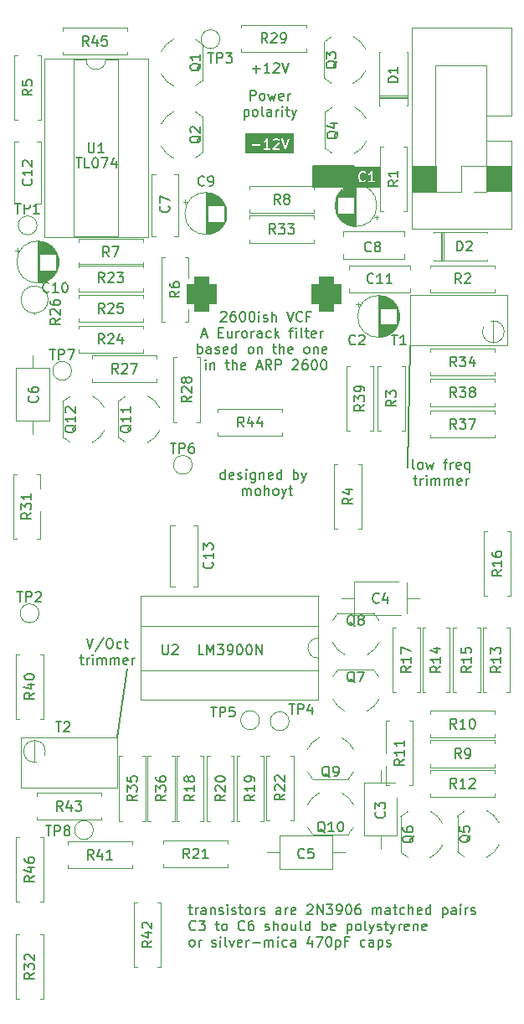
<source format=gbr>
G04 #@! TF.GenerationSoftware,KiCad,Pcbnew,7.0.2-0*
G04 #@! TF.CreationDate,2024-03-27T12:43:55+01:00*
G04 #@! TF.ProjectId,2600ish_vcf,32363030-6973-4685-9f76-63662e6b6963,rev?*
G04 #@! TF.SameCoordinates,Original*
G04 #@! TF.FileFunction,Legend,Top*
G04 #@! TF.FilePolarity,Positive*
%FSLAX46Y46*%
G04 Gerber Fmt 4.6, Leading zero omitted, Abs format (unit mm)*
G04 Created by KiCad (PCBNEW 7.0.2-0) date 2024-03-27 12:43:55*
%MOMM*%
%LPD*%
G01*
G04 APERTURE LIST*
G04 Aperture macros list*
%AMRoundRect*
0 Rectangle with rounded corners*
0 $1 Rounding radius*
0 $2 $3 $4 $5 $6 $7 $8 $9 X,Y pos of 4 corners*
0 Add a 4 corners polygon primitive as box body*
4,1,4,$2,$3,$4,$5,$6,$7,$8,$9,$2,$3,0*
0 Add four circle primitives for the rounded corners*
1,1,$1+$1,$2,$3*
1,1,$1+$1,$4,$5*
1,1,$1+$1,$6,$7*
1,1,$1+$1,$8,$9*
0 Add four rect primitives between the rounded corners*
20,1,$1+$1,$2,$3,$4,$5,0*
20,1,$1+$1,$4,$5,$6,$7,0*
20,1,$1+$1,$6,$7,$8,$9,0*
20,1,$1+$1,$8,$9,$2,$3,0*%
G04 Aperture macros list end*
%ADD10C,0.150000*%
%ADD11C,0.120000*%
%ADD12C,0.100000*%
%ADD13C,1.600000*%
%ADD14O,1.600000X1.600000*%
%ADD15R,1.500000X1.500000*%
%ADD16C,1.500000*%
%ADD17R,1.200000X1.200000*%
%ADD18C,1.200000*%
%ADD19R,1.700000X1.700000*%
%ADD20O,1.700000X1.700000*%
%ADD21C,1.440000*%
%ADD22R,2.200000X2.200000*%
%ADD23O,2.200000X2.200000*%
%ADD24R,2.400000X1.600000*%
%ADD25O,2.400000X1.600000*%
%ADD26R,1.600000X2.400000*%
%ADD27O,1.600000X2.400000*%
%ADD28R,1.930000X1.830000*%
%ADD29C,2.130000*%
%ADD30O,2.720000X3.240000*%
%ADD31R,1.800000X1.800000*%
%ADD32C,1.800000*%
%ADD33RoundRect,0.750000X0.750000X-1.000000X0.750000X1.000000X-0.750000X1.000000X-0.750000X-1.000000X0*%
%ADD34R,1.600000X1.600000*%
G04 APERTURE END LIST*
D10*
X180460000Y-122500000D02*
X179475000Y-129460000D01*
X209125000Y-89840000D02*
X208840000Y-102190000D01*
X199250000Y-71726000D02*
X203450000Y-71726000D01*
X203450000Y-73826000D01*
X199250000Y-73826000D01*
X199250000Y-71726000D01*
G36*
X199250000Y-71726000D02*
G01*
X203450000Y-71726000D01*
X203450000Y-73826000D01*
X199250000Y-73826000D01*
X199250000Y-71726000D01*
G37*
X190361904Y-103357619D02*
X190361904Y-102357619D01*
X190361904Y-103310000D02*
X190266666Y-103357619D01*
X190266666Y-103357619D02*
X190076190Y-103357619D01*
X190076190Y-103357619D02*
X189980952Y-103310000D01*
X189980952Y-103310000D02*
X189933333Y-103262380D01*
X189933333Y-103262380D02*
X189885714Y-103167142D01*
X189885714Y-103167142D02*
X189885714Y-102881428D01*
X189885714Y-102881428D02*
X189933333Y-102786190D01*
X189933333Y-102786190D02*
X189980952Y-102738571D01*
X189980952Y-102738571D02*
X190076190Y-102690952D01*
X190076190Y-102690952D02*
X190266666Y-102690952D01*
X190266666Y-102690952D02*
X190361904Y-102738571D01*
X191219047Y-103310000D02*
X191123809Y-103357619D01*
X191123809Y-103357619D02*
X190933333Y-103357619D01*
X190933333Y-103357619D02*
X190838095Y-103310000D01*
X190838095Y-103310000D02*
X190790476Y-103214761D01*
X190790476Y-103214761D02*
X190790476Y-102833809D01*
X190790476Y-102833809D02*
X190838095Y-102738571D01*
X190838095Y-102738571D02*
X190933333Y-102690952D01*
X190933333Y-102690952D02*
X191123809Y-102690952D01*
X191123809Y-102690952D02*
X191219047Y-102738571D01*
X191219047Y-102738571D02*
X191266666Y-102833809D01*
X191266666Y-102833809D02*
X191266666Y-102929047D01*
X191266666Y-102929047D02*
X190790476Y-103024285D01*
X191647619Y-103310000D02*
X191742857Y-103357619D01*
X191742857Y-103357619D02*
X191933333Y-103357619D01*
X191933333Y-103357619D02*
X192028571Y-103310000D01*
X192028571Y-103310000D02*
X192076190Y-103214761D01*
X192076190Y-103214761D02*
X192076190Y-103167142D01*
X192076190Y-103167142D02*
X192028571Y-103071904D01*
X192028571Y-103071904D02*
X191933333Y-103024285D01*
X191933333Y-103024285D02*
X191790476Y-103024285D01*
X191790476Y-103024285D02*
X191695238Y-102976666D01*
X191695238Y-102976666D02*
X191647619Y-102881428D01*
X191647619Y-102881428D02*
X191647619Y-102833809D01*
X191647619Y-102833809D02*
X191695238Y-102738571D01*
X191695238Y-102738571D02*
X191790476Y-102690952D01*
X191790476Y-102690952D02*
X191933333Y-102690952D01*
X191933333Y-102690952D02*
X192028571Y-102738571D01*
X192504762Y-103357619D02*
X192504762Y-102690952D01*
X192504762Y-102357619D02*
X192457143Y-102405238D01*
X192457143Y-102405238D02*
X192504762Y-102452857D01*
X192504762Y-102452857D02*
X192552381Y-102405238D01*
X192552381Y-102405238D02*
X192504762Y-102357619D01*
X192504762Y-102357619D02*
X192504762Y-102452857D01*
X193409523Y-102690952D02*
X193409523Y-103500476D01*
X193409523Y-103500476D02*
X193361904Y-103595714D01*
X193361904Y-103595714D02*
X193314285Y-103643333D01*
X193314285Y-103643333D02*
X193219047Y-103690952D01*
X193219047Y-103690952D02*
X193076190Y-103690952D01*
X193076190Y-103690952D02*
X192980952Y-103643333D01*
X193409523Y-103310000D02*
X193314285Y-103357619D01*
X193314285Y-103357619D02*
X193123809Y-103357619D01*
X193123809Y-103357619D02*
X193028571Y-103310000D01*
X193028571Y-103310000D02*
X192980952Y-103262380D01*
X192980952Y-103262380D02*
X192933333Y-103167142D01*
X192933333Y-103167142D02*
X192933333Y-102881428D01*
X192933333Y-102881428D02*
X192980952Y-102786190D01*
X192980952Y-102786190D02*
X193028571Y-102738571D01*
X193028571Y-102738571D02*
X193123809Y-102690952D01*
X193123809Y-102690952D02*
X193314285Y-102690952D01*
X193314285Y-102690952D02*
X193409523Y-102738571D01*
X193885714Y-102690952D02*
X193885714Y-103357619D01*
X193885714Y-102786190D02*
X193933333Y-102738571D01*
X193933333Y-102738571D02*
X194028571Y-102690952D01*
X194028571Y-102690952D02*
X194171428Y-102690952D01*
X194171428Y-102690952D02*
X194266666Y-102738571D01*
X194266666Y-102738571D02*
X194314285Y-102833809D01*
X194314285Y-102833809D02*
X194314285Y-103357619D01*
X195171428Y-103310000D02*
X195076190Y-103357619D01*
X195076190Y-103357619D02*
X194885714Y-103357619D01*
X194885714Y-103357619D02*
X194790476Y-103310000D01*
X194790476Y-103310000D02*
X194742857Y-103214761D01*
X194742857Y-103214761D02*
X194742857Y-102833809D01*
X194742857Y-102833809D02*
X194790476Y-102738571D01*
X194790476Y-102738571D02*
X194885714Y-102690952D01*
X194885714Y-102690952D02*
X195076190Y-102690952D01*
X195076190Y-102690952D02*
X195171428Y-102738571D01*
X195171428Y-102738571D02*
X195219047Y-102833809D01*
X195219047Y-102833809D02*
X195219047Y-102929047D01*
X195219047Y-102929047D02*
X194742857Y-103024285D01*
X196076190Y-103357619D02*
X196076190Y-102357619D01*
X196076190Y-103310000D02*
X195980952Y-103357619D01*
X195980952Y-103357619D02*
X195790476Y-103357619D01*
X195790476Y-103357619D02*
X195695238Y-103310000D01*
X195695238Y-103310000D02*
X195647619Y-103262380D01*
X195647619Y-103262380D02*
X195600000Y-103167142D01*
X195600000Y-103167142D02*
X195600000Y-102881428D01*
X195600000Y-102881428D02*
X195647619Y-102786190D01*
X195647619Y-102786190D02*
X195695238Y-102738571D01*
X195695238Y-102738571D02*
X195790476Y-102690952D01*
X195790476Y-102690952D02*
X195980952Y-102690952D01*
X195980952Y-102690952D02*
X196076190Y-102738571D01*
X197314286Y-103357619D02*
X197314286Y-102357619D01*
X197314286Y-102738571D02*
X197409524Y-102690952D01*
X197409524Y-102690952D02*
X197600000Y-102690952D01*
X197600000Y-102690952D02*
X197695238Y-102738571D01*
X197695238Y-102738571D02*
X197742857Y-102786190D01*
X197742857Y-102786190D02*
X197790476Y-102881428D01*
X197790476Y-102881428D02*
X197790476Y-103167142D01*
X197790476Y-103167142D02*
X197742857Y-103262380D01*
X197742857Y-103262380D02*
X197695238Y-103310000D01*
X197695238Y-103310000D02*
X197600000Y-103357619D01*
X197600000Y-103357619D02*
X197409524Y-103357619D01*
X197409524Y-103357619D02*
X197314286Y-103310000D01*
X198123810Y-102690952D02*
X198361905Y-103357619D01*
X198600000Y-102690952D02*
X198361905Y-103357619D01*
X198361905Y-103357619D02*
X198266667Y-103595714D01*
X198266667Y-103595714D02*
X198219048Y-103643333D01*
X198219048Y-103643333D02*
X198123810Y-103690952D01*
X192147619Y-104977619D02*
X192147619Y-104310952D01*
X192147619Y-104406190D02*
X192195238Y-104358571D01*
X192195238Y-104358571D02*
X192290476Y-104310952D01*
X192290476Y-104310952D02*
X192433333Y-104310952D01*
X192433333Y-104310952D02*
X192528571Y-104358571D01*
X192528571Y-104358571D02*
X192576190Y-104453809D01*
X192576190Y-104453809D02*
X192576190Y-104977619D01*
X192576190Y-104453809D02*
X192623809Y-104358571D01*
X192623809Y-104358571D02*
X192719047Y-104310952D01*
X192719047Y-104310952D02*
X192861904Y-104310952D01*
X192861904Y-104310952D02*
X192957143Y-104358571D01*
X192957143Y-104358571D02*
X193004762Y-104453809D01*
X193004762Y-104453809D02*
X193004762Y-104977619D01*
X193623809Y-104977619D02*
X193528571Y-104930000D01*
X193528571Y-104930000D02*
X193480952Y-104882380D01*
X193480952Y-104882380D02*
X193433333Y-104787142D01*
X193433333Y-104787142D02*
X193433333Y-104501428D01*
X193433333Y-104501428D02*
X193480952Y-104406190D01*
X193480952Y-104406190D02*
X193528571Y-104358571D01*
X193528571Y-104358571D02*
X193623809Y-104310952D01*
X193623809Y-104310952D02*
X193766666Y-104310952D01*
X193766666Y-104310952D02*
X193861904Y-104358571D01*
X193861904Y-104358571D02*
X193909523Y-104406190D01*
X193909523Y-104406190D02*
X193957142Y-104501428D01*
X193957142Y-104501428D02*
X193957142Y-104787142D01*
X193957142Y-104787142D02*
X193909523Y-104882380D01*
X193909523Y-104882380D02*
X193861904Y-104930000D01*
X193861904Y-104930000D02*
X193766666Y-104977619D01*
X193766666Y-104977619D02*
X193623809Y-104977619D01*
X194385714Y-104977619D02*
X194385714Y-103977619D01*
X194814285Y-104977619D02*
X194814285Y-104453809D01*
X194814285Y-104453809D02*
X194766666Y-104358571D01*
X194766666Y-104358571D02*
X194671428Y-104310952D01*
X194671428Y-104310952D02*
X194528571Y-104310952D01*
X194528571Y-104310952D02*
X194433333Y-104358571D01*
X194433333Y-104358571D02*
X194385714Y-104406190D01*
X195433333Y-104977619D02*
X195338095Y-104930000D01*
X195338095Y-104930000D02*
X195290476Y-104882380D01*
X195290476Y-104882380D02*
X195242857Y-104787142D01*
X195242857Y-104787142D02*
X195242857Y-104501428D01*
X195242857Y-104501428D02*
X195290476Y-104406190D01*
X195290476Y-104406190D02*
X195338095Y-104358571D01*
X195338095Y-104358571D02*
X195433333Y-104310952D01*
X195433333Y-104310952D02*
X195576190Y-104310952D01*
X195576190Y-104310952D02*
X195671428Y-104358571D01*
X195671428Y-104358571D02*
X195719047Y-104406190D01*
X195719047Y-104406190D02*
X195766666Y-104501428D01*
X195766666Y-104501428D02*
X195766666Y-104787142D01*
X195766666Y-104787142D02*
X195719047Y-104882380D01*
X195719047Y-104882380D02*
X195671428Y-104930000D01*
X195671428Y-104930000D02*
X195576190Y-104977619D01*
X195576190Y-104977619D02*
X195433333Y-104977619D01*
X196100000Y-104310952D02*
X196338095Y-104977619D01*
X196576190Y-104310952D02*
X196338095Y-104977619D01*
X196338095Y-104977619D02*
X196242857Y-105215714D01*
X196242857Y-105215714D02*
X196195238Y-105263333D01*
X196195238Y-105263333D02*
X196100000Y-105310952D01*
X196814286Y-104310952D02*
X197195238Y-104310952D01*
X196957143Y-103977619D02*
X196957143Y-104834761D01*
X196957143Y-104834761D02*
X197004762Y-104930000D01*
X197004762Y-104930000D02*
X197100000Y-104977619D01*
X197100000Y-104977619D02*
X197195238Y-104977619D01*
X188214285Y-121077619D02*
X187738095Y-121077619D01*
X187738095Y-121077619D02*
X187738095Y-120077619D01*
X188547619Y-121077619D02*
X188547619Y-120077619D01*
X188547619Y-120077619D02*
X188880952Y-120791904D01*
X188880952Y-120791904D02*
X189214285Y-120077619D01*
X189214285Y-120077619D02*
X189214285Y-121077619D01*
X189595238Y-120077619D02*
X190214285Y-120077619D01*
X190214285Y-120077619D02*
X189880952Y-120458571D01*
X189880952Y-120458571D02*
X190023809Y-120458571D01*
X190023809Y-120458571D02*
X190119047Y-120506190D01*
X190119047Y-120506190D02*
X190166666Y-120553809D01*
X190166666Y-120553809D02*
X190214285Y-120649047D01*
X190214285Y-120649047D02*
X190214285Y-120887142D01*
X190214285Y-120887142D02*
X190166666Y-120982380D01*
X190166666Y-120982380D02*
X190119047Y-121030000D01*
X190119047Y-121030000D02*
X190023809Y-121077619D01*
X190023809Y-121077619D02*
X189738095Y-121077619D01*
X189738095Y-121077619D02*
X189642857Y-121030000D01*
X189642857Y-121030000D02*
X189595238Y-120982380D01*
X190690476Y-121077619D02*
X190880952Y-121077619D01*
X190880952Y-121077619D02*
X190976190Y-121030000D01*
X190976190Y-121030000D02*
X191023809Y-120982380D01*
X191023809Y-120982380D02*
X191119047Y-120839523D01*
X191119047Y-120839523D02*
X191166666Y-120649047D01*
X191166666Y-120649047D02*
X191166666Y-120268095D01*
X191166666Y-120268095D02*
X191119047Y-120172857D01*
X191119047Y-120172857D02*
X191071428Y-120125238D01*
X191071428Y-120125238D02*
X190976190Y-120077619D01*
X190976190Y-120077619D02*
X190785714Y-120077619D01*
X190785714Y-120077619D02*
X190690476Y-120125238D01*
X190690476Y-120125238D02*
X190642857Y-120172857D01*
X190642857Y-120172857D02*
X190595238Y-120268095D01*
X190595238Y-120268095D02*
X190595238Y-120506190D01*
X190595238Y-120506190D02*
X190642857Y-120601428D01*
X190642857Y-120601428D02*
X190690476Y-120649047D01*
X190690476Y-120649047D02*
X190785714Y-120696666D01*
X190785714Y-120696666D02*
X190976190Y-120696666D01*
X190976190Y-120696666D02*
X191071428Y-120649047D01*
X191071428Y-120649047D02*
X191119047Y-120601428D01*
X191119047Y-120601428D02*
X191166666Y-120506190D01*
X191785714Y-120077619D02*
X191880952Y-120077619D01*
X191880952Y-120077619D02*
X191976190Y-120125238D01*
X191976190Y-120125238D02*
X192023809Y-120172857D01*
X192023809Y-120172857D02*
X192071428Y-120268095D01*
X192071428Y-120268095D02*
X192119047Y-120458571D01*
X192119047Y-120458571D02*
X192119047Y-120696666D01*
X192119047Y-120696666D02*
X192071428Y-120887142D01*
X192071428Y-120887142D02*
X192023809Y-120982380D01*
X192023809Y-120982380D02*
X191976190Y-121030000D01*
X191976190Y-121030000D02*
X191880952Y-121077619D01*
X191880952Y-121077619D02*
X191785714Y-121077619D01*
X191785714Y-121077619D02*
X191690476Y-121030000D01*
X191690476Y-121030000D02*
X191642857Y-120982380D01*
X191642857Y-120982380D02*
X191595238Y-120887142D01*
X191595238Y-120887142D02*
X191547619Y-120696666D01*
X191547619Y-120696666D02*
X191547619Y-120458571D01*
X191547619Y-120458571D02*
X191595238Y-120268095D01*
X191595238Y-120268095D02*
X191642857Y-120172857D01*
X191642857Y-120172857D02*
X191690476Y-120125238D01*
X191690476Y-120125238D02*
X191785714Y-120077619D01*
X192738095Y-120077619D02*
X192833333Y-120077619D01*
X192833333Y-120077619D02*
X192928571Y-120125238D01*
X192928571Y-120125238D02*
X192976190Y-120172857D01*
X192976190Y-120172857D02*
X193023809Y-120268095D01*
X193023809Y-120268095D02*
X193071428Y-120458571D01*
X193071428Y-120458571D02*
X193071428Y-120696666D01*
X193071428Y-120696666D02*
X193023809Y-120887142D01*
X193023809Y-120887142D02*
X192976190Y-120982380D01*
X192976190Y-120982380D02*
X192928571Y-121030000D01*
X192928571Y-121030000D02*
X192833333Y-121077619D01*
X192833333Y-121077619D02*
X192738095Y-121077619D01*
X192738095Y-121077619D02*
X192642857Y-121030000D01*
X192642857Y-121030000D02*
X192595238Y-120982380D01*
X192595238Y-120982380D02*
X192547619Y-120887142D01*
X192547619Y-120887142D02*
X192500000Y-120696666D01*
X192500000Y-120696666D02*
X192500000Y-120458571D01*
X192500000Y-120458571D02*
X192547619Y-120268095D01*
X192547619Y-120268095D02*
X192595238Y-120172857D01*
X192595238Y-120172857D02*
X192642857Y-120125238D01*
X192642857Y-120125238D02*
X192738095Y-120077619D01*
X193500000Y-121077619D02*
X193500000Y-120077619D01*
X193500000Y-120077619D02*
X194071428Y-121077619D01*
X194071428Y-121077619D02*
X194071428Y-120077619D01*
X193138095Y-61896666D02*
X193900000Y-61896666D01*
X193519047Y-62277619D02*
X193519047Y-61515714D01*
X194899999Y-62277619D02*
X194328571Y-62277619D01*
X194614285Y-62277619D02*
X194614285Y-61277619D01*
X194614285Y-61277619D02*
X194519047Y-61420476D01*
X194519047Y-61420476D02*
X194423809Y-61515714D01*
X194423809Y-61515714D02*
X194328571Y-61563333D01*
X195280952Y-61372857D02*
X195328571Y-61325238D01*
X195328571Y-61325238D02*
X195423809Y-61277619D01*
X195423809Y-61277619D02*
X195661904Y-61277619D01*
X195661904Y-61277619D02*
X195757142Y-61325238D01*
X195757142Y-61325238D02*
X195804761Y-61372857D01*
X195804761Y-61372857D02*
X195852380Y-61468095D01*
X195852380Y-61468095D02*
X195852380Y-61563333D01*
X195852380Y-61563333D02*
X195804761Y-61706190D01*
X195804761Y-61706190D02*
X195233333Y-62277619D01*
X195233333Y-62277619D02*
X195852380Y-62277619D01*
X196138095Y-61277619D02*
X196471428Y-62277619D01*
X196471428Y-62277619D02*
X196804761Y-61277619D01*
X186675238Y-146660952D02*
X187056190Y-146660952D01*
X186818095Y-146327619D02*
X186818095Y-147184761D01*
X186818095Y-147184761D02*
X186865714Y-147280000D01*
X186865714Y-147280000D02*
X186960952Y-147327619D01*
X186960952Y-147327619D02*
X187056190Y-147327619D01*
X187389524Y-147327619D02*
X187389524Y-146660952D01*
X187389524Y-146851428D02*
X187437143Y-146756190D01*
X187437143Y-146756190D02*
X187484762Y-146708571D01*
X187484762Y-146708571D02*
X187580000Y-146660952D01*
X187580000Y-146660952D02*
X187675238Y-146660952D01*
X188437143Y-147327619D02*
X188437143Y-146803809D01*
X188437143Y-146803809D02*
X188389524Y-146708571D01*
X188389524Y-146708571D02*
X188294286Y-146660952D01*
X188294286Y-146660952D02*
X188103810Y-146660952D01*
X188103810Y-146660952D02*
X188008572Y-146708571D01*
X188437143Y-147280000D02*
X188341905Y-147327619D01*
X188341905Y-147327619D02*
X188103810Y-147327619D01*
X188103810Y-147327619D02*
X188008572Y-147280000D01*
X188008572Y-147280000D02*
X187960953Y-147184761D01*
X187960953Y-147184761D02*
X187960953Y-147089523D01*
X187960953Y-147089523D02*
X188008572Y-146994285D01*
X188008572Y-146994285D02*
X188103810Y-146946666D01*
X188103810Y-146946666D02*
X188341905Y-146946666D01*
X188341905Y-146946666D02*
X188437143Y-146899047D01*
X188913334Y-146660952D02*
X188913334Y-147327619D01*
X188913334Y-146756190D02*
X188960953Y-146708571D01*
X188960953Y-146708571D02*
X189056191Y-146660952D01*
X189056191Y-146660952D02*
X189199048Y-146660952D01*
X189199048Y-146660952D02*
X189294286Y-146708571D01*
X189294286Y-146708571D02*
X189341905Y-146803809D01*
X189341905Y-146803809D02*
X189341905Y-147327619D01*
X189770477Y-147280000D02*
X189865715Y-147327619D01*
X189865715Y-147327619D02*
X190056191Y-147327619D01*
X190056191Y-147327619D02*
X190151429Y-147280000D01*
X190151429Y-147280000D02*
X190199048Y-147184761D01*
X190199048Y-147184761D02*
X190199048Y-147137142D01*
X190199048Y-147137142D02*
X190151429Y-147041904D01*
X190151429Y-147041904D02*
X190056191Y-146994285D01*
X190056191Y-146994285D02*
X189913334Y-146994285D01*
X189913334Y-146994285D02*
X189818096Y-146946666D01*
X189818096Y-146946666D02*
X189770477Y-146851428D01*
X189770477Y-146851428D02*
X189770477Y-146803809D01*
X189770477Y-146803809D02*
X189818096Y-146708571D01*
X189818096Y-146708571D02*
X189913334Y-146660952D01*
X189913334Y-146660952D02*
X190056191Y-146660952D01*
X190056191Y-146660952D02*
X190151429Y-146708571D01*
X190627620Y-147327619D02*
X190627620Y-146660952D01*
X190627620Y-146327619D02*
X190580001Y-146375238D01*
X190580001Y-146375238D02*
X190627620Y-146422857D01*
X190627620Y-146422857D02*
X190675239Y-146375238D01*
X190675239Y-146375238D02*
X190627620Y-146327619D01*
X190627620Y-146327619D02*
X190627620Y-146422857D01*
X191056191Y-147280000D02*
X191151429Y-147327619D01*
X191151429Y-147327619D02*
X191341905Y-147327619D01*
X191341905Y-147327619D02*
X191437143Y-147280000D01*
X191437143Y-147280000D02*
X191484762Y-147184761D01*
X191484762Y-147184761D02*
X191484762Y-147137142D01*
X191484762Y-147137142D02*
X191437143Y-147041904D01*
X191437143Y-147041904D02*
X191341905Y-146994285D01*
X191341905Y-146994285D02*
X191199048Y-146994285D01*
X191199048Y-146994285D02*
X191103810Y-146946666D01*
X191103810Y-146946666D02*
X191056191Y-146851428D01*
X191056191Y-146851428D02*
X191056191Y-146803809D01*
X191056191Y-146803809D02*
X191103810Y-146708571D01*
X191103810Y-146708571D02*
X191199048Y-146660952D01*
X191199048Y-146660952D02*
X191341905Y-146660952D01*
X191341905Y-146660952D02*
X191437143Y-146708571D01*
X191770477Y-146660952D02*
X192151429Y-146660952D01*
X191913334Y-146327619D02*
X191913334Y-147184761D01*
X191913334Y-147184761D02*
X191960953Y-147280000D01*
X191960953Y-147280000D02*
X192056191Y-147327619D01*
X192056191Y-147327619D02*
X192151429Y-147327619D01*
X192627620Y-147327619D02*
X192532382Y-147280000D01*
X192532382Y-147280000D02*
X192484763Y-147232380D01*
X192484763Y-147232380D02*
X192437144Y-147137142D01*
X192437144Y-147137142D02*
X192437144Y-146851428D01*
X192437144Y-146851428D02*
X192484763Y-146756190D01*
X192484763Y-146756190D02*
X192532382Y-146708571D01*
X192532382Y-146708571D02*
X192627620Y-146660952D01*
X192627620Y-146660952D02*
X192770477Y-146660952D01*
X192770477Y-146660952D02*
X192865715Y-146708571D01*
X192865715Y-146708571D02*
X192913334Y-146756190D01*
X192913334Y-146756190D02*
X192960953Y-146851428D01*
X192960953Y-146851428D02*
X192960953Y-147137142D01*
X192960953Y-147137142D02*
X192913334Y-147232380D01*
X192913334Y-147232380D02*
X192865715Y-147280000D01*
X192865715Y-147280000D02*
X192770477Y-147327619D01*
X192770477Y-147327619D02*
X192627620Y-147327619D01*
X193389525Y-147327619D02*
X193389525Y-146660952D01*
X193389525Y-146851428D02*
X193437144Y-146756190D01*
X193437144Y-146756190D02*
X193484763Y-146708571D01*
X193484763Y-146708571D02*
X193580001Y-146660952D01*
X193580001Y-146660952D02*
X193675239Y-146660952D01*
X193960954Y-147280000D02*
X194056192Y-147327619D01*
X194056192Y-147327619D02*
X194246668Y-147327619D01*
X194246668Y-147327619D02*
X194341906Y-147280000D01*
X194341906Y-147280000D02*
X194389525Y-147184761D01*
X194389525Y-147184761D02*
X194389525Y-147137142D01*
X194389525Y-147137142D02*
X194341906Y-147041904D01*
X194341906Y-147041904D02*
X194246668Y-146994285D01*
X194246668Y-146994285D02*
X194103811Y-146994285D01*
X194103811Y-146994285D02*
X194008573Y-146946666D01*
X194008573Y-146946666D02*
X193960954Y-146851428D01*
X193960954Y-146851428D02*
X193960954Y-146803809D01*
X193960954Y-146803809D02*
X194008573Y-146708571D01*
X194008573Y-146708571D02*
X194103811Y-146660952D01*
X194103811Y-146660952D02*
X194246668Y-146660952D01*
X194246668Y-146660952D02*
X194341906Y-146708571D01*
X196008573Y-147327619D02*
X196008573Y-146803809D01*
X196008573Y-146803809D02*
X195960954Y-146708571D01*
X195960954Y-146708571D02*
X195865716Y-146660952D01*
X195865716Y-146660952D02*
X195675240Y-146660952D01*
X195675240Y-146660952D02*
X195580002Y-146708571D01*
X196008573Y-147280000D02*
X195913335Y-147327619D01*
X195913335Y-147327619D02*
X195675240Y-147327619D01*
X195675240Y-147327619D02*
X195580002Y-147280000D01*
X195580002Y-147280000D02*
X195532383Y-147184761D01*
X195532383Y-147184761D02*
X195532383Y-147089523D01*
X195532383Y-147089523D02*
X195580002Y-146994285D01*
X195580002Y-146994285D02*
X195675240Y-146946666D01*
X195675240Y-146946666D02*
X195913335Y-146946666D01*
X195913335Y-146946666D02*
X196008573Y-146899047D01*
X196484764Y-147327619D02*
X196484764Y-146660952D01*
X196484764Y-146851428D02*
X196532383Y-146756190D01*
X196532383Y-146756190D02*
X196580002Y-146708571D01*
X196580002Y-146708571D02*
X196675240Y-146660952D01*
X196675240Y-146660952D02*
X196770478Y-146660952D01*
X197484764Y-147280000D02*
X197389526Y-147327619D01*
X197389526Y-147327619D02*
X197199050Y-147327619D01*
X197199050Y-147327619D02*
X197103812Y-147280000D01*
X197103812Y-147280000D02*
X197056193Y-147184761D01*
X197056193Y-147184761D02*
X197056193Y-146803809D01*
X197056193Y-146803809D02*
X197103812Y-146708571D01*
X197103812Y-146708571D02*
X197199050Y-146660952D01*
X197199050Y-146660952D02*
X197389526Y-146660952D01*
X197389526Y-146660952D02*
X197484764Y-146708571D01*
X197484764Y-146708571D02*
X197532383Y-146803809D01*
X197532383Y-146803809D02*
X197532383Y-146899047D01*
X197532383Y-146899047D02*
X197056193Y-146994285D01*
X198675241Y-146422857D02*
X198722860Y-146375238D01*
X198722860Y-146375238D02*
X198818098Y-146327619D01*
X198818098Y-146327619D02*
X199056193Y-146327619D01*
X199056193Y-146327619D02*
X199151431Y-146375238D01*
X199151431Y-146375238D02*
X199199050Y-146422857D01*
X199199050Y-146422857D02*
X199246669Y-146518095D01*
X199246669Y-146518095D02*
X199246669Y-146613333D01*
X199246669Y-146613333D02*
X199199050Y-146756190D01*
X199199050Y-146756190D02*
X198627622Y-147327619D01*
X198627622Y-147327619D02*
X199246669Y-147327619D01*
X199675241Y-147327619D02*
X199675241Y-146327619D01*
X199675241Y-146327619D02*
X200246669Y-147327619D01*
X200246669Y-147327619D02*
X200246669Y-146327619D01*
X200627622Y-146327619D02*
X201246669Y-146327619D01*
X201246669Y-146327619D02*
X200913336Y-146708571D01*
X200913336Y-146708571D02*
X201056193Y-146708571D01*
X201056193Y-146708571D02*
X201151431Y-146756190D01*
X201151431Y-146756190D02*
X201199050Y-146803809D01*
X201199050Y-146803809D02*
X201246669Y-146899047D01*
X201246669Y-146899047D02*
X201246669Y-147137142D01*
X201246669Y-147137142D02*
X201199050Y-147232380D01*
X201199050Y-147232380D02*
X201151431Y-147280000D01*
X201151431Y-147280000D02*
X201056193Y-147327619D01*
X201056193Y-147327619D02*
X200770479Y-147327619D01*
X200770479Y-147327619D02*
X200675241Y-147280000D01*
X200675241Y-147280000D02*
X200627622Y-147232380D01*
X201722860Y-147327619D02*
X201913336Y-147327619D01*
X201913336Y-147327619D02*
X202008574Y-147280000D01*
X202008574Y-147280000D02*
X202056193Y-147232380D01*
X202056193Y-147232380D02*
X202151431Y-147089523D01*
X202151431Y-147089523D02*
X202199050Y-146899047D01*
X202199050Y-146899047D02*
X202199050Y-146518095D01*
X202199050Y-146518095D02*
X202151431Y-146422857D01*
X202151431Y-146422857D02*
X202103812Y-146375238D01*
X202103812Y-146375238D02*
X202008574Y-146327619D01*
X202008574Y-146327619D02*
X201818098Y-146327619D01*
X201818098Y-146327619D02*
X201722860Y-146375238D01*
X201722860Y-146375238D02*
X201675241Y-146422857D01*
X201675241Y-146422857D02*
X201627622Y-146518095D01*
X201627622Y-146518095D02*
X201627622Y-146756190D01*
X201627622Y-146756190D02*
X201675241Y-146851428D01*
X201675241Y-146851428D02*
X201722860Y-146899047D01*
X201722860Y-146899047D02*
X201818098Y-146946666D01*
X201818098Y-146946666D02*
X202008574Y-146946666D01*
X202008574Y-146946666D02*
X202103812Y-146899047D01*
X202103812Y-146899047D02*
X202151431Y-146851428D01*
X202151431Y-146851428D02*
X202199050Y-146756190D01*
X202818098Y-146327619D02*
X202913336Y-146327619D01*
X202913336Y-146327619D02*
X203008574Y-146375238D01*
X203008574Y-146375238D02*
X203056193Y-146422857D01*
X203056193Y-146422857D02*
X203103812Y-146518095D01*
X203103812Y-146518095D02*
X203151431Y-146708571D01*
X203151431Y-146708571D02*
X203151431Y-146946666D01*
X203151431Y-146946666D02*
X203103812Y-147137142D01*
X203103812Y-147137142D02*
X203056193Y-147232380D01*
X203056193Y-147232380D02*
X203008574Y-147280000D01*
X203008574Y-147280000D02*
X202913336Y-147327619D01*
X202913336Y-147327619D02*
X202818098Y-147327619D01*
X202818098Y-147327619D02*
X202722860Y-147280000D01*
X202722860Y-147280000D02*
X202675241Y-147232380D01*
X202675241Y-147232380D02*
X202627622Y-147137142D01*
X202627622Y-147137142D02*
X202580003Y-146946666D01*
X202580003Y-146946666D02*
X202580003Y-146708571D01*
X202580003Y-146708571D02*
X202627622Y-146518095D01*
X202627622Y-146518095D02*
X202675241Y-146422857D01*
X202675241Y-146422857D02*
X202722860Y-146375238D01*
X202722860Y-146375238D02*
X202818098Y-146327619D01*
X204008574Y-146327619D02*
X203818098Y-146327619D01*
X203818098Y-146327619D02*
X203722860Y-146375238D01*
X203722860Y-146375238D02*
X203675241Y-146422857D01*
X203675241Y-146422857D02*
X203580003Y-146565714D01*
X203580003Y-146565714D02*
X203532384Y-146756190D01*
X203532384Y-146756190D02*
X203532384Y-147137142D01*
X203532384Y-147137142D02*
X203580003Y-147232380D01*
X203580003Y-147232380D02*
X203627622Y-147280000D01*
X203627622Y-147280000D02*
X203722860Y-147327619D01*
X203722860Y-147327619D02*
X203913336Y-147327619D01*
X203913336Y-147327619D02*
X204008574Y-147280000D01*
X204008574Y-147280000D02*
X204056193Y-147232380D01*
X204056193Y-147232380D02*
X204103812Y-147137142D01*
X204103812Y-147137142D02*
X204103812Y-146899047D01*
X204103812Y-146899047D02*
X204056193Y-146803809D01*
X204056193Y-146803809D02*
X204008574Y-146756190D01*
X204008574Y-146756190D02*
X203913336Y-146708571D01*
X203913336Y-146708571D02*
X203722860Y-146708571D01*
X203722860Y-146708571D02*
X203627622Y-146756190D01*
X203627622Y-146756190D02*
X203580003Y-146803809D01*
X203580003Y-146803809D02*
X203532384Y-146899047D01*
X205294289Y-147327619D02*
X205294289Y-146660952D01*
X205294289Y-146756190D02*
X205341908Y-146708571D01*
X205341908Y-146708571D02*
X205437146Y-146660952D01*
X205437146Y-146660952D02*
X205580003Y-146660952D01*
X205580003Y-146660952D02*
X205675241Y-146708571D01*
X205675241Y-146708571D02*
X205722860Y-146803809D01*
X205722860Y-146803809D02*
X205722860Y-147327619D01*
X205722860Y-146803809D02*
X205770479Y-146708571D01*
X205770479Y-146708571D02*
X205865717Y-146660952D01*
X205865717Y-146660952D02*
X206008574Y-146660952D01*
X206008574Y-146660952D02*
X206103813Y-146708571D01*
X206103813Y-146708571D02*
X206151432Y-146803809D01*
X206151432Y-146803809D02*
X206151432Y-147327619D01*
X207056193Y-147327619D02*
X207056193Y-146803809D01*
X207056193Y-146803809D02*
X207008574Y-146708571D01*
X207008574Y-146708571D02*
X206913336Y-146660952D01*
X206913336Y-146660952D02*
X206722860Y-146660952D01*
X206722860Y-146660952D02*
X206627622Y-146708571D01*
X207056193Y-147280000D02*
X206960955Y-147327619D01*
X206960955Y-147327619D02*
X206722860Y-147327619D01*
X206722860Y-147327619D02*
X206627622Y-147280000D01*
X206627622Y-147280000D02*
X206580003Y-147184761D01*
X206580003Y-147184761D02*
X206580003Y-147089523D01*
X206580003Y-147089523D02*
X206627622Y-146994285D01*
X206627622Y-146994285D02*
X206722860Y-146946666D01*
X206722860Y-146946666D02*
X206960955Y-146946666D01*
X206960955Y-146946666D02*
X207056193Y-146899047D01*
X207389527Y-146660952D02*
X207770479Y-146660952D01*
X207532384Y-146327619D02*
X207532384Y-147184761D01*
X207532384Y-147184761D02*
X207580003Y-147280000D01*
X207580003Y-147280000D02*
X207675241Y-147327619D01*
X207675241Y-147327619D02*
X207770479Y-147327619D01*
X208532384Y-147280000D02*
X208437146Y-147327619D01*
X208437146Y-147327619D02*
X208246670Y-147327619D01*
X208246670Y-147327619D02*
X208151432Y-147280000D01*
X208151432Y-147280000D02*
X208103813Y-147232380D01*
X208103813Y-147232380D02*
X208056194Y-147137142D01*
X208056194Y-147137142D02*
X208056194Y-146851428D01*
X208056194Y-146851428D02*
X208103813Y-146756190D01*
X208103813Y-146756190D02*
X208151432Y-146708571D01*
X208151432Y-146708571D02*
X208246670Y-146660952D01*
X208246670Y-146660952D02*
X208437146Y-146660952D01*
X208437146Y-146660952D02*
X208532384Y-146708571D01*
X208960956Y-147327619D02*
X208960956Y-146327619D01*
X209389527Y-147327619D02*
X209389527Y-146803809D01*
X209389527Y-146803809D02*
X209341908Y-146708571D01*
X209341908Y-146708571D02*
X209246670Y-146660952D01*
X209246670Y-146660952D02*
X209103813Y-146660952D01*
X209103813Y-146660952D02*
X209008575Y-146708571D01*
X209008575Y-146708571D02*
X208960956Y-146756190D01*
X210246670Y-147280000D02*
X210151432Y-147327619D01*
X210151432Y-147327619D02*
X209960956Y-147327619D01*
X209960956Y-147327619D02*
X209865718Y-147280000D01*
X209865718Y-147280000D02*
X209818099Y-147184761D01*
X209818099Y-147184761D02*
X209818099Y-146803809D01*
X209818099Y-146803809D02*
X209865718Y-146708571D01*
X209865718Y-146708571D02*
X209960956Y-146660952D01*
X209960956Y-146660952D02*
X210151432Y-146660952D01*
X210151432Y-146660952D02*
X210246670Y-146708571D01*
X210246670Y-146708571D02*
X210294289Y-146803809D01*
X210294289Y-146803809D02*
X210294289Y-146899047D01*
X210294289Y-146899047D02*
X209818099Y-146994285D01*
X211151432Y-147327619D02*
X211151432Y-146327619D01*
X211151432Y-147280000D02*
X211056194Y-147327619D01*
X211056194Y-147327619D02*
X210865718Y-147327619D01*
X210865718Y-147327619D02*
X210770480Y-147280000D01*
X210770480Y-147280000D02*
X210722861Y-147232380D01*
X210722861Y-147232380D02*
X210675242Y-147137142D01*
X210675242Y-147137142D02*
X210675242Y-146851428D01*
X210675242Y-146851428D02*
X210722861Y-146756190D01*
X210722861Y-146756190D02*
X210770480Y-146708571D01*
X210770480Y-146708571D02*
X210865718Y-146660952D01*
X210865718Y-146660952D02*
X211056194Y-146660952D01*
X211056194Y-146660952D02*
X211151432Y-146708571D01*
X212389528Y-146660952D02*
X212389528Y-147660952D01*
X212389528Y-146708571D02*
X212484766Y-146660952D01*
X212484766Y-146660952D02*
X212675242Y-146660952D01*
X212675242Y-146660952D02*
X212770480Y-146708571D01*
X212770480Y-146708571D02*
X212818099Y-146756190D01*
X212818099Y-146756190D02*
X212865718Y-146851428D01*
X212865718Y-146851428D02*
X212865718Y-147137142D01*
X212865718Y-147137142D02*
X212818099Y-147232380D01*
X212818099Y-147232380D02*
X212770480Y-147280000D01*
X212770480Y-147280000D02*
X212675242Y-147327619D01*
X212675242Y-147327619D02*
X212484766Y-147327619D01*
X212484766Y-147327619D02*
X212389528Y-147280000D01*
X213722861Y-147327619D02*
X213722861Y-146803809D01*
X213722861Y-146803809D02*
X213675242Y-146708571D01*
X213675242Y-146708571D02*
X213580004Y-146660952D01*
X213580004Y-146660952D02*
X213389528Y-146660952D01*
X213389528Y-146660952D02*
X213294290Y-146708571D01*
X213722861Y-147280000D02*
X213627623Y-147327619D01*
X213627623Y-147327619D02*
X213389528Y-147327619D01*
X213389528Y-147327619D02*
X213294290Y-147280000D01*
X213294290Y-147280000D02*
X213246671Y-147184761D01*
X213246671Y-147184761D02*
X213246671Y-147089523D01*
X213246671Y-147089523D02*
X213294290Y-146994285D01*
X213294290Y-146994285D02*
X213389528Y-146946666D01*
X213389528Y-146946666D02*
X213627623Y-146946666D01*
X213627623Y-146946666D02*
X213722861Y-146899047D01*
X214199052Y-147327619D02*
X214199052Y-146660952D01*
X214199052Y-146327619D02*
X214151433Y-146375238D01*
X214151433Y-146375238D02*
X214199052Y-146422857D01*
X214199052Y-146422857D02*
X214246671Y-146375238D01*
X214246671Y-146375238D02*
X214199052Y-146327619D01*
X214199052Y-146327619D02*
X214199052Y-146422857D01*
X214675242Y-147327619D02*
X214675242Y-146660952D01*
X214675242Y-146851428D02*
X214722861Y-146756190D01*
X214722861Y-146756190D02*
X214770480Y-146708571D01*
X214770480Y-146708571D02*
X214865718Y-146660952D01*
X214865718Y-146660952D02*
X214960956Y-146660952D01*
X215246671Y-147280000D02*
X215341909Y-147327619D01*
X215341909Y-147327619D02*
X215532385Y-147327619D01*
X215532385Y-147327619D02*
X215627623Y-147280000D01*
X215627623Y-147280000D02*
X215675242Y-147184761D01*
X215675242Y-147184761D02*
X215675242Y-147137142D01*
X215675242Y-147137142D02*
X215627623Y-147041904D01*
X215627623Y-147041904D02*
X215532385Y-146994285D01*
X215532385Y-146994285D02*
X215389528Y-146994285D01*
X215389528Y-146994285D02*
X215294290Y-146946666D01*
X215294290Y-146946666D02*
X215246671Y-146851428D01*
X215246671Y-146851428D02*
X215246671Y-146803809D01*
X215246671Y-146803809D02*
X215294290Y-146708571D01*
X215294290Y-146708571D02*
X215389528Y-146660952D01*
X215389528Y-146660952D02*
X215532385Y-146660952D01*
X215532385Y-146660952D02*
X215627623Y-146708571D01*
X187389523Y-148852380D02*
X187341904Y-148900000D01*
X187341904Y-148900000D02*
X187199047Y-148947619D01*
X187199047Y-148947619D02*
X187103809Y-148947619D01*
X187103809Y-148947619D02*
X186960952Y-148900000D01*
X186960952Y-148900000D02*
X186865714Y-148804761D01*
X186865714Y-148804761D02*
X186818095Y-148709523D01*
X186818095Y-148709523D02*
X186770476Y-148519047D01*
X186770476Y-148519047D02*
X186770476Y-148376190D01*
X186770476Y-148376190D02*
X186818095Y-148185714D01*
X186818095Y-148185714D02*
X186865714Y-148090476D01*
X186865714Y-148090476D02*
X186960952Y-147995238D01*
X186960952Y-147995238D02*
X187103809Y-147947619D01*
X187103809Y-147947619D02*
X187199047Y-147947619D01*
X187199047Y-147947619D02*
X187341904Y-147995238D01*
X187341904Y-147995238D02*
X187389523Y-148042857D01*
X187722857Y-147947619D02*
X188341904Y-147947619D01*
X188341904Y-147947619D02*
X188008571Y-148328571D01*
X188008571Y-148328571D02*
X188151428Y-148328571D01*
X188151428Y-148328571D02*
X188246666Y-148376190D01*
X188246666Y-148376190D02*
X188294285Y-148423809D01*
X188294285Y-148423809D02*
X188341904Y-148519047D01*
X188341904Y-148519047D02*
X188341904Y-148757142D01*
X188341904Y-148757142D02*
X188294285Y-148852380D01*
X188294285Y-148852380D02*
X188246666Y-148900000D01*
X188246666Y-148900000D02*
X188151428Y-148947619D01*
X188151428Y-148947619D02*
X187865714Y-148947619D01*
X187865714Y-148947619D02*
X187770476Y-148900000D01*
X187770476Y-148900000D02*
X187722857Y-148852380D01*
X189389524Y-148280952D02*
X189770476Y-148280952D01*
X189532381Y-147947619D02*
X189532381Y-148804761D01*
X189532381Y-148804761D02*
X189580000Y-148900000D01*
X189580000Y-148900000D02*
X189675238Y-148947619D01*
X189675238Y-148947619D02*
X189770476Y-148947619D01*
X190246667Y-148947619D02*
X190151429Y-148900000D01*
X190151429Y-148900000D02*
X190103810Y-148852380D01*
X190103810Y-148852380D02*
X190056191Y-148757142D01*
X190056191Y-148757142D02*
X190056191Y-148471428D01*
X190056191Y-148471428D02*
X190103810Y-148376190D01*
X190103810Y-148376190D02*
X190151429Y-148328571D01*
X190151429Y-148328571D02*
X190246667Y-148280952D01*
X190246667Y-148280952D02*
X190389524Y-148280952D01*
X190389524Y-148280952D02*
X190484762Y-148328571D01*
X190484762Y-148328571D02*
X190532381Y-148376190D01*
X190532381Y-148376190D02*
X190580000Y-148471428D01*
X190580000Y-148471428D02*
X190580000Y-148757142D01*
X190580000Y-148757142D02*
X190532381Y-148852380D01*
X190532381Y-148852380D02*
X190484762Y-148900000D01*
X190484762Y-148900000D02*
X190389524Y-148947619D01*
X190389524Y-148947619D02*
X190246667Y-148947619D01*
X192341905Y-148852380D02*
X192294286Y-148900000D01*
X192294286Y-148900000D02*
X192151429Y-148947619D01*
X192151429Y-148947619D02*
X192056191Y-148947619D01*
X192056191Y-148947619D02*
X191913334Y-148900000D01*
X191913334Y-148900000D02*
X191818096Y-148804761D01*
X191818096Y-148804761D02*
X191770477Y-148709523D01*
X191770477Y-148709523D02*
X191722858Y-148519047D01*
X191722858Y-148519047D02*
X191722858Y-148376190D01*
X191722858Y-148376190D02*
X191770477Y-148185714D01*
X191770477Y-148185714D02*
X191818096Y-148090476D01*
X191818096Y-148090476D02*
X191913334Y-147995238D01*
X191913334Y-147995238D02*
X192056191Y-147947619D01*
X192056191Y-147947619D02*
X192151429Y-147947619D01*
X192151429Y-147947619D02*
X192294286Y-147995238D01*
X192294286Y-147995238D02*
X192341905Y-148042857D01*
X193199048Y-147947619D02*
X193008572Y-147947619D01*
X193008572Y-147947619D02*
X192913334Y-147995238D01*
X192913334Y-147995238D02*
X192865715Y-148042857D01*
X192865715Y-148042857D02*
X192770477Y-148185714D01*
X192770477Y-148185714D02*
X192722858Y-148376190D01*
X192722858Y-148376190D02*
X192722858Y-148757142D01*
X192722858Y-148757142D02*
X192770477Y-148852380D01*
X192770477Y-148852380D02*
X192818096Y-148900000D01*
X192818096Y-148900000D02*
X192913334Y-148947619D01*
X192913334Y-148947619D02*
X193103810Y-148947619D01*
X193103810Y-148947619D02*
X193199048Y-148900000D01*
X193199048Y-148900000D02*
X193246667Y-148852380D01*
X193246667Y-148852380D02*
X193294286Y-148757142D01*
X193294286Y-148757142D02*
X193294286Y-148519047D01*
X193294286Y-148519047D02*
X193246667Y-148423809D01*
X193246667Y-148423809D02*
X193199048Y-148376190D01*
X193199048Y-148376190D02*
X193103810Y-148328571D01*
X193103810Y-148328571D02*
X192913334Y-148328571D01*
X192913334Y-148328571D02*
X192818096Y-148376190D01*
X192818096Y-148376190D02*
X192770477Y-148423809D01*
X192770477Y-148423809D02*
X192722858Y-148519047D01*
X194437144Y-148900000D02*
X194532382Y-148947619D01*
X194532382Y-148947619D02*
X194722858Y-148947619D01*
X194722858Y-148947619D02*
X194818096Y-148900000D01*
X194818096Y-148900000D02*
X194865715Y-148804761D01*
X194865715Y-148804761D02*
X194865715Y-148757142D01*
X194865715Y-148757142D02*
X194818096Y-148661904D01*
X194818096Y-148661904D02*
X194722858Y-148614285D01*
X194722858Y-148614285D02*
X194580001Y-148614285D01*
X194580001Y-148614285D02*
X194484763Y-148566666D01*
X194484763Y-148566666D02*
X194437144Y-148471428D01*
X194437144Y-148471428D02*
X194437144Y-148423809D01*
X194437144Y-148423809D02*
X194484763Y-148328571D01*
X194484763Y-148328571D02*
X194580001Y-148280952D01*
X194580001Y-148280952D02*
X194722858Y-148280952D01*
X194722858Y-148280952D02*
X194818096Y-148328571D01*
X195294287Y-148947619D02*
X195294287Y-147947619D01*
X195722858Y-148947619D02*
X195722858Y-148423809D01*
X195722858Y-148423809D02*
X195675239Y-148328571D01*
X195675239Y-148328571D02*
X195580001Y-148280952D01*
X195580001Y-148280952D02*
X195437144Y-148280952D01*
X195437144Y-148280952D02*
X195341906Y-148328571D01*
X195341906Y-148328571D02*
X195294287Y-148376190D01*
X196341906Y-148947619D02*
X196246668Y-148900000D01*
X196246668Y-148900000D02*
X196199049Y-148852380D01*
X196199049Y-148852380D02*
X196151430Y-148757142D01*
X196151430Y-148757142D02*
X196151430Y-148471428D01*
X196151430Y-148471428D02*
X196199049Y-148376190D01*
X196199049Y-148376190D02*
X196246668Y-148328571D01*
X196246668Y-148328571D02*
X196341906Y-148280952D01*
X196341906Y-148280952D02*
X196484763Y-148280952D01*
X196484763Y-148280952D02*
X196580001Y-148328571D01*
X196580001Y-148328571D02*
X196627620Y-148376190D01*
X196627620Y-148376190D02*
X196675239Y-148471428D01*
X196675239Y-148471428D02*
X196675239Y-148757142D01*
X196675239Y-148757142D02*
X196627620Y-148852380D01*
X196627620Y-148852380D02*
X196580001Y-148900000D01*
X196580001Y-148900000D02*
X196484763Y-148947619D01*
X196484763Y-148947619D02*
X196341906Y-148947619D01*
X197532382Y-148280952D02*
X197532382Y-148947619D01*
X197103811Y-148280952D02*
X197103811Y-148804761D01*
X197103811Y-148804761D02*
X197151430Y-148900000D01*
X197151430Y-148900000D02*
X197246668Y-148947619D01*
X197246668Y-148947619D02*
X197389525Y-148947619D01*
X197389525Y-148947619D02*
X197484763Y-148900000D01*
X197484763Y-148900000D02*
X197532382Y-148852380D01*
X198151430Y-148947619D02*
X198056192Y-148900000D01*
X198056192Y-148900000D02*
X198008573Y-148804761D01*
X198008573Y-148804761D02*
X198008573Y-147947619D01*
X198960954Y-148947619D02*
X198960954Y-147947619D01*
X198960954Y-148900000D02*
X198865716Y-148947619D01*
X198865716Y-148947619D02*
X198675240Y-148947619D01*
X198675240Y-148947619D02*
X198580002Y-148900000D01*
X198580002Y-148900000D02*
X198532383Y-148852380D01*
X198532383Y-148852380D02*
X198484764Y-148757142D01*
X198484764Y-148757142D02*
X198484764Y-148471428D01*
X198484764Y-148471428D02*
X198532383Y-148376190D01*
X198532383Y-148376190D02*
X198580002Y-148328571D01*
X198580002Y-148328571D02*
X198675240Y-148280952D01*
X198675240Y-148280952D02*
X198865716Y-148280952D01*
X198865716Y-148280952D02*
X198960954Y-148328571D01*
X200199050Y-148947619D02*
X200199050Y-147947619D01*
X200199050Y-148328571D02*
X200294288Y-148280952D01*
X200294288Y-148280952D02*
X200484764Y-148280952D01*
X200484764Y-148280952D02*
X200580002Y-148328571D01*
X200580002Y-148328571D02*
X200627621Y-148376190D01*
X200627621Y-148376190D02*
X200675240Y-148471428D01*
X200675240Y-148471428D02*
X200675240Y-148757142D01*
X200675240Y-148757142D02*
X200627621Y-148852380D01*
X200627621Y-148852380D02*
X200580002Y-148900000D01*
X200580002Y-148900000D02*
X200484764Y-148947619D01*
X200484764Y-148947619D02*
X200294288Y-148947619D01*
X200294288Y-148947619D02*
X200199050Y-148900000D01*
X201484764Y-148900000D02*
X201389526Y-148947619D01*
X201389526Y-148947619D02*
X201199050Y-148947619D01*
X201199050Y-148947619D02*
X201103812Y-148900000D01*
X201103812Y-148900000D02*
X201056193Y-148804761D01*
X201056193Y-148804761D02*
X201056193Y-148423809D01*
X201056193Y-148423809D02*
X201103812Y-148328571D01*
X201103812Y-148328571D02*
X201199050Y-148280952D01*
X201199050Y-148280952D02*
X201389526Y-148280952D01*
X201389526Y-148280952D02*
X201484764Y-148328571D01*
X201484764Y-148328571D02*
X201532383Y-148423809D01*
X201532383Y-148423809D02*
X201532383Y-148519047D01*
X201532383Y-148519047D02*
X201056193Y-148614285D01*
X202722860Y-148280952D02*
X202722860Y-149280952D01*
X202722860Y-148328571D02*
X202818098Y-148280952D01*
X202818098Y-148280952D02*
X203008574Y-148280952D01*
X203008574Y-148280952D02*
X203103812Y-148328571D01*
X203103812Y-148328571D02*
X203151431Y-148376190D01*
X203151431Y-148376190D02*
X203199050Y-148471428D01*
X203199050Y-148471428D02*
X203199050Y-148757142D01*
X203199050Y-148757142D02*
X203151431Y-148852380D01*
X203151431Y-148852380D02*
X203103812Y-148900000D01*
X203103812Y-148900000D02*
X203008574Y-148947619D01*
X203008574Y-148947619D02*
X202818098Y-148947619D01*
X202818098Y-148947619D02*
X202722860Y-148900000D01*
X203770479Y-148947619D02*
X203675241Y-148900000D01*
X203675241Y-148900000D02*
X203627622Y-148852380D01*
X203627622Y-148852380D02*
X203580003Y-148757142D01*
X203580003Y-148757142D02*
X203580003Y-148471428D01*
X203580003Y-148471428D02*
X203627622Y-148376190D01*
X203627622Y-148376190D02*
X203675241Y-148328571D01*
X203675241Y-148328571D02*
X203770479Y-148280952D01*
X203770479Y-148280952D02*
X203913336Y-148280952D01*
X203913336Y-148280952D02*
X204008574Y-148328571D01*
X204008574Y-148328571D02*
X204056193Y-148376190D01*
X204056193Y-148376190D02*
X204103812Y-148471428D01*
X204103812Y-148471428D02*
X204103812Y-148757142D01*
X204103812Y-148757142D02*
X204056193Y-148852380D01*
X204056193Y-148852380D02*
X204008574Y-148900000D01*
X204008574Y-148900000D02*
X203913336Y-148947619D01*
X203913336Y-148947619D02*
X203770479Y-148947619D01*
X204675241Y-148947619D02*
X204580003Y-148900000D01*
X204580003Y-148900000D02*
X204532384Y-148804761D01*
X204532384Y-148804761D02*
X204532384Y-147947619D01*
X204960956Y-148280952D02*
X205199051Y-148947619D01*
X205437146Y-148280952D02*
X205199051Y-148947619D01*
X205199051Y-148947619D02*
X205103813Y-149185714D01*
X205103813Y-149185714D02*
X205056194Y-149233333D01*
X205056194Y-149233333D02*
X204960956Y-149280952D01*
X205770480Y-148900000D02*
X205865718Y-148947619D01*
X205865718Y-148947619D02*
X206056194Y-148947619D01*
X206056194Y-148947619D02*
X206151432Y-148900000D01*
X206151432Y-148900000D02*
X206199051Y-148804761D01*
X206199051Y-148804761D02*
X206199051Y-148757142D01*
X206199051Y-148757142D02*
X206151432Y-148661904D01*
X206151432Y-148661904D02*
X206056194Y-148614285D01*
X206056194Y-148614285D02*
X205913337Y-148614285D01*
X205913337Y-148614285D02*
X205818099Y-148566666D01*
X205818099Y-148566666D02*
X205770480Y-148471428D01*
X205770480Y-148471428D02*
X205770480Y-148423809D01*
X205770480Y-148423809D02*
X205818099Y-148328571D01*
X205818099Y-148328571D02*
X205913337Y-148280952D01*
X205913337Y-148280952D02*
X206056194Y-148280952D01*
X206056194Y-148280952D02*
X206151432Y-148328571D01*
X206484766Y-148280952D02*
X206865718Y-148280952D01*
X206627623Y-147947619D02*
X206627623Y-148804761D01*
X206627623Y-148804761D02*
X206675242Y-148900000D01*
X206675242Y-148900000D02*
X206770480Y-148947619D01*
X206770480Y-148947619D02*
X206865718Y-148947619D01*
X207103814Y-148280952D02*
X207341909Y-148947619D01*
X207580004Y-148280952D02*
X207341909Y-148947619D01*
X207341909Y-148947619D02*
X207246671Y-149185714D01*
X207246671Y-149185714D02*
X207199052Y-149233333D01*
X207199052Y-149233333D02*
X207103814Y-149280952D01*
X207960957Y-148947619D02*
X207960957Y-148280952D01*
X207960957Y-148471428D02*
X208008576Y-148376190D01*
X208008576Y-148376190D02*
X208056195Y-148328571D01*
X208056195Y-148328571D02*
X208151433Y-148280952D01*
X208151433Y-148280952D02*
X208246671Y-148280952D01*
X208960957Y-148900000D02*
X208865719Y-148947619D01*
X208865719Y-148947619D02*
X208675243Y-148947619D01*
X208675243Y-148947619D02*
X208580005Y-148900000D01*
X208580005Y-148900000D02*
X208532386Y-148804761D01*
X208532386Y-148804761D02*
X208532386Y-148423809D01*
X208532386Y-148423809D02*
X208580005Y-148328571D01*
X208580005Y-148328571D02*
X208675243Y-148280952D01*
X208675243Y-148280952D02*
X208865719Y-148280952D01*
X208865719Y-148280952D02*
X208960957Y-148328571D01*
X208960957Y-148328571D02*
X209008576Y-148423809D01*
X209008576Y-148423809D02*
X209008576Y-148519047D01*
X209008576Y-148519047D02*
X208532386Y-148614285D01*
X209437148Y-148280952D02*
X209437148Y-148947619D01*
X209437148Y-148376190D02*
X209484767Y-148328571D01*
X209484767Y-148328571D02*
X209580005Y-148280952D01*
X209580005Y-148280952D02*
X209722862Y-148280952D01*
X209722862Y-148280952D02*
X209818100Y-148328571D01*
X209818100Y-148328571D02*
X209865719Y-148423809D01*
X209865719Y-148423809D02*
X209865719Y-148947619D01*
X210722862Y-148900000D02*
X210627624Y-148947619D01*
X210627624Y-148947619D02*
X210437148Y-148947619D01*
X210437148Y-148947619D02*
X210341910Y-148900000D01*
X210341910Y-148900000D02*
X210294291Y-148804761D01*
X210294291Y-148804761D02*
X210294291Y-148423809D01*
X210294291Y-148423809D02*
X210341910Y-148328571D01*
X210341910Y-148328571D02*
X210437148Y-148280952D01*
X210437148Y-148280952D02*
X210627624Y-148280952D01*
X210627624Y-148280952D02*
X210722862Y-148328571D01*
X210722862Y-148328571D02*
X210770481Y-148423809D01*
X210770481Y-148423809D02*
X210770481Y-148519047D01*
X210770481Y-148519047D02*
X210294291Y-148614285D01*
X186960952Y-150567619D02*
X186865714Y-150520000D01*
X186865714Y-150520000D02*
X186818095Y-150472380D01*
X186818095Y-150472380D02*
X186770476Y-150377142D01*
X186770476Y-150377142D02*
X186770476Y-150091428D01*
X186770476Y-150091428D02*
X186818095Y-149996190D01*
X186818095Y-149996190D02*
X186865714Y-149948571D01*
X186865714Y-149948571D02*
X186960952Y-149900952D01*
X186960952Y-149900952D02*
X187103809Y-149900952D01*
X187103809Y-149900952D02*
X187199047Y-149948571D01*
X187199047Y-149948571D02*
X187246666Y-149996190D01*
X187246666Y-149996190D02*
X187294285Y-150091428D01*
X187294285Y-150091428D02*
X187294285Y-150377142D01*
X187294285Y-150377142D02*
X187246666Y-150472380D01*
X187246666Y-150472380D02*
X187199047Y-150520000D01*
X187199047Y-150520000D02*
X187103809Y-150567619D01*
X187103809Y-150567619D02*
X186960952Y-150567619D01*
X187722857Y-150567619D02*
X187722857Y-149900952D01*
X187722857Y-150091428D02*
X187770476Y-149996190D01*
X187770476Y-149996190D02*
X187818095Y-149948571D01*
X187818095Y-149948571D02*
X187913333Y-149900952D01*
X187913333Y-149900952D02*
X188008571Y-149900952D01*
X189056191Y-150520000D02*
X189151429Y-150567619D01*
X189151429Y-150567619D02*
X189341905Y-150567619D01*
X189341905Y-150567619D02*
X189437143Y-150520000D01*
X189437143Y-150520000D02*
X189484762Y-150424761D01*
X189484762Y-150424761D02*
X189484762Y-150377142D01*
X189484762Y-150377142D02*
X189437143Y-150281904D01*
X189437143Y-150281904D02*
X189341905Y-150234285D01*
X189341905Y-150234285D02*
X189199048Y-150234285D01*
X189199048Y-150234285D02*
X189103810Y-150186666D01*
X189103810Y-150186666D02*
X189056191Y-150091428D01*
X189056191Y-150091428D02*
X189056191Y-150043809D01*
X189056191Y-150043809D02*
X189103810Y-149948571D01*
X189103810Y-149948571D02*
X189199048Y-149900952D01*
X189199048Y-149900952D02*
X189341905Y-149900952D01*
X189341905Y-149900952D02*
X189437143Y-149948571D01*
X189913334Y-150567619D02*
X189913334Y-149900952D01*
X189913334Y-149567619D02*
X189865715Y-149615238D01*
X189865715Y-149615238D02*
X189913334Y-149662857D01*
X189913334Y-149662857D02*
X189960953Y-149615238D01*
X189960953Y-149615238D02*
X189913334Y-149567619D01*
X189913334Y-149567619D02*
X189913334Y-149662857D01*
X190532381Y-150567619D02*
X190437143Y-150520000D01*
X190437143Y-150520000D02*
X190389524Y-150424761D01*
X190389524Y-150424761D02*
X190389524Y-149567619D01*
X190818096Y-149900952D02*
X191056191Y-150567619D01*
X191056191Y-150567619D02*
X191294286Y-149900952D01*
X192056191Y-150520000D02*
X191960953Y-150567619D01*
X191960953Y-150567619D02*
X191770477Y-150567619D01*
X191770477Y-150567619D02*
X191675239Y-150520000D01*
X191675239Y-150520000D02*
X191627620Y-150424761D01*
X191627620Y-150424761D02*
X191627620Y-150043809D01*
X191627620Y-150043809D02*
X191675239Y-149948571D01*
X191675239Y-149948571D02*
X191770477Y-149900952D01*
X191770477Y-149900952D02*
X191960953Y-149900952D01*
X191960953Y-149900952D02*
X192056191Y-149948571D01*
X192056191Y-149948571D02*
X192103810Y-150043809D01*
X192103810Y-150043809D02*
X192103810Y-150139047D01*
X192103810Y-150139047D02*
X191627620Y-150234285D01*
X192532382Y-150567619D02*
X192532382Y-149900952D01*
X192532382Y-150091428D02*
X192580001Y-149996190D01*
X192580001Y-149996190D02*
X192627620Y-149948571D01*
X192627620Y-149948571D02*
X192722858Y-149900952D01*
X192722858Y-149900952D02*
X192818096Y-149900952D01*
X193151430Y-150186666D02*
X193913335Y-150186666D01*
X194389525Y-150567619D02*
X194389525Y-149900952D01*
X194389525Y-149996190D02*
X194437144Y-149948571D01*
X194437144Y-149948571D02*
X194532382Y-149900952D01*
X194532382Y-149900952D02*
X194675239Y-149900952D01*
X194675239Y-149900952D02*
X194770477Y-149948571D01*
X194770477Y-149948571D02*
X194818096Y-150043809D01*
X194818096Y-150043809D02*
X194818096Y-150567619D01*
X194818096Y-150043809D02*
X194865715Y-149948571D01*
X194865715Y-149948571D02*
X194960953Y-149900952D01*
X194960953Y-149900952D02*
X195103810Y-149900952D01*
X195103810Y-149900952D02*
X195199049Y-149948571D01*
X195199049Y-149948571D02*
X195246668Y-150043809D01*
X195246668Y-150043809D02*
X195246668Y-150567619D01*
X195722858Y-150567619D02*
X195722858Y-149900952D01*
X195722858Y-149567619D02*
X195675239Y-149615238D01*
X195675239Y-149615238D02*
X195722858Y-149662857D01*
X195722858Y-149662857D02*
X195770477Y-149615238D01*
X195770477Y-149615238D02*
X195722858Y-149567619D01*
X195722858Y-149567619D02*
X195722858Y-149662857D01*
X196627619Y-150520000D02*
X196532381Y-150567619D01*
X196532381Y-150567619D02*
X196341905Y-150567619D01*
X196341905Y-150567619D02*
X196246667Y-150520000D01*
X196246667Y-150520000D02*
X196199048Y-150472380D01*
X196199048Y-150472380D02*
X196151429Y-150377142D01*
X196151429Y-150377142D02*
X196151429Y-150091428D01*
X196151429Y-150091428D02*
X196199048Y-149996190D01*
X196199048Y-149996190D02*
X196246667Y-149948571D01*
X196246667Y-149948571D02*
X196341905Y-149900952D01*
X196341905Y-149900952D02*
X196532381Y-149900952D01*
X196532381Y-149900952D02*
X196627619Y-149948571D01*
X197484762Y-150567619D02*
X197484762Y-150043809D01*
X197484762Y-150043809D02*
X197437143Y-149948571D01*
X197437143Y-149948571D02*
X197341905Y-149900952D01*
X197341905Y-149900952D02*
X197151429Y-149900952D01*
X197151429Y-149900952D02*
X197056191Y-149948571D01*
X197484762Y-150520000D02*
X197389524Y-150567619D01*
X197389524Y-150567619D02*
X197151429Y-150567619D01*
X197151429Y-150567619D02*
X197056191Y-150520000D01*
X197056191Y-150520000D02*
X197008572Y-150424761D01*
X197008572Y-150424761D02*
X197008572Y-150329523D01*
X197008572Y-150329523D02*
X197056191Y-150234285D01*
X197056191Y-150234285D02*
X197151429Y-150186666D01*
X197151429Y-150186666D02*
X197389524Y-150186666D01*
X197389524Y-150186666D02*
X197484762Y-150139047D01*
X199151429Y-149900952D02*
X199151429Y-150567619D01*
X198913334Y-149520000D02*
X198675239Y-150234285D01*
X198675239Y-150234285D02*
X199294286Y-150234285D01*
X199580001Y-149567619D02*
X200246667Y-149567619D01*
X200246667Y-149567619D02*
X199818096Y-150567619D01*
X200818096Y-149567619D02*
X200913334Y-149567619D01*
X200913334Y-149567619D02*
X201008572Y-149615238D01*
X201008572Y-149615238D02*
X201056191Y-149662857D01*
X201056191Y-149662857D02*
X201103810Y-149758095D01*
X201103810Y-149758095D02*
X201151429Y-149948571D01*
X201151429Y-149948571D02*
X201151429Y-150186666D01*
X201151429Y-150186666D02*
X201103810Y-150377142D01*
X201103810Y-150377142D02*
X201056191Y-150472380D01*
X201056191Y-150472380D02*
X201008572Y-150520000D01*
X201008572Y-150520000D02*
X200913334Y-150567619D01*
X200913334Y-150567619D02*
X200818096Y-150567619D01*
X200818096Y-150567619D02*
X200722858Y-150520000D01*
X200722858Y-150520000D02*
X200675239Y-150472380D01*
X200675239Y-150472380D02*
X200627620Y-150377142D01*
X200627620Y-150377142D02*
X200580001Y-150186666D01*
X200580001Y-150186666D02*
X200580001Y-149948571D01*
X200580001Y-149948571D02*
X200627620Y-149758095D01*
X200627620Y-149758095D02*
X200675239Y-149662857D01*
X200675239Y-149662857D02*
X200722858Y-149615238D01*
X200722858Y-149615238D02*
X200818096Y-149567619D01*
X201580001Y-149900952D02*
X201580001Y-150900952D01*
X201580001Y-149948571D02*
X201675239Y-149900952D01*
X201675239Y-149900952D02*
X201865715Y-149900952D01*
X201865715Y-149900952D02*
X201960953Y-149948571D01*
X201960953Y-149948571D02*
X202008572Y-149996190D01*
X202008572Y-149996190D02*
X202056191Y-150091428D01*
X202056191Y-150091428D02*
X202056191Y-150377142D01*
X202056191Y-150377142D02*
X202008572Y-150472380D01*
X202008572Y-150472380D02*
X201960953Y-150520000D01*
X201960953Y-150520000D02*
X201865715Y-150567619D01*
X201865715Y-150567619D02*
X201675239Y-150567619D01*
X201675239Y-150567619D02*
X201580001Y-150520000D01*
X202818096Y-150043809D02*
X202484763Y-150043809D01*
X202484763Y-150567619D02*
X202484763Y-149567619D01*
X202484763Y-149567619D02*
X202960953Y-149567619D01*
X204532382Y-150520000D02*
X204437144Y-150567619D01*
X204437144Y-150567619D02*
X204246668Y-150567619D01*
X204246668Y-150567619D02*
X204151430Y-150520000D01*
X204151430Y-150520000D02*
X204103811Y-150472380D01*
X204103811Y-150472380D02*
X204056192Y-150377142D01*
X204056192Y-150377142D02*
X204056192Y-150091428D01*
X204056192Y-150091428D02*
X204103811Y-149996190D01*
X204103811Y-149996190D02*
X204151430Y-149948571D01*
X204151430Y-149948571D02*
X204246668Y-149900952D01*
X204246668Y-149900952D02*
X204437144Y-149900952D01*
X204437144Y-149900952D02*
X204532382Y-149948571D01*
X205389525Y-150567619D02*
X205389525Y-150043809D01*
X205389525Y-150043809D02*
X205341906Y-149948571D01*
X205341906Y-149948571D02*
X205246668Y-149900952D01*
X205246668Y-149900952D02*
X205056192Y-149900952D01*
X205056192Y-149900952D02*
X204960954Y-149948571D01*
X205389525Y-150520000D02*
X205294287Y-150567619D01*
X205294287Y-150567619D02*
X205056192Y-150567619D01*
X205056192Y-150567619D02*
X204960954Y-150520000D01*
X204960954Y-150520000D02*
X204913335Y-150424761D01*
X204913335Y-150424761D02*
X204913335Y-150329523D01*
X204913335Y-150329523D02*
X204960954Y-150234285D01*
X204960954Y-150234285D02*
X205056192Y-150186666D01*
X205056192Y-150186666D02*
X205294287Y-150186666D01*
X205294287Y-150186666D02*
X205389525Y-150139047D01*
X205865716Y-149900952D02*
X205865716Y-150900952D01*
X205865716Y-149948571D02*
X205960954Y-149900952D01*
X205960954Y-149900952D02*
X206151430Y-149900952D01*
X206151430Y-149900952D02*
X206246668Y-149948571D01*
X206246668Y-149948571D02*
X206294287Y-149996190D01*
X206294287Y-149996190D02*
X206341906Y-150091428D01*
X206341906Y-150091428D02*
X206341906Y-150377142D01*
X206341906Y-150377142D02*
X206294287Y-150472380D01*
X206294287Y-150472380D02*
X206246668Y-150520000D01*
X206246668Y-150520000D02*
X206151430Y-150567619D01*
X206151430Y-150567619D02*
X205960954Y-150567619D01*
X205960954Y-150567619D02*
X205865716Y-150520000D01*
X206722859Y-150520000D02*
X206818097Y-150567619D01*
X206818097Y-150567619D02*
X207008573Y-150567619D01*
X207008573Y-150567619D02*
X207103811Y-150520000D01*
X207103811Y-150520000D02*
X207151430Y-150424761D01*
X207151430Y-150424761D02*
X207151430Y-150377142D01*
X207151430Y-150377142D02*
X207103811Y-150281904D01*
X207103811Y-150281904D02*
X207008573Y-150234285D01*
X207008573Y-150234285D02*
X206865716Y-150234285D01*
X206865716Y-150234285D02*
X206770478Y-150186666D01*
X206770478Y-150186666D02*
X206722859Y-150091428D01*
X206722859Y-150091428D02*
X206722859Y-150043809D01*
X206722859Y-150043809D02*
X206770478Y-149948571D01*
X206770478Y-149948571D02*
X206865716Y-149900952D01*
X206865716Y-149900952D02*
X207008573Y-149900952D01*
X207008573Y-149900952D02*
X207103811Y-149948571D01*
X189952381Y-86512857D02*
X190000000Y-86465238D01*
X190000000Y-86465238D02*
X190095238Y-86417619D01*
X190095238Y-86417619D02*
X190333333Y-86417619D01*
X190333333Y-86417619D02*
X190428571Y-86465238D01*
X190428571Y-86465238D02*
X190476190Y-86512857D01*
X190476190Y-86512857D02*
X190523809Y-86608095D01*
X190523809Y-86608095D02*
X190523809Y-86703333D01*
X190523809Y-86703333D02*
X190476190Y-86846190D01*
X190476190Y-86846190D02*
X189904762Y-87417619D01*
X189904762Y-87417619D02*
X190523809Y-87417619D01*
X191380952Y-86417619D02*
X191190476Y-86417619D01*
X191190476Y-86417619D02*
X191095238Y-86465238D01*
X191095238Y-86465238D02*
X191047619Y-86512857D01*
X191047619Y-86512857D02*
X190952381Y-86655714D01*
X190952381Y-86655714D02*
X190904762Y-86846190D01*
X190904762Y-86846190D02*
X190904762Y-87227142D01*
X190904762Y-87227142D02*
X190952381Y-87322380D01*
X190952381Y-87322380D02*
X191000000Y-87370000D01*
X191000000Y-87370000D02*
X191095238Y-87417619D01*
X191095238Y-87417619D02*
X191285714Y-87417619D01*
X191285714Y-87417619D02*
X191380952Y-87370000D01*
X191380952Y-87370000D02*
X191428571Y-87322380D01*
X191428571Y-87322380D02*
X191476190Y-87227142D01*
X191476190Y-87227142D02*
X191476190Y-86989047D01*
X191476190Y-86989047D02*
X191428571Y-86893809D01*
X191428571Y-86893809D02*
X191380952Y-86846190D01*
X191380952Y-86846190D02*
X191285714Y-86798571D01*
X191285714Y-86798571D02*
X191095238Y-86798571D01*
X191095238Y-86798571D02*
X191000000Y-86846190D01*
X191000000Y-86846190D02*
X190952381Y-86893809D01*
X190952381Y-86893809D02*
X190904762Y-86989047D01*
X192095238Y-86417619D02*
X192190476Y-86417619D01*
X192190476Y-86417619D02*
X192285714Y-86465238D01*
X192285714Y-86465238D02*
X192333333Y-86512857D01*
X192333333Y-86512857D02*
X192380952Y-86608095D01*
X192380952Y-86608095D02*
X192428571Y-86798571D01*
X192428571Y-86798571D02*
X192428571Y-87036666D01*
X192428571Y-87036666D02*
X192380952Y-87227142D01*
X192380952Y-87227142D02*
X192333333Y-87322380D01*
X192333333Y-87322380D02*
X192285714Y-87370000D01*
X192285714Y-87370000D02*
X192190476Y-87417619D01*
X192190476Y-87417619D02*
X192095238Y-87417619D01*
X192095238Y-87417619D02*
X192000000Y-87370000D01*
X192000000Y-87370000D02*
X191952381Y-87322380D01*
X191952381Y-87322380D02*
X191904762Y-87227142D01*
X191904762Y-87227142D02*
X191857143Y-87036666D01*
X191857143Y-87036666D02*
X191857143Y-86798571D01*
X191857143Y-86798571D02*
X191904762Y-86608095D01*
X191904762Y-86608095D02*
X191952381Y-86512857D01*
X191952381Y-86512857D02*
X192000000Y-86465238D01*
X192000000Y-86465238D02*
X192095238Y-86417619D01*
X193047619Y-86417619D02*
X193142857Y-86417619D01*
X193142857Y-86417619D02*
X193238095Y-86465238D01*
X193238095Y-86465238D02*
X193285714Y-86512857D01*
X193285714Y-86512857D02*
X193333333Y-86608095D01*
X193333333Y-86608095D02*
X193380952Y-86798571D01*
X193380952Y-86798571D02*
X193380952Y-87036666D01*
X193380952Y-87036666D02*
X193333333Y-87227142D01*
X193333333Y-87227142D02*
X193285714Y-87322380D01*
X193285714Y-87322380D02*
X193238095Y-87370000D01*
X193238095Y-87370000D02*
X193142857Y-87417619D01*
X193142857Y-87417619D02*
X193047619Y-87417619D01*
X193047619Y-87417619D02*
X192952381Y-87370000D01*
X192952381Y-87370000D02*
X192904762Y-87322380D01*
X192904762Y-87322380D02*
X192857143Y-87227142D01*
X192857143Y-87227142D02*
X192809524Y-87036666D01*
X192809524Y-87036666D02*
X192809524Y-86798571D01*
X192809524Y-86798571D02*
X192857143Y-86608095D01*
X192857143Y-86608095D02*
X192904762Y-86512857D01*
X192904762Y-86512857D02*
X192952381Y-86465238D01*
X192952381Y-86465238D02*
X193047619Y-86417619D01*
X193809524Y-87417619D02*
X193809524Y-86750952D01*
X193809524Y-86417619D02*
X193761905Y-86465238D01*
X193761905Y-86465238D02*
X193809524Y-86512857D01*
X193809524Y-86512857D02*
X193857143Y-86465238D01*
X193857143Y-86465238D02*
X193809524Y-86417619D01*
X193809524Y-86417619D02*
X193809524Y-86512857D01*
X194238095Y-87370000D02*
X194333333Y-87417619D01*
X194333333Y-87417619D02*
X194523809Y-87417619D01*
X194523809Y-87417619D02*
X194619047Y-87370000D01*
X194619047Y-87370000D02*
X194666666Y-87274761D01*
X194666666Y-87274761D02*
X194666666Y-87227142D01*
X194666666Y-87227142D02*
X194619047Y-87131904D01*
X194619047Y-87131904D02*
X194523809Y-87084285D01*
X194523809Y-87084285D02*
X194380952Y-87084285D01*
X194380952Y-87084285D02*
X194285714Y-87036666D01*
X194285714Y-87036666D02*
X194238095Y-86941428D01*
X194238095Y-86941428D02*
X194238095Y-86893809D01*
X194238095Y-86893809D02*
X194285714Y-86798571D01*
X194285714Y-86798571D02*
X194380952Y-86750952D01*
X194380952Y-86750952D02*
X194523809Y-86750952D01*
X194523809Y-86750952D02*
X194619047Y-86798571D01*
X195095238Y-87417619D02*
X195095238Y-86417619D01*
X195523809Y-87417619D02*
X195523809Y-86893809D01*
X195523809Y-86893809D02*
X195476190Y-86798571D01*
X195476190Y-86798571D02*
X195380952Y-86750952D01*
X195380952Y-86750952D02*
X195238095Y-86750952D01*
X195238095Y-86750952D02*
X195142857Y-86798571D01*
X195142857Y-86798571D02*
X195095238Y-86846190D01*
X196619048Y-86417619D02*
X196952381Y-87417619D01*
X196952381Y-87417619D02*
X197285714Y-86417619D01*
X198190476Y-87322380D02*
X198142857Y-87370000D01*
X198142857Y-87370000D02*
X198000000Y-87417619D01*
X198000000Y-87417619D02*
X197904762Y-87417619D01*
X197904762Y-87417619D02*
X197761905Y-87370000D01*
X197761905Y-87370000D02*
X197666667Y-87274761D01*
X197666667Y-87274761D02*
X197619048Y-87179523D01*
X197619048Y-87179523D02*
X197571429Y-86989047D01*
X197571429Y-86989047D02*
X197571429Y-86846190D01*
X197571429Y-86846190D02*
X197619048Y-86655714D01*
X197619048Y-86655714D02*
X197666667Y-86560476D01*
X197666667Y-86560476D02*
X197761905Y-86465238D01*
X197761905Y-86465238D02*
X197904762Y-86417619D01*
X197904762Y-86417619D02*
X198000000Y-86417619D01*
X198000000Y-86417619D02*
X198142857Y-86465238D01*
X198142857Y-86465238D02*
X198190476Y-86512857D01*
X198952381Y-86893809D02*
X198619048Y-86893809D01*
X198619048Y-87417619D02*
X198619048Y-86417619D01*
X198619048Y-86417619D02*
X199095238Y-86417619D01*
X188047617Y-88751904D02*
X188523807Y-88751904D01*
X187952379Y-89037619D02*
X188285712Y-88037619D01*
X188285712Y-88037619D02*
X188619045Y-89037619D01*
X189714284Y-88513809D02*
X190047617Y-88513809D01*
X190190474Y-89037619D02*
X189714284Y-89037619D01*
X189714284Y-89037619D02*
X189714284Y-88037619D01*
X189714284Y-88037619D02*
X190190474Y-88037619D01*
X191047617Y-88370952D02*
X191047617Y-89037619D01*
X190619046Y-88370952D02*
X190619046Y-88894761D01*
X190619046Y-88894761D02*
X190666665Y-88990000D01*
X190666665Y-88990000D02*
X190761903Y-89037619D01*
X190761903Y-89037619D02*
X190904760Y-89037619D01*
X190904760Y-89037619D02*
X190999998Y-88990000D01*
X190999998Y-88990000D02*
X191047617Y-88942380D01*
X191523808Y-89037619D02*
X191523808Y-88370952D01*
X191523808Y-88561428D02*
X191571427Y-88466190D01*
X191571427Y-88466190D02*
X191619046Y-88418571D01*
X191619046Y-88418571D02*
X191714284Y-88370952D01*
X191714284Y-88370952D02*
X191809522Y-88370952D01*
X192285713Y-89037619D02*
X192190475Y-88990000D01*
X192190475Y-88990000D02*
X192142856Y-88942380D01*
X192142856Y-88942380D02*
X192095237Y-88847142D01*
X192095237Y-88847142D02*
X192095237Y-88561428D01*
X192095237Y-88561428D02*
X192142856Y-88466190D01*
X192142856Y-88466190D02*
X192190475Y-88418571D01*
X192190475Y-88418571D02*
X192285713Y-88370952D01*
X192285713Y-88370952D02*
X192428570Y-88370952D01*
X192428570Y-88370952D02*
X192523808Y-88418571D01*
X192523808Y-88418571D02*
X192571427Y-88466190D01*
X192571427Y-88466190D02*
X192619046Y-88561428D01*
X192619046Y-88561428D02*
X192619046Y-88847142D01*
X192619046Y-88847142D02*
X192571427Y-88942380D01*
X192571427Y-88942380D02*
X192523808Y-88990000D01*
X192523808Y-88990000D02*
X192428570Y-89037619D01*
X192428570Y-89037619D02*
X192285713Y-89037619D01*
X193047618Y-89037619D02*
X193047618Y-88370952D01*
X193047618Y-88561428D02*
X193095237Y-88466190D01*
X193095237Y-88466190D02*
X193142856Y-88418571D01*
X193142856Y-88418571D02*
X193238094Y-88370952D01*
X193238094Y-88370952D02*
X193333332Y-88370952D01*
X194095237Y-89037619D02*
X194095237Y-88513809D01*
X194095237Y-88513809D02*
X194047618Y-88418571D01*
X194047618Y-88418571D02*
X193952380Y-88370952D01*
X193952380Y-88370952D02*
X193761904Y-88370952D01*
X193761904Y-88370952D02*
X193666666Y-88418571D01*
X194095237Y-88990000D02*
X193999999Y-89037619D01*
X193999999Y-89037619D02*
X193761904Y-89037619D01*
X193761904Y-89037619D02*
X193666666Y-88990000D01*
X193666666Y-88990000D02*
X193619047Y-88894761D01*
X193619047Y-88894761D02*
X193619047Y-88799523D01*
X193619047Y-88799523D02*
X193666666Y-88704285D01*
X193666666Y-88704285D02*
X193761904Y-88656666D01*
X193761904Y-88656666D02*
X193999999Y-88656666D01*
X193999999Y-88656666D02*
X194095237Y-88609047D01*
X194999999Y-88990000D02*
X194904761Y-89037619D01*
X194904761Y-89037619D02*
X194714285Y-89037619D01*
X194714285Y-89037619D02*
X194619047Y-88990000D01*
X194619047Y-88990000D02*
X194571428Y-88942380D01*
X194571428Y-88942380D02*
X194523809Y-88847142D01*
X194523809Y-88847142D02*
X194523809Y-88561428D01*
X194523809Y-88561428D02*
X194571428Y-88466190D01*
X194571428Y-88466190D02*
X194619047Y-88418571D01*
X194619047Y-88418571D02*
X194714285Y-88370952D01*
X194714285Y-88370952D02*
X194904761Y-88370952D01*
X194904761Y-88370952D02*
X194999999Y-88418571D01*
X195428571Y-89037619D02*
X195428571Y-88037619D01*
X195523809Y-88656666D02*
X195809523Y-89037619D01*
X195809523Y-88370952D02*
X195428571Y-88751904D01*
X196857143Y-88370952D02*
X197238095Y-88370952D01*
X197000000Y-89037619D02*
X197000000Y-88180476D01*
X197000000Y-88180476D02*
X197047619Y-88085238D01*
X197047619Y-88085238D02*
X197142857Y-88037619D01*
X197142857Y-88037619D02*
X197238095Y-88037619D01*
X197571429Y-89037619D02*
X197571429Y-88370952D01*
X197571429Y-88037619D02*
X197523810Y-88085238D01*
X197523810Y-88085238D02*
X197571429Y-88132857D01*
X197571429Y-88132857D02*
X197619048Y-88085238D01*
X197619048Y-88085238D02*
X197571429Y-88037619D01*
X197571429Y-88037619D02*
X197571429Y-88132857D01*
X198190476Y-89037619D02*
X198095238Y-88990000D01*
X198095238Y-88990000D02*
X198047619Y-88894761D01*
X198047619Y-88894761D02*
X198047619Y-88037619D01*
X198428572Y-88370952D02*
X198809524Y-88370952D01*
X198571429Y-88037619D02*
X198571429Y-88894761D01*
X198571429Y-88894761D02*
X198619048Y-88990000D01*
X198619048Y-88990000D02*
X198714286Y-89037619D01*
X198714286Y-89037619D02*
X198809524Y-89037619D01*
X199523810Y-88990000D02*
X199428572Y-89037619D01*
X199428572Y-89037619D02*
X199238096Y-89037619D01*
X199238096Y-89037619D02*
X199142858Y-88990000D01*
X199142858Y-88990000D02*
X199095239Y-88894761D01*
X199095239Y-88894761D02*
X199095239Y-88513809D01*
X199095239Y-88513809D02*
X199142858Y-88418571D01*
X199142858Y-88418571D02*
X199238096Y-88370952D01*
X199238096Y-88370952D02*
X199428572Y-88370952D01*
X199428572Y-88370952D02*
X199523810Y-88418571D01*
X199523810Y-88418571D02*
X199571429Y-88513809D01*
X199571429Y-88513809D02*
X199571429Y-88609047D01*
X199571429Y-88609047D02*
X199095239Y-88704285D01*
X200000001Y-89037619D02*
X200000001Y-88370952D01*
X200000001Y-88561428D02*
X200047620Y-88466190D01*
X200047620Y-88466190D02*
X200095239Y-88418571D01*
X200095239Y-88418571D02*
X200190477Y-88370952D01*
X200190477Y-88370952D02*
X200285715Y-88370952D01*
X187619046Y-90657619D02*
X187619046Y-89657619D01*
X187619046Y-90038571D02*
X187714284Y-89990952D01*
X187714284Y-89990952D02*
X187904760Y-89990952D01*
X187904760Y-89990952D02*
X187999998Y-90038571D01*
X187999998Y-90038571D02*
X188047617Y-90086190D01*
X188047617Y-90086190D02*
X188095236Y-90181428D01*
X188095236Y-90181428D02*
X188095236Y-90467142D01*
X188095236Y-90467142D02*
X188047617Y-90562380D01*
X188047617Y-90562380D02*
X187999998Y-90610000D01*
X187999998Y-90610000D02*
X187904760Y-90657619D01*
X187904760Y-90657619D02*
X187714284Y-90657619D01*
X187714284Y-90657619D02*
X187619046Y-90610000D01*
X188952379Y-90657619D02*
X188952379Y-90133809D01*
X188952379Y-90133809D02*
X188904760Y-90038571D01*
X188904760Y-90038571D02*
X188809522Y-89990952D01*
X188809522Y-89990952D02*
X188619046Y-89990952D01*
X188619046Y-89990952D02*
X188523808Y-90038571D01*
X188952379Y-90610000D02*
X188857141Y-90657619D01*
X188857141Y-90657619D02*
X188619046Y-90657619D01*
X188619046Y-90657619D02*
X188523808Y-90610000D01*
X188523808Y-90610000D02*
X188476189Y-90514761D01*
X188476189Y-90514761D02*
X188476189Y-90419523D01*
X188476189Y-90419523D02*
X188523808Y-90324285D01*
X188523808Y-90324285D02*
X188619046Y-90276666D01*
X188619046Y-90276666D02*
X188857141Y-90276666D01*
X188857141Y-90276666D02*
X188952379Y-90229047D01*
X189380951Y-90610000D02*
X189476189Y-90657619D01*
X189476189Y-90657619D02*
X189666665Y-90657619D01*
X189666665Y-90657619D02*
X189761903Y-90610000D01*
X189761903Y-90610000D02*
X189809522Y-90514761D01*
X189809522Y-90514761D02*
X189809522Y-90467142D01*
X189809522Y-90467142D02*
X189761903Y-90371904D01*
X189761903Y-90371904D02*
X189666665Y-90324285D01*
X189666665Y-90324285D02*
X189523808Y-90324285D01*
X189523808Y-90324285D02*
X189428570Y-90276666D01*
X189428570Y-90276666D02*
X189380951Y-90181428D01*
X189380951Y-90181428D02*
X189380951Y-90133809D01*
X189380951Y-90133809D02*
X189428570Y-90038571D01*
X189428570Y-90038571D02*
X189523808Y-89990952D01*
X189523808Y-89990952D02*
X189666665Y-89990952D01*
X189666665Y-89990952D02*
X189761903Y-90038571D01*
X190619046Y-90610000D02*
X190523808Y-90657619D01*
X190523808Y-90657619D02*
X190333332Y-90657619D01*
X190333332Y-90657619D02*
X190238094Y-90610000D01*
X190238094Y-90610000D02*
X190190475Y-90514761D01*
X190190475Y-90514761D02*
X190190475Y-90133809D01*
X190190475Y-90133809D02*
X190238094Y-90038571D01*
X190238094Y-90038571D02*
X190333332Y-89990952D01*
X190333332Y-89990952D02*
X190523808Y-89990952D01*
X190523808Y-89990952D02*
X190619046Y-90038571D01*
X190619046Y-90038571D02*
X190666665Y-90133809D01*
X190666665Y-90133809D02*
X190666665Y-90229047D01*
X190666665Y-90229047D02*
X190190475Y-90324285D01*
X191523808Y-90657619D02*
X191523808Y-89657619D01*
X191523808Y-90610000D02*
X191428570Y-90657619D01*
X191428570Y-90657619D02*
X191238094Y-90657619D01*
X191238094Y-90657619D02*
X191142856Y-90610000D01*
X191142856Y-90610000D02*
X191095237Y-90562380D01*
X191095237Y-90562380D02*
X191047618Y-90467142D01*
X191047618Y-90467142D02*
X191047618Y-90181428D01*
X191047618Y-90181428D02*
X191095237Y-90086190D01*
X191095237Y-90086190D02*
X191142856Y-90038571D01*
X191142856Y-90038571D02*
X191238094Y-89990952D01*
X191238094Y-89990952D02*
X191428570Y-89990952D01*
X191428570Y-89990952D02*
X191523808Y-90038571D01*
X192904761Y-90657619D02*
X192809523Y-90610000D01*
X192809523Y-90610000D02*
X192761904Y-90562380D01*
X192761904Y-90562380D02*
X192714285Y-90467142D01*
X192714285Y-90467142D02*
X192714285Y-90181428D01*
X192714285Y-90181428D02*
X192761904Y-90086190D01*
X192761904Y-90086190D02*
X192809523Y-90038571D01*
X192809523Y-90038571D02*
X192904761Y-89990952D01*
X192904761Y-89990952D02*
X193047618Y-89990952D01*
X193047618Y-89990952D02*
X193142856Y-90038571D01*
X193142856Y-90038571D02*
X193190475Y-90086190D01*
X193190475Y-90086190D02*
X193238094Y-90181428D01*
X193238094Y-90181428D02*
X193238094Y-90467142D01*
X193238094Y-90467142D02*
X193190475Y-90562380D01*
X193190475Y-90562380D02*
X193142856Y-90610000D01*
X193142856Y-90610000D02*
X193047618Y-90657619D01*
X193047618Y-90657619D02*
X192904761Y-90657619D01*
X193666666Y-89990952D02*
X193666666Y-90657619D01*
X193666666Y-90086190D02*
X193714285Y-90038571D01*
X193714285Y-90038571D02*
X193809523Y-89990952D01*
X193809523Y-89990952D02*
X193952380Y-89990952D01*
X193952380Y-89990952D02*
X194047618Y-90038571D01*
X194047618Y-90038571D02*
X194095237Y-90133809D01*
X194095237Y-90133809D02*
X194095237Y-90657619D01*
X195190476Y-89990952D02*
X195571428Y-89990952D01*
X195333333Y-89657619D02*
X195333333Y-90514761D01*
X195333333Y-90514761D02*
X195380952Y-90610000D01*
X195380952Y-90610000D02*
X195476190Y-90657619D01*
X195476190Y-90657619D02*
X195571428Y-90657619D01*
X195904762Y-90657619D02*
X195904762Y-89657619D01*
X196333333Y-90657619D02*
X196333333Y-90133809D01*
X196333333Y-90133809D02*
X196285714Y-90038571D01*
X196285714Y-90038571D02*
X196190476Y-89990952D01*
X196190476Y-89990952D02*
X196047619Y-89990952D01*
X196047619Y-89990952D02*
X195952381Y-90038571D01*
X195952381Y-90038571D02*
X195904762Y-90086190D01*
X197190476Y-90610000D02*
X197095238Y-90657619D01*
X197095238Y-90657619D02*
X196904762Y-90657619D01*
X196904762Y-90657619D02*
X196809524Y-90610000D01*
X196809524Y-90610000D02*
X196761905Y-90514761D01*
X196761905Y-90514761D02*
X196761905Y-90133809D01*
X196761905Y-90133809D02*
X196809524Y-90038571D01*
X196809524Y-90038571D02*
X196904762Y-89990952D01*
X196904762Y-89990952D02*
X197095238Y-89990952D01*
X197095238Y-89990952D02*
X197190476Y-90038571D01*
X197190476Y-90038571D02*
X197238095Y-90133809D01*
X197238095Y-90133809D02*
X197238095Y-90229047D01*
X197238095Y-90229047D02*
X196761905Y-90324285D01*
X198571429Y-90657619D02*
X198476191Y-90610000D01*
X198476191Y-90610000D02*
X198428572Y-90562380D01*
X198428572Y-90562380D02*
X198380953Y-90467142D01*
X198380953Y-90467142D02*
X198380953Y-90181428D01*
X198380953Y-90181428D02*
X198428572Y-90086190D01*
X198428572Y-90086190D02*
X198476191Y-90038571D01*
X198476191Y-90038571D02*
X198571429Y-89990952D01*
X198571429Y-89990952D02*
X198714286Y-89990952D01*
X198714286Y-89990952D02*
X198809524Y-90038571D01*
X198809524Y-90038571D02*
X198857143Y-90086190D01*
X198857143Y-90086190D02*
X198904762Y-90181428D01*
X198904762Y-90181428D02*
X198904762Y-90467142D01*
X198904762Y-90467142D02*
X198857143Y-90562380D01*
X198857143Y-90562380D02*
X198809524Y-90610000D01*
X198809524Y-90610000D02*
X198714286Y-90657619D01*
X198714286Y-90657619D02*
X198571429Y-90657619D01*
X199333334Y-89990952D02*
X199333334Y-90657619D01*
X199333334Y-90086190D02*
X199380953Y-90038571D01*
X199380953Y-90038571D02*
X199476191Y-89990952D01*
X199476191Y-89990952D02*
X199619048Y-89990952D01*
X199619048Y-89990952D02*
X199714286Y-90038571D01*
X199714286Y-90038571D02*
X199761905Y-90133809D01*
X199761905Y-90133809D02*
X199761905Y-90657619D01*
X200619048Y-90610000D02*
X200523810Y-90657619D01*
X200523810Y-90657619D02*
X200333334Y-90657619D01*
X200333334Y-90657619D02*
X200238096Y-90610000D01*
X200238096Y-90610000D02*
X200190477Y-90514761D01*
X200190477Y-90514761D02*
X200190477Y-90133809D01*
X200190477Y-90133809D02*
X200238096Y-90038571D01*
X200238096Y-90038571D02*
X200333334Y-89990952D01*
X200333334Y-89990952D02*
X200523810Y-89990952D01*
X200523810Y-89990952D02*
X200619048Y-90038571D01*
X200619048Y-90038571D02*
X200666667Y-90133809D01*
X200666667Y-90133809D02*
X200666667Y-90229047D01*
X200666667Y-90229047D02*
X200190477Y-90324285D01*
X188404761Y-92277619D02*
X188404761Y-91610952D01*
X188404761Y-91277619D02*
X188357142Y-91325238D01*
X188357142Y-91325238D02*
X188404761Y-91372857D01*
X188404761Y-91372857D02*
X188452380Y-91325238D01*
X188452380Y-91325238D02*
X188404761Y-91277619D01*
X188404761Y-91277619D02*
X188404761Y-91372857D01*
X188880951Y-91610952D02*
X188880951Y-92277619D01*
X188880951Y-91706190D02*
X188928570Y-91658571D01*
X188928570Y-91658571D02*
X189023808Y-91610952D01*
X189023808Y-91610952D02*
X189166665Y-91610952D01*
X189166665Y-91610952D02*
X189261903Y-91658571D01*
X189261903Y-91658571D02*
X189309522Y-91753809D01*
X189309522Y-91753809D02*
X189309522Y-92277619D01*
X190404761Y-91610952D02*
X190785713Y-91610952D01*
X190547618Y-91277619D02*
X190547618Y-92134761D01*
X190547618Y-92134761D02*
X190595237Y-92230000D01*
X190595237Y-92230000D02*
X190690475Y-92277619D01*
X190690475Y-92277619D02*
X190785713Y-92277619D01*
X191119047Y-92277619D02*
X191119047Y-91277619D01*
X191547618Y-92277619D02*
X191547618Y-91753809D01*
X191547618Y-91753809D02*
X191499999Y-91658571D01*
X191499999Y-91658571D02*
X191404761Y-91610952D01*
X191404761Y-91610952D02*
X191261904Y-91610952D01*
X191261904Y-91610952D02*
X191166666Y-91658571D01*
X191166666Y-91658571D02*
X191119047Y-91706190D01*
X192404761Y-92230000D02*
X192309523Y-92277619D01*
X192309523Y-92277619D02*
X192119047Y-92277619D01*
X192119047Y-92277619D02*
X192023809Y-92230000D01*
X192023809Y-92230000D02*
X191976190Y-92134761D01*
X191976190Y-92134761D02*
X191976190Y-91753809D01*
X191976190Y-91753809D02*
X192023809Y-91658571D01*
X192023809Y-91658571D02*
X192119047Y-91610952D01*
X192119047Y-91610952D02*
X192309523Y-91610952D01*
X192309523Y-91610952D02*
X192404761Y-91658571D01*
X192404761Y-91658571D02*
X192452380Y-91753809D01*
X192452380Y-91753809D02*
X192452380Y-91849047D01*
X192452380Y-91849047D02*
X191976190Y-91944285D01*
X193595238Y-91991904D02*
X194071428Y-91991904D01*
X193500000Y-92277619D02*
X193833333Y-91277619D01*
X193833333Y-91277619D02*
X194166666Y-92277619D01*
X195071428Y-92277619D02*
X194738095Y-91801428D01*
X194500000Y-92277619D02*
X194500000Y-91277619D01*
X194500000Y-91277619D02*
X194880952Y-91277619D01*
X194880952Y-91277619D02*
X194976190Y-91325238D01*
X194976190Y-91325238D02*
X195023809Y-91372857D01*
X195023809Y-91372857D02*
X195071428Y-91468095D01*
X195071428Y-91468095D02*
X195071428Y-91610952D01*
X195071428Y-91610952D02*
X195023809Y-91706190D01*
X195023809Y-91706190D02*
X194976190Y-91753809D01*
X194976190Y-91753809D02*
X194880952Y-91801428D01*
X194880952Y-91801428D02*
X194500000Y-91801428D01*
X195500000Y-92277619D02*
X195500000Y-91277619D01*
X195500000Y-91277619D02*
X195880952Y-91277619D01*
X195880952Y-91277619D02*
X195976190Y-91325238D01*
X195976190Y-91325238D02*
X196023809Y-91372857D01*
X196023809Y-91372857D02*
X196071428Y-91468095D01*
X196071428Y-91468095D02*
X196071428Y-91610952D01*
X196071428Y-91610952D02*
X196023809Y-91706190D01*
X196023809Y-91706190D02*
X195976190Y-91753809D01*
X195976190Y-91753809D02*
X195880952Y-91801428D01*
X195880952Y-91801428D02*
X195500000Y-91801428D01*
X197214286Y-91372857D02*
X197261905Y-91325238D01*
X197261905Y-91325238D02*
X197357143Y-91277619D01*
X197357143Y-91277619D02*
X197595238Y-91277619D01*
X197595238Y-91277619D02*
X197690476Y-91325238D01*
X197690476Y-91325238D02*
X197738095Y-91372857D01*
X197738095Y-91372857D02*
X197785714Y-91468095D01*
X197785714Y-91468095D02*
X197785714Y-91563333D01*
X197785714Y-91563333D02*
X197738095Y-91706190D01*
X197738095Y-91706190D02*
X197166667Y-92277619D01*
X197166667Y-92277619D02*
X197785714Y-92277619D01*
X198642857Y-91277619D02*
X198452381Y-91277619D01*
X198452381Y-91277619D02*
X198357143Y-91325238D01*
X198357143Y-91325238D02*
X198309524Y-91372857D01*
X198309524Y-91372857D02*
X198214286Y-91515714D01*
X198214286Y-91515714D02*
X198166667Y-91706190D01*
X198166667Y-91706190D02*
X198166667Y-92087142D01*
X198166667Y-92087142D02*
X198214286Y-92182380D01*
X198214286Y-92182380D02*
X198261905Y-92230000D01*
X198261905Y-92230000D02*
X198357143Y-92277619D01*
X198357143Y-92277619D02*
X198547619Y-92277619D01*
X198547619Y-92277619D02*
X198642857Y-92230000D01*
X198642857Y-92230000D02*
X198690476Y-92182380D01*
X198690476Y-92182380D02*
X198738095Y-92087142D01*
X198738095Y-92087142D02*
X198738095Y-91849047D01*
X198738095Y-91849047D02*
X198690476Y-91753809D01*
X198690476Y-91753809D02*
X198642857Y-91706190D01*
X198642857Y-91706190D02*
X198547619Y-91658571D01*
X198547619Y-91658571D02*
X198357143Y-91658571D01*
X198357143Y-91658571D02*
X198261905Y-91706190D01*
X198261905Y-91706190D02*
X198214286Y-91753809D01*
X198214286Y-91753809D02*
X198166667Y-91849047D01*
X199357143Y-91277619D02*
X199452381Y-91277619D01*
X199452381Y-91277619D02*
X199547619Y-91325238D01*
X199547619Y-91325238D02*
X199595238Y-91372857D01*
X199595238Y-91372857D02*
X199642857Y-91468095D01*
X199642857Y-91468095D02*
X199690476Y-91658571D01*
X199690476Y-91658571D02*
X199690476Y-91896666D01*
X199690476Y-91896666D02*
X199642857Y-92087142D01*
X199642857Y-92087142D02*
X199595238Y-92182380D01*
X199595238Y-92182380D02*
X199547619Y-92230000D01*
X199547619Y-92230000D02*
X199452381Y-92277619D01*
X199452381Y-92277619D02*
X199357143Y-92277619D01*
X199357143Y-92277619D02*
X199261905Y-92230000D01*
X199261905Y-92230000D02*
X199214286Y-92182380D01*
X199214286Y-92182380D02*
X199166667Y-92087142D01*
X199166667Y-92087142D02*
X199119048Y-91896666D01*
X199119048Y-91896666D02*
X199119048Y-91658571D01*
X199119048Y-91658571D02*
X199166667Y-91468095D01*
X199166667Y-91468095D02*
X199214286Y-91372857D01*
X199214286Y-91372857D02*
X199261905Y-91325238D01*
X199261905Y-91325238D02*
X199357143Y-91277619D01*
X200309524Y-91277619D02*
X200404762Y-91277619D01*
X200404762Y-91277619D02*
X200500000Y-91325238D01*
X200500000Y-91325238D02*
X200547619Y-91372857D01*
X200547619Y-91372857D02*
X200595238Y-91468095D01*
X200595238Y-91468095D02*
X200642857Y-91658571D01*
X200642857Y-91658571D02*
X200642857Y-91896666D01*
X200642857Y-91896666D02*
X200595238Y-92087142D01*
X200595238Y-92087142D02*
X200547619Y-92182380D01*
X200547619Y-92182380D02*
X200500000Y-92230000D01*
X200500000Y-92230000D02*
X200404762Y-92277619D01*
X200404762Y-92277619D02*
X200309524Y-92277619D01*
X200309524Y-92277619D02*
X200214286Y-92230000D01*
X200214286Y-92230000D02*
X200166667Y-92182380D01*
X200166667Y-92182380D02*
X200119048Y-92087142D01*
X200119048Y-92087142D02*
X200071429Y-91896666D01*
X200071429Y-91896666D02*
X200071429Y-91658571D01*
X200071429Y-91658571D02*
X200119048Y-91468095D01*
X200119048Y-91468095D02*
X200166667Y-91372857D01*
X200166667Y-91372857D02*
X200214286Y-91325238D01*
X200214286Y-91325238D02*
X200309524Y-91277619D01*
X209525713Y-102327619D02*
X209430475Y-102280000D01*
X209430475Y-102280000D02*
X209382856Y-102184761D01*
X209382856Y-102184761D02*
X209382856Y-101327619D01*
X210049523Y-102327619D02*
X209954285Y-102280000D01*
X209954285Y-102280000D02*
X209906666Y-102232380D01*
X209906666Y-102232380D02*
X209859047Y-102137142D01*
X209859047Y-102137142D02*
X209859047Y-101851428D01*
X209859047Y-101851428D02*
X209906666Y-101756190D01*
X209906666Y-101756190D02*
X209954285Y-101708571D01*
X209954285Y-101708571D02*
X210049523Y-101660952D01*
X210049523Y-101660952D02*
X210192380Y-101660952D01*
X210192380Y-101660952D02*
X210287618Y-101708571D01*
X210287618Y-101708571D02*
X210335237Y-101756190D01*
X210335237Y-101756190D02*
X210382856Y-101851428D01*
X210382856Y-101851428D02*
X210382856Y-102137142D01*
X210382856Y-102137142D02*
X210335237Y-102232380D01*
X210335237Y-102232380D02*
X210287618Y-102280000D01*
X210287618Y-102280000D02*
X210192380Y-102327619D01*
X210192380Y-102327619D02*
X210049523Y-102327619D01*
X210716190Y-101660952D02*
X210906666Y-102327619D01*
X210906666Y-102327619D02*
X211097142Y-101851428D01*
X211097142Y-101851428D02*
X211287618Y-102327619D01*
X211287618Y-102327619D02*
X211478094Y-101660952D01*
X212478095Y-101660952D02*
X212859047Y-101660952D01*
X212620952Y-102327619D02*
X212620952Y-101470476D01*
X212620952Y-101470476D02*
X212668571Y-101375238D01*
X212668571Y-101375238D02*
X212763809Y-101327619D01*
X212763809Y-101327619D02*
X212859047Y-101327619D01*
X213192381Y-102327619D02*
X213192381Y-101660952D01*
X213192381Y-101851428D02*
X213240000Y-101756190D01*
X213240000Y-101756190D02*
X213287619Y-101708571D01*
X213287619Y-101708571D02*
X213382857Y-101660952D01*
X213382857Y-101660952D02*
X213478095Y-101660952D01*
X214192381Y-102280000D02*
X214097143Y-102327619D01*
X214097143Y-102327619D02*
X213906667Y-102327619D01*
X213906667Y-102327619D02*
X213811429Y-102280000D01*
X213811429Y-102280000D02*
X213763810Y-102184761D01*
X213763810Y-102184761D02*
X213763810Y-101803809D01*
X213763810Y-101803809D02*
X213811429Y-101708571D01*
X213811429Y-101708571D02*
X213906667Y-101660952D01*
X213906667Y-101660952D02*
X214097143Y-101660952D01*
X214097143Y-101660952D02*
X214192381Y-101708571D01*
X214192381Y-101708571D02*
X214240000Y-101803809D01*
X214240000Y-101803809D02*
X214240000Y-101899047D01*
X214240000Y-101899047D02*
X213763810Y-101994285D01*
X215097143Y-101660952D02*
X215097143Y-102660952D01*
X215097143Y-102280000D02*
X215001905Y-102327619D01*
X215001905Y-102327619D02*
X214811429Y-102327619D01*
X214811429Y-102327619D02*
X214716191Y-102280000D01*
X214716191Y-102280000D02*
X214668572Y-102232380D01*
X214668572Y-102232380D02*
X214620953Y-102137142D01*
X214620953Y-102137142D02*
X214620953Y-101851428D01*
X214620953Y-101851428D02*
X214668572Y-101756190D01*
X214668572Y-101756190D02*
X214716191Y-101708571D01*
X214716191Y-101708571D02*
X214811429Y-101660952D01*
X214811429Y-101660952D02*
X215001905Y-101660952D01*
X215001905Y-101660952D02*
X215097143Y-101708571D01*
X209430476Y-103280952D02*
X209811428Y-103280952D01*
X209573333Y-102947619D02*
X209573333Y-103804761D01*
X209573333Y-103804761D02*
X209620952Y-103900000D01*
X209620952Y-103900000D02*
X209716190Y-103947619D01*
X209716190Y-103947619D02*
X209811428Y-103947619D01*
X210144762Y-103947619D02*
X210144762Y-103280952D01*
X210144762Y-103471428D02*
X210192381Y-103376190D01*
X210192381Y-103376190D02*
X210240000Y-103328571D01*
X210240000Y-103328571D02*
X210335238Y-103280952D01*
X210335238Y-103280952D02*
X210430476Y-103280952D01*
X210763810Y-103947619D02*
X210763810Y-103280952D01*
X210763810Y-102947619D02*
X210716191Y-102995238D01*
X210716191Y-102995238D02*
X210763810Y-103042857D01*
X210763810Y-103042857D02*
X210811429Y-102995238D01*
X210811429Y-102995238D02*
X210763810Y-102947619D01*
X210763810Y-102947619D02*
X210763810Y-103042857D01*
X211240000Y-103947619D02*
X211240000Y-103280952D01*
X211240000Y-103376190D02*
X211287619Y-103328571D01*
X211287619Y-103328571D02*
X211382857Y-103280952D01*
X211382857Y-103280952D02*
X211525714Y-103280952D01*
X211525714Y-103280952D02*
X211620952Y-103328571D01*
X211620952Y-103328571D02*
X211668571Y-103423809D01*
X211668571Y-103423809D02*
X211668571Y-103947619D01*
X211668571Y-103423809D02*
X211716190Y-103328571D01*
X211716190Y-103328571D02*
X211811428Y-103280952D01*
X211811428Y-103280952D02*
X211954285Y-103280952D01*
X211954285Y-103280952D02*
X212049524Y-103328571D01*
X212049524Y-103328571D02*
X212097143Y-103423809D01*
X212097143Y-103423809D02*
X212097143Y-103947619D01*
X212573333Y-103947619D02*
X212573333Y-103280952D01*
X212573333Y-103376190D02*
X212620952Y-103328571D01*
X212620952Y-103328571D02*
X212716190Y-103280952D01*
X212716190Y-103280952D02*
X212859047Y-103280952D01*
X212859047Y-103280952D02*
X212954285Y-103328571D01*
X212954285Y-103328571D02*
X213001904Y-103423809D01*
X213001904Y-103423809D02*
X213001904Y-103947619D01*
X213001904Y-103423809D02*
X213049523Y-103328571D01*
X213049523Y-103328571D02*
X213144761Y-103280952D01*
X213144761Y-103280952D02*
X213287618Y-103280952D01*
X213287618Y-103280952D02*
X213382857Y-103328571D01*
X213382857Y-103328571D02*
X213430476Y-103423809D01*
X213430476Y-103423809D02*
X213430476Y-103947619D01*
X214287618Y-103900000D02*
X214192380Y-103947619D01*
X214192380Y-103947619D02*
X214001904Y-103947619D01*
X214001904Y-103947619D02*
X213906666Y-103900000D01*
X213906666Y-103900000D02*
X213859047Y-103804761D01*
X213859047Y-103804761D02*
X213859047Y-103423809D01*
X213859047Y-103423809D02*
X213906666Y-103328571D01*
X213906666Y-103328571D02*
X214001904Y-103280952D01*
X214001904Y-103280952D02*
X214192380Y-103280952D01*
X214192380Y-103280952D02*
X214287618Y-103328571D01*
X214287618Y-103328571D02*
X214335237Y-103423809D01*
X214335237Y-103423809D02*
X214335237Y-103519047D01*
X214335237Y-103519047D02*
X213859047Y-103614285D01*
X214763809Y-103947619D02*
X214763809Y-103280952D01*
X214763809Y-103471428D02*
X214811428Y-103376190D01*
X214811428Y-103376190D02*
X214859047Y-103328571D01*
X214859047Y-103328571D02*
X214954285Y-103280952D01*
X214954285Y-103280952D02*
X215049523Y-103280952D01*
X176374762Y-119437619D02*
X176708095Y-120437619D01*
X176708095Y-120437619D02*
X177041428Y-119437619D01*
X178089047Y-119390000D02*
X177231905Y-120675714D01*
X178612857Y-119437619D02*
X178803333Y-119437619D01*
X178803333Y-119437619D02*
X178898571Y-119485238D01*
X178898571Y-119485238D02*
X178993809Y-119580476D01*
X178993809Y-119580476D02*
X179041428Y-119770952D01*
X179041428Y-119770952D02*
X179041428Y-120104285D01*
X179041428Y-120104285D02*
X178993809Y-120294761D01*
X178993809Y-120294761D02*
X178898571Y-120390000D01*
X178898571Y-120390000D02*
X178803333Y-120437619D01*
X178803333Y-120437619D02*
X178612857Y-120437619D01*
X178612857Y-120437619D02*
X178517619Y-120390000D01*
X178517619Y-120390000D02*
X178422381Y-120294761D01*
X178422381Y-120294761D02*
X178374762Y-120104285D01*
X178374762Y-120104285D02*
X178374762Y-119770952D01*
X178374762Y-119770952D02*
X178422381Y-119580476D01*
X178422381Y-119580476D02*
X178517619Y-119485238D01*
X178517619Y-119485238D02*
X178612857Y-119437619D01*
X179898571Y-120390000D02*
X179803333Y-120437619D01*
X179803333Y-120437619D02*
X179612857Y-120437619D01*
X179612857Y-120437619D02*
X179517619Y-120390000D01*
X179517619Y-120390000D02*
X179470000Y-120342380D01*
X179470000Y-120342380D02*
X179422381Y-120247142D01*
X179422381Y-120247142D02*
X179422381Y-119961428D01*
X179422381Y-119961428D02*
X179470000Y-119866190D01*
X179470000Y-119866190D02*
X179517619Y-119818571D01*
X179517619Y-119818571D02*
X179612857Y-119770952D01*
X179612857Y-119770952D02*
X179803333Y-119770952D01*
X179803333Y-119770952D02*
X179898571Y-119818571D01*
X180184286Y-119770952D02*
X180565238Y-119770952D01*
X180327143Y-119437619D02*
X180327143Y-120294761D01*
X180327143Y-120294761D02*
X180374762Y-120390000D01*
X180374762Y-120390000D02*
X180470000Y-120437619D01*
X180470000Y-120437619D02*
X180565238Y-120437619D01*
X175660476Y-121390952D02*
X176041428Y-121390952D01*
X175803333Y-121057619D02*
X175803333Y-121914761D01*
X175803333Y-121914761D02*
X175850952Y-122010000D01*
X175850952Y-122010000D02*
X175946190Y-122057619D01*
X175946190Y-122057619D02*
X176041428Y-122057619D01*
X176374762Y-122057619D02*
X176374762Y-121390952D01*
X176374762Y-121581428D02*
X176422381Y-121486190D01*
X176422381Y-121486190D02*
X176470000Y-121438571D01*
X176470000Y-121438571D02*
X176565238Y-121390952D01*
X176565238Y-121390952D02*
X176660476Y-121390952D01*
X176993810Y-122057619D02*
X176993810Y-121390952D01*
X176993810Y-121057619D02*
X176946191Y-121105238D01*
X176946191Y-121105238D02*
X176993810Y-121152857D01*
X176993810Y-121152857D02*
X177041429Y-121105238D01*
X177041429Y-121105238D02*
X176993810Y-121057619D01*
X176993810Y-121057619D02*
X176993810Y-121152857D01*
X177470000Y-122057619D02*
X177470000Y-121390952D01*
X177470000Y-121486190D02*
X177517619Y-121438571D01*
X177517619Y-121438571D02*
X177612857Y-121390952D01*
X177612857Y-121390952D02*
X177755714Y-121390952D01*
X177755714Y-121390952D02*
X177850952Y-121438571D01*
X177850952Y-121438571D02*
X177898571Y-121533809D01*
X177898571Y-121533809D02*
X177898571Y-122057619D01*
X177898571Y-121533809D02*
X177946190Y-121438571D01*
X177946190Y-121438571D02*
X178041428Y-121390952D01*
X178041428Y-121390952D02*
X178184285Y-121390952D01*
X178184285Y-121390952D02*
X178279524Y-121438571D01*
X178279524Y-121438571D02*
X178327143Y-121533809D01*
X178327143Y-121533809D02*
X178327143Y-122057619D01*
X178803333Y-122057619D02*
X178803333Y-121390952D01*
X178803333Y-121486190D02*
X178850952Y-121438571D01*
X178850952Y-121438571D02*
X178946190Y-121390952D01*
X178946190Y-121390952D02*
X179089047Y-121390952D01*
X179089047Y-121390952D02*
X179184285Y-121438571D01*
X179184285Y-121438571D02*
X179231904Y-121533809D01*
X179231904Y-121533809D02*
X179231904Y-122057619D01*
X179231904Y-121533809D02*
X179279523Y-121438571D01*
X179279523Y-121438571D02*
X179374761Y-121390952D01*
X179374761Y-121390952D02*
X179517618Y-121390952D01*
X179517618Y-121390952D02*
X179612857Y-121438571D01*
X179612857Y-121438571D02*
X179660476Y-121533809D01*
X179660476Y-121533809D02*
X179660476Y-122057619D01*
X180517618Y-122010000D02*
X180422380Y-122057619D01*
X180422380Y-122057619D02*
X180231904Y-122057619D01*
X180231904Y-122057619D02*
X180136666Y-122010000D01*
X180136666Y-122010000D02*
X180089047Y-121914761D01*
X180089047Y-121914761D02*
X180089047Y-121533809D01*
X180089047Y-121533809D02*
X180136666Y-121438571D01*
X180136666Y-121438571D02*
X180231904Y-121390952D01*
X180231904Y-121390952D02*
X180422380Y-121390952D01*
X180422380Y-121390952D02*
X180517618Y-121438571D01*
X180517618Y-121438571D02*
X180565237Y-121533809D01*
X180565237Y-121533809D02*
X180565237Y-121629047D01*
X180565237Y-121629047D02*
X180089047Y-121724285D01*
X180993809Y-122057619D02*
X180993809Y-121390952D01*
X180993809Y-121581428D02*
X181041428Y-121486190D01*
X181041428Y-121486190D02*
X181089047Y-121438571D01*
X181089047Y-121438571D02*
X181184285Y-121390952D01*
X181184285Y-121390952D02*
X181279523Y-121390952D01*
G36*
X197355357Y-70467857D02*
G01*
X192444643Y-70467857D01*
X192444643Y-69607790D01*
X193060725Y-69607790D01*
X193079021Y-69647854D01*
X193116073Y-69671666D01*
X193910782Y-69671666D01*
X193942260Y-69662423D01*
X193971102Y-69629137D01*
X193977370Y-69585542D01*
X193959074Y-69545478D01*
X193922022Y-69521666D01*
X193127313Y-69521666D01*
X193095835Y-69530909D01*
X193066993Y-69564195D01*
X193060725Y-69607790D01*
X192444643Y-69607790D01*
X192444643Y-69266088D01*
X194250454Y-69266088D01*
X194264344Y-69307884D01*
X194298626Y-69335536D01*
X194342415Y-69340264D01*
X194448938Y-69287001D01*
X194461270Y-69284319D01*
X194475897Y-69269691D01*
X194491015Y-69255630D01*
X194491377Y-69254211D01*
X194539285Y-69206304D01*
X194539285Y-69902619D01*
X194317789Y-69902619D01*
X194286311Y-69911862D01*
X194257469Y-69945148D01*
X194251201Y-69988743D01*
X194269497Y-70028807D01*
X194306549Y-70052619D01*
X194608925Y-70052619D01*
X194625409Y-70054989D01*
X194630599Y-70052619D01*
X194910781Y-70052619D01*
X194942259Y-70043376D01*
X194971101Y-70010090D01*
X194974170Y-69988743D01*
X195155963Y-69988743D01*
X195159490Y-69996466D01*
X195160096Y-70004935D01*
X195168459Y-70016107D01*
X195174259Y-70028807D01*
X195181402Y-70033397D01*
X195186490Y-70040194D01*
X195199566Y-70045071D01*
X195211311Y-70052619D01*
X195219802Y-70052619D01*
X195227757Y-70055586D01*
X195241396Y-70052619D01*
X195863162Y-70052619D01*
X195894640Y-70043376D01*
X195923482Y-70010090D01*
X195929750Y-69966495D01*
X195911454Y-69926431D01*
X195874402Y-69902619D01*
X195414399Y-69902619D01*
X195854939Y-69462077D01*
X195868948Y-69450799D01*
X195873795Y-69436257D01*
X195881141Y-69422805D01*
X195880635Y-69415737D01*
X195920558Y-69295969D01*
X195927380Y-69285355D01*
X195927380Y-69264675D01*
X195928126Y-69244036D01*
X195927380Y-69242777D01*
X195927380Y-69172125D01*
X195929310Y-69154251D01*
X195922455Y-69140541D01*
X195918137Y-69125835D01*
X195912782Y-69121195D01*
X195876048Y-69047726D01*
X195873366Y-69035396D01*
X195858746Y-69020776D01*
X195844677Y-69005651D01*
X195843258Y-69005288D01*
X195818414Y-68980444D01*
X196059980Y-68980444D01*
X196395987Y-69988468D01*
X196395682Y-69996916D01*
X196402814Y-70008949D01*
X196403686Y-70011564D01*
X196408294Y-70018195D01*
X196418139Y-70034804D01*
X196420745Y-70036110D01*
X196422409Y-70038504D01*
X196440251Y-70045884D01*
X196457515Y-70054536D01*
X196460414Y-70054225D01*
X196463108Y-70055340D01*
X196482095Y-70051905D01*
X196501308Y-70049849D01*
X196503581Y-70048018D01*
X196506448Y-70047500D01*
X196520566Y-70034343D01*
X196535615Y-70022228D01*
X196536537Y-70019461D01*
X196538670Y-70017474D01*
X196543436Y-69998763D01*
X196879322Y-68991108D01*
X196880507Y-68958322D01*
X196858050Y-68920434D01*
X196818674Y-68900702D01*
X196774880Y-68905390D01*
X196740574Y-68933010D01*
X196471428Y-69740447D01*
X196205837Y-68943673D01*
X196187114Y-68916733D01*
X196146415Y-68899897D01*
X196103075Y-68907737D01*
X196070853Y-68937764D01*
X196059980Y-68980444D01*
X195818414Y-68980444D01*
X195816823Y-68978853D01*
X195810380Y-68968004D01*
X195791879Y-68958753D01*
X195773757Y-68948858D01*
X195772296Y-68948962D01*
X195699055Y-68912342D01*
X195683926Y-68902619D01*
X195668596Y-68902619D01*
X195653513Y-68899905D01*
X195646969Y-68902619D01*
X195427840Y-68902619D01*
X195409965Y-68900689D01*
X195396255Y-68907543D01*
X195381549Y-68911862D01*
X195376909Y-68917216D01*
X195303440Y-68953950D01*
X195291110Y-68956633D01*
X195276490Y-68971252D01*
X195261365Y-68985322D01*
X195261002Y-68986740D01*
X195220295Y-69027448D01*
X195204572Y-69056242D01*
X195207715Y-69100173D01*
X195234109Y-69135432D01*
X195275376Y-69150824D01*
X195318413Y-69141462D01*
X195372997Y-69086877D01*
X195441513Y-69052619D01*
X195644198Y-69052619D01*
X195712716Y-69086878D01*
X195743121Y-69117283D01*
X195777380Y-69185799D01*
X195777380Y-69251162D01*
X195739208Y-69365676D01*
X195193834Y-69911050D01*
X195191073Y-69911862D01*
X195178410Y-69926475D01*
X195172676Y-69932210D01*
X195171371Y-69934599D01*
X195162231Y-69945148D01*
X195161022Y-69953550D01*
X195156953Y-69961004D01*
X195157949Y-69974928D01*
X195155963Y-69988743D01*
X194974170Y-69988743D01*
X194977369Y-69966495D01*
X194959073Y-69926431D01*
X194922021Y-69902619D01*
X194689285Y-69902619D01*
X194689285Y-68989045D01*
X194692440Y-68978932D01*
X194689285Y-68967478D01*
X194689285Y-68966837D01*
X194686426Y-68957102D01*
X194680743Y-68936470D01*
X194680234Y-68936014D01*
X194680042Y-68935359D01*
X194663882Y-68921357D01*
X194647947Y-68907073D01*
X194647272Y-68906964D01*
X194646756Y-68906517D01*
X194625608Y-68903476D01*
X194604463Y-68900072D01*
X194603835Y-68900345D01*
X194603161Y-68900249D01*
X194583727Y-68909123D01*
X194564097Y-68917693D01*
X194563718Y-68918261D01*
X194563097Y-68918545D01*
X194551531Y-68936541D01*
X194460762Y-69072694D01*
X194379381Y-69154075D01*
X194285386Y-69201073D01*
X194261365Y-69223417D01*
X194250454Y-69266088D01*
X192444643Y-69266088D01*
X192444643Y-68357143D01*
X197355357Y-68357143D01*
X197355357Y-70467857D01*
G37*
X175295238Y-70877619D02*
X175866666Y-70877619D01*
X175580952Y-71877619D02*
X175580952Y-70877619D01*
X176676190Y-71877619D02*
X176200000Y-71877619D01*
X176200000Y-71877619D02*
X176200000Y-70877619D01*
X177200000Y-70877619D02*
X177295238Y-70877619D01*
X177295238Y-70877619D02*
X177390476Y-70925238D01*
X177390476Y-70925238D02*
X177438095Y-70972857D01*
X177438095Y-70972857D02*
X177485714Y-71068095D01*
X177485714Y-71068095D02*
X177533333Y-71258571D01*
X177533333Y-71258571D02*
X177533333Y-71496666D01*
X177533333Y-71496666D02*
X177485714Y-71687142D01*
X177485714Y-71687142D02*
X177438095Y-71782380D01*
X177438095Y-71782380D02*
X177390476Y-71830000D01*
X177390476Y-71830000D02*
X177295238Y-71877619D01*
X177295238Y-71877619D02*
X177200000Y-71877619D01*
X177200000Y-71877619D02*
X177104762Y-71830000D01*
X177104762Y-71830000D02*
X177057143Y-71782380D01*
X177057143Y-71782380D02*
X177009524Y-71687142D01*
X177009524Y-71687142D02*
X176961905Y-71496666D01*
X176961905Y-71496666D02*
X176961905Y-71258571D01*
X176961905Y-71258571D02*
X177009524Y-71068095D01*
X177009524Y-71068095D02*
X177057143Y-70972857D01*
X177057143Y-70972857D02*
X177104762Y-70925238D01*
X177104762Y-70925238D02*
X177200000Y-70877619D01*
X177866667Y-70877619D02*
X178533333Y-70877619D01*
X178533333Y-70877619D02*
X178104762Y-71877619D01*
X179342857Y-71210952D02*
X179342857Y-71877619D01*
X179104762Y-70830000D02*
X178866667Y-71544285D01*
X178866667Y-71544285D02*
X179485714Y-71544285D01*
X192923809Y-65057619D02*
X192923809Y-64057619D01*
X192923809Y-64057619D02*
X193304761Y-64057619D01*
X193304761Y-64057619D02*
X193399999Y-64105238D01*
X193399999Y-64105238D02*
X193447618Y-64152857D01*
X193447618Y-64152857D02*
X193495237Y-64248095D01*
X193495237Y-64248095D02*
X193495237Y-64390952D01*
X193495237Y-64390952D02*
X193447618Y-64486190D01*
X193447618Y-64486190D02*
X193399999Y-64533809D01*
X193399999Y-64533809D02*
X193304761Y-64581428D01*
X193304761Y-64581428D02*
X192923809Y-64581428D01*
X194066666Y-65057619D02*
X193971428Y-65010000D01*
X193971428Y-65010000D02*
X193923809Y-64962380D01*
X193923809Y-64962380D02*
X193876190Y-64867142D01*
X193876190Y-64867142D02*
X193876190Y-64581428D01*
X193876190Y-64581428D02*
X193923809Y-64486190D01*
X193923809Y-64486190D02*
X193971428Y-64438571D01*
X193971428Y-64438571D02*
X194066666Y-64390952D01*
X194066666Y-64390952D02*
X194209523Y-64390952D01*
X194209523Y-64390952D02*
X194304761Y-64438571D01*
X194304761Y-64438571D02*
X194352380Y-64486190D01*
X194352380Y-64486190D02*
X194399999Y-64581428D01*
X194399999Y-64581428D02*
X194399999Y-64867142D01*
X194399999Y-64867142D02*
X194352380Y-64962380D01*
X194352380Y-64962380D02*
X194304761Y-65010000D01*
X194304761Y-65010000D02*
X194209523Y-65057619D01*
X194209523Y-65057619D02*
X194066666Y-65057619D01*
X194733333Y-64390952D02*
X194923809Y-65057619D01*
X194923809Y-65057619D02*
X195114285Y-64581428D01*
X195114285Y-64581428D02*
X195304761Y-65057619D01*
X195304761Y-65057619D02*
X195495237Y-64390952D01*
X196257142Y-65010000D02*
X196161904Y-65057619D01*
X196161904Y-65057619D02*
X195971428Y-65057619D01*
X195971428Y-65057619D02*
X195876190Y-65010000D01*
X195876190Y-65010000D02*
X195828571Y-64914761D01*
X195828571Y-64914761D02*
X195828571Y-64533809D01*
X195828571Y-64533809D02*
X195876190Y-64438571D01*
X195876190Y-64438571D02*
X195971428Y-64390952D01*
X195971428Y-64390952D02*
X196161904Y-64390952D01*
X196161904Y-64390952D02*
X196257142Y-64438571D01*
X196257142Y-64438571D02*
X196304761Y-64533809D01*
X196304761Y-64533809D02*
X196304761Y-64629047D01*
X196304761Y-64629047D02*
X195828571Y-64724285D01*
X196733333Y-65057619D02*
X196733333Y-64390952D01*
X196733333Y-64581428D02*
X196780952Y-64486190D01*
X196780952Y-64486190D02*
X196828571Y-64438571D01*
X196828571Y-64438571D02*
X196923809Y-64390952D01*
X196923809Y-64390952D02*
X197019047Y-64390952D01*
X192304761Y-66010952D02*
X192304761Y-67010952D01*
X192304761Y-66058571D02*
X192399999Y-66010952D01*
X192399999Y-66010952D02*
X192590475Y-66010952D01*
X192590475Y-66010952D02*
X192685713Y-66058571D01*
X192685713Y-66058571D02*
X192733332Y-66106190D01*
X192733332Y-66106190D02*
X192780951Y-66201428D01*
X192780951Y-66201428D02*
X192780951Y-66487142D01*
X192780951Y-66487142D02*
X192733332Y-66582380D01*
X192733332Y-66582380D02*
X192685713Y-66630000D01*
X192685713Y-66630000D02*
X192590475Y-66677619D01*
X192590475Y-66677619D02*
X192399999Y-66677619D01*
X192399999Y-66677619D02*
X192304761Y-66630000D01*
X193352380Y-66677619D02*
X193257142Y-66630000D01*
X193257142Y-66630000D02*
X193209523Y-66582380D01*
X193209523Y-66582380D02*
X193161904Y-66487142D01*
X193161904Y-66487142D02*
X193161904Y-66201428D01*
X193161904Y-66201428D02*
X193209523Y-66106190D01*
X193209523Y-66106190D02*
X193257142Y-66058571D01*
X193257142Y-66058571D02*
X193352380Y-66010952D01*
X193352380Y-66010952D02*
X193495237Y-66010952D01*
X193495237Y-66010952D02*
X193590475Y-66058571D01*
X193590475Y-66058571D02*
X193638094Y-66106190D01*
X193638094Y-66106190D02*
X193685713Y-66201428D01*
X193685713Y-66201428D02*
X193685713Y-66487142D01*
X193685713Y-66487142D02*
X193638094Y-66582380D01*
X193638094Y-66582380D02*
X193590475Y-66630000D01*
X193590475Y-66630000D02*
X193495237Y-66677619D01*
X193495237Y-66677619D02*
X193352380Y-66677619D01*
X194257142Y-66677619D02*
X194161904Y-66630000D01*
X194161904Y-66630000D02*
X194114285Y-66534761D01*
X194114285Y-66534761D02*
X194114285Y-65677619D01*
X195066666Y-66677619D02*
X195066666Y-66153809D01*
X195066666Y-66153809D02*
X195019047Y-66058571D01*
X195019047Y-66058571D02*
X194923809Y-66010952D01*
X194923809Y-66010952D02*
X194733333Y-66010952D01*
X194733333Y-66010952D02*
X194638095Y-66058571D01*
X195066666Y-66630000D02*
X194971428Y-66677619D01*
X194971428Y-66677619D02*
X194733333Y-66677619D01*
X194733333Y-66677619D02*
X194638095Y-66630000D01*
X194638095Y-66630000D02*
X194590476Y-66534761D01*
X194590476Y-66534761D02*
X194590476Y-66439523D01*
X194590476Y-66439523D02*
X194638095Y-66344285D01*
X194638095Y-66344285D02*
X194733333Y-66296666D01*
X194733333Y-66296666D02*
X194971428Y-66296666D01*
X194971428Y-66296666D02*
X195066666Y-66249047D01*
X195542857Y-66677619D02*
X195542857Y-66010952D01*
X195542857Y-66201428D02*
X195590476Y-66106190D01*
X195590476Y-66106190D02*
X195638095Y-66058571D01*
X195638095Y-66058571D02*
X195733333Y-66010952D01*
X195733333Y-66010952D02*
X195828571Y-66010952D01*
X196161905Y-66677619D02*
X196161905Y-66010952D01*
X196161905Y-65677619D02*
X196114286Y-65725238D01*
X196114286Y-65725238D02*
X196161905Y-65772857D01*
X196161905Y-65772857D02*
X196209524Y-65725238D01*
X196209524Y-65725238D02*
X196161905Y-65677619D01*
X196161905Y-65677619D02*
X196161905Y-65772857D01*
X196495238Y-66010952D02*
X196876190Y-66010952D01*
X196638095Y-65677619D02*
X196638095Y-66534761D01*
X196638095Y-66534761D02*
X196685714Y-66630000D01*
X196685714Y-66630000D02*
X196780952Y-66677619D01*
X196780952Y-66677619D02*
X196876190Y-66677619D01*
X197114286Y-66010952D02*
X197352381Y-66677619D01*
X197590476Y-66010952D02*
X197352381Y-66677619D01*
X197352381Y-66677619D02*
X197257143Y-66915714D01*
X197257143Y-66915714D02*
X197209524Y-66963333D01*
X197209524Y-66963333D02*
X197114286Y-67010952D01*
X205357142Y-83467380D02*
X205309523Y-83515000D01*
X205309523Y-83515000D02*
X205166666Y-83562619D01*
X205166666Y-83562619D02*
X205071428Y-83562619D01*
X205071428Y-83562619D02*
X204928571Y-83515000D01*
X204928571Y-83515000D02*
X204833333Y-83419761D01*
X204833333Y-83419761D02*
X204785714Y-83324523D01*
X204785714Y-83324523D02*
X204738095Y-83134047D01*
X204738095Y-83134047D02*
X204738095Y-82991190D01*
X204738095Y-82991190D02*
X204785714Y-82800714D01*
X204785714Y-82800714D02*
X204833333Y-82705476D01*
X204833333Y-82705476D02*
X204928571Y-82610238D01*
X204928571Y-82610238D02*
X205071428Y-82562619D01*
X205071428Y-82562619D02*
X205166666Y-82562619D01*
X205166666Y-82562619D02*
X205309523Y-82610238D01*
X205309523Y-82610238D02*
X205357142Y-82657857D01*
X206309523Y-83562619D02*
X205738095Y-83562619D01*
X206023809Y-83562619D02*
X206023809Y-82562619D01*
X206023809Y-82562619D02*
X205928571Y-82705476D01*
X205928571Y-82705476D02*
X205833333Y-82800714D01*
X205833333Y-82800714D02*
X205738095Y-82848333D01*
X207261904Y-83562619D02*
X206690476Y-83562619D01*
X206976190Y-83562619D02*
X206976190Y-82562619D01*
X206976190Y-82562619D02*
X206880952Y-82705476D01*
X206880952Y-82705476D02*
X206785714Y-82800714D01*
X206785714Y-82800714D02*
X206690476Y-82848333D01*
X206467380Y-136966666D02*
X206515000Y-137014285D01*
X206515000Y-137014285D02*
X206562619Y-137157142D01*
X206562619Y-137157142D02*
X206562619Y-137252380D01*
X206562619Y-137252380D02*
X206515000Y-137395237D01*
X206515000Y-137395237D02*
X206419761Y-137490475D01*
X206419761Y-137490475D02*
X206324523Y-137538094D01*
X206324523Y-137538094D02*
X206134047Y-137585713D01*
X206134047Y-137585713D02*
X205991190Y-137585713D01*
X205991190Y-137585713D02*
X205800714Y-137538094D01*
X205800714Y-137538094D02*
X205705476Y-137490475D01*
X205705476Y-137490475D02*
X205610238Y-137395237D01*
X205610238Y-137395237D02*
X205562619Y-137252380D01*
X205562619Y-137252380D02*
X205562619Y-137157142D01*
X205562619Y-137157142D02*
X205610238Y-137014285D01*
X205610238Y-137014285D02*
X205657857Y-136966666D01*
X205562619Y-136633332D02*
X205562619Y-136014285D01*
X205562619Y-136014285D02*
X205943571Y-136347618D01*
X205943571Y-136347618D02*
X205943571Y-136204761D01*
X205943571Y-136204761D02*
X205991190Y-136109523D01*
X205991190Y-136109523D02*
X206038809Y-136061904D01*
X206038809Y-136061904D02*
X206134047Y-136014285D01*
X206134047Y-136014285D02*
X206372142Y-136014285D01*
X206372142Y-136014285D02*
X206467380Y-136061904D01*
X206467380Y-136061904D02*
X206515000Y-136109523D01*
X206515000Y-136109523D02*
X206562619Y-136204761D01*
X206562619Y-136204761D02*
X206562619Y-136490475D01*
X206562619Y-136490475D02*
X206515000Y-136585713D01*
X206515000Y-136585713D02*
X206467380Y-136633332D01*
X203494761Y-123887857D02*
X203399523Y-123840238D01*
X203399523Y-123840238D02*
X203304285Y-123745000D01*
X203304285Y-123745000D02*
X203161428Y-123602142D01*
X203161428Y-123602142D02*
X203066190Y-123554523D01*
X203066190Y-123554523D02*
X202970952Y-123554523D01*
X203018571Y-123792619D02*
X202923333Y-123745000D01*
X202923333Y-123745000D02*
X202828095Y-123649761D01*
X202828095Y-123649761D02*
X202780476Y-123459285D01*
X202780476Y-123459285D02*
X202780476Y-123125952D01*
X202780476Y-123125952D02*
X202828095Y-122935476D01*
X202828095Y-122935476D02*
X202923333Y-122840238D01*
X202923333Y-122840238D02*
X203018571Y-122792619D01*
X203018571Y-122792619D02*
X203209047Y-122792619D01*
X203209047Y-122792619D02*
X203304285Y-122840238D01*
X203304285Y-122840238D02*
X203399523Y-122935476D01*
X203399523Y-122935476D02*
X203447142Y-123125952D01*
X203447142Y-123125952D02*
X203447142Y-123459285D01*
X203447142Y-123459285D02*
X203399523Y-123649761D01*
X203399523Y-123649761D02*
X203304285Y-123745000D01*
X203304285Y-123745000D02*
X203209047Y-123792619D01*
X203209047Y-123792619D02*
X203018571Y-123792619D01*
X203780476Y-122792619D02*
X204447142Y-122792619D01*
X204447142Y-122792619D02*
X204018571Y-123792619D01*
X171062619Y-143442857D02*
X170586428Y-143776190D01*
X171062619Y-144014285D02*
X170062619Y-144014285D01*
X170062619Y-144014285D02*
X170062619Y-143633333D01*
X170062619Y-143633333D02*
X170110238Y-143538095D01*
X170110238Y-143538095D02*
X170157857Y-143490476D01*
X170157857Y-143490476D02*
X170253095Y-143442857D01*
X170253095Y-143442857D02*
X170395952Y-143442857D01*
X170395952Y-143442857D02*
X170491190Y-143490476D01*
X170491190Y-143490476D02*
X170538809Y-143538095D01*
X170538809Y-143538095D02*
X170586428Y-143633333D01*
X170586428Y-143633333D02*
X170586428Y-144014285D01*
X170395952Y-142585714D02*
X171062619Y-142585714D01*
X170015000Y-142823809D02*
X170729285Y-143061904D01*
X170729285Y-143061904D02*
X170729285Y-142442857D01*
X170062619Y-141633333D02*
X170062619Y-141823809D01*
X170062619Y-141823809D02*
X170110238Y-141919047D01*
X170110238Y-141919047D02*
X170157857Y-141966666D01*
X170157857Y-141966666D02*
X170300714Y-142061904D01*
X170300714Y-142061904D02*
X170491190Y-142109523D01*
X170491190Y-142109523D02*
X170872142Y-142109523D01*
X170872142Y-142109523D02*
X170967380Y-142061904D01*
X170967380Y-142061904D02*
X171015000Y-142014285D01*
X171015000Y-142014285D02*
X171062619Y-141919047D01*
X171062619Y-141919047D02*
X171062619Y-141728571D01*
X171062619Y-141728571D02*
X171015000Y-141633333D01*
X171015000Y-141633333D02*
X170967380Y-141585714D01*
X170967380Y-141585714D02*
X170872142Y-141538095D01*
X170872142Y-141538095D02*
X170634047Y-141538095D01*
X170634047Y-141538095D02*
X170538809Y-141585714D01*
X170538809Y-141585714D02*
X170491190Y-141633333D01*
X170491190Y-141633333D02*
X170443571Y-141728571D01*
X170443571Y-141728571D02*
X170443571Y-141919047D01*
X170443571Y-141919047D02*
X170491190Y-142014285D01*
X170491190Y-142014285D02*
X170538809Y-142061904D01*
X170538809Y-142061904D02*
X170634047Y-142109523D01*
X215262619Y-122242857D02*
X214786428Y-122576190D01*
X215262619Y-122814285D02*
X214262619Y-122814285D01*
X214262619Y-122814285D02*
X214262619Y-122433333D01*
X214262619Y-122433333D02*
X214310238Y-122338095D01*
X214310238Y-122338095D02*
X214357857Y-122290476D01*
X214357857Y-122290476D02*
X214453095Y-122242857D01*
X214453095Y-122242857D02*
X214595952Y-122242857D01*
X214595952Y-122242857D02*
X214691190Y-122290476D01*
X214691190Y-122290476D02*
X214738809Y-122338095D01*
X214738809Y-122338095D02*
X214786428Y-122433333D01*
X214786428Y-122433333D02*
X214786428Y-122814285D01*
X215262619Y-121290476D02*
X215262619Y-121861904D01*
X215262619Y-121576190D02*
X214262619Y-121576190D01*
X214262619Y-121576190D02*
X214405476Y-121671428D01*
X214405476Y-121671428D02*
X214500714Y-121766666D01*
X214500714Y-121766666D02*
X214548333Y-121861904D01*
X214262619Y-120385714D02*
X214262619Y-120861904D01*
X214262619Y-120861904D02*
X214738809Y-120909523D01*
X214738809Y-120909523D02*
X214691190Y-120861904D01*
X214691190Y-120861904D02*
X214643571Y-120766666D01*
X214643571Y-120766666D02*
X214643571Y-120528571D01*
X214643571Y-120528571D02*
X214691190Y-120433333D01*
X214691190Y-120433333D02*
X214738809Y-120385714D01*
X214738809Y-120385714D02*
X214834047Y-120338095D01*
X214834047Y-120338095D02*
X215072142Y-120338095D01*
X215072142Y-120338095D02*
X215167380Y-120385714D01*
X215167380Y-120385714D02*
X215215000Y-120433333D01*
X215215000Y-120433333D02*
X215262619Y-120528571D01*
X215262619Y-120528571D02*
X215262619Y-120766666D01*
X215262619Y-120766666D02*
X215215000Y-120861904D01*
X215215000Y-120861904D02*
X215167380Y-120909523D01*
X188260733Y-73617380D02*
X188213114Y-73665000D01*
X188213114Y-73665000D02*
X188070257Y-73712619D01*
X188070257Y-73712619D02*
X187975019Y-73712619D01*
X187975019Y-73712619D02*
X187832162Y-73665000D01*
X187832162Y-73665000D02*
X187736924Y-73569761D01*
X187736924Y-73569761D02*
X187689305Y-73474523D01*
X187689305Y-73474523D02*
X187641686Y-73284047D01*
X187641686Y-73284047D02*
X187641686Y-73141190D01*
X187641686Y-73141190D02*
X187689305Y-72950714D01*
X187689305Y-72950714D02*
X187736924Y-72855476D01*
X187736924Y-72855476D02*
X187832162Y-72760238D01*
X187832162Y-72760238D02*
X187975019Y-72712619D01*
X187975019Y-72712619D02*
X188070257Y-72712619D01*
X188070257Y-72712619D02*
X188213114Y-72760238D01*
X188213114Y-72760238D02*
X188260733Y-72807857D01*
X188736924Y-73712619D02*
X188927400Y-73712619D01*
X188927400Y-73712619D02*
X189022638Y-73665000D01*
X189022638Y-73665000D02*
X189070257Y-73617380D01*
X189070257Y-73617380D02*
X189165495Y-73474523D01*
X189165495Y-73474523D02*
X189213114Y-73284047D01*
X189213114Y-73284047D02*
X189213114Y-72903095D01*
X189213114Y-72903095D02*
X189165495Y-72807857D01*
X189165495Y-72807857D02*
X189117876Y-72760238D01*
X189117876Y-72760238D02*
X189022638Y-72712619D01*
X189022638Y-72712619D02*
X188832162Y-72712619D01*
X188832162Y-72712619D02*
X188736924Y-72760238D01*
X188736924Y-72760238D02*
X188689305Y-72807857D01*
X188689305Y-72807857D02*
X188641686Y-72903095D01*
X188641686Y-72903095D02*
X188641686Y-73141190D01*
X188641686Y-73141190D02*
X188689305Y-73236428D01*
X188689305Y-73236428D02*
X188736924Y-73284047D01*
X188736924Y-73284047D02*
X188832162Y-73331666D01*
X188832162Y-73331666D02*
X189022638Y-73331666D01*
X189022638Y-73331666D02*
X189117876Y-73284047D01*
X189117876Y-73284047D02*
X189165495Y-73236428D01*
X189165495Y-73236428D02*
X189213114Y-73141190D01*
X203494761Y-118187857D02*
X203399523Y-118140238D01*
X203399523Y-118140238D02*
X203304285Y-118045000D01*
X203304285Y-118045000D02*
X203161428Y-117902142D01*
X203161428Y-117902142D02*
X203066190Y-117854523D01*
X203066190Y-117854523D02*
X202970952Y-117854523D01*
X203018571Y-118092619D02*
X202923333Y-118045000D01*
X202923333Y-118045000D02*
X202828095Y-117949761D01*
X202828095Y-117949761D02*
X202780476Y-117759285D01*
X202780476Y-117759285D02*
X202780476Y-117425952D01*
X202780476Y-117425952D02*
X202828095Y-117235476D01*
X202828095Y-117235476D02*
X202923333Y-117140238D01*
X202923333Y-117140238D02*
X203018571Y-117092619D01*
X203018571Y-117092619D02*
X203209047Y-117092619D01*
X203209047Y-117092619D02*
X203304285Y-117140238D01*
X203304285Y-117140238D02*
X203399523Y-117235476D01*
X203399523Y-117235476D02*
X203447142Y-117425952D01*
X203447142Y-117425952D02*
X203447142Y-117759285D01*
X203447142Y-117759285D02*
X203399523Y-117949761D01*
X203399523Y-117949761D02*
X203304285Y-118045000D01*
X203304285Y-118045000D02*
X203209047Y-118092619D01*
X203209047Y-118092619D02*
X203018571Y-118092619D01*
X204018571Y-117521190D02*
X203923333Y-117473571D01*
X203923333Y-117473571D02*
X203875714Y-117425952D01*
X203875714Y-117425952D02*
X203828095Y-117330714D01*
X203828095Y-117330714D02*
X203828095Y-117283095D01*
X203828095Y-117283095D02*
X203875714Y-117187857D01*
X203875714Y-117187857D02*
X203923333Y-117140238D01*
X203923333Y-117140238D02*
X204018571Y-117092619D01*
X204018571Y-117092619D02*
X204209047Y-117092619D01*
X204209047Y-117092619D02*
X204304285Y-117140238D01*
X204304285Y-117140238D02*
X204351904Y-117187857D01*
X204351904Y-117187857D02*
X204399523Y-117283095D01*
X204399523Y-117283095D02*
X204399523Y-117330714D01*
X204399523Y-117330714D02*
X204351904Y-117425952D01*
X204351904Y-117425952D02*
X204304285Y-117473571D01*
X204304285Y-117473571D02*
X204209047Y-117521190D01*
X204209047Y-117521190D02*
X204018571Y-117521190D01*
X204018571Y-117521190D02*
X203923333Y-117568809D01*
X203923333Y-117568809D02*
X203875714Y-117616428D01*
X203875714Y-117616428D02*
X203828095Y-117711666D01*
X203828095Y-117711666D02*
X203828095Y-117902142D01*
X203828095Y-117902142D02*
X203875714Y-117997380D01*
X203875714Y-117997380D02*
X203923333Y-118045000D01*
X203923333Y-118045000D02*
X204018571Y-118092619D01*
X204018571Y-118092619D02*
X204209047Y-118092619D01*
X204209047Y-118092619D02*
X204304285Y-118045000D01*
X204304285Y-118045000D02*
X204351904Y-117997380D01*
X204351904Y-117997380D02*
X204399523Y-117902142D01*
X204399523Y-117902142D02*
X204399523Y-117711666D01*
X204399523Y-117711666D02*
X204351904Y-117616428D01*
X204351904Y-117616428D02*
X204304285Y-117568809D01*
X204304285Y-117568809D02*
X204209047Y-117521190D01*
X213757142Y-98262619D02*
X213423809Y-97786428D01*
X213185714Y-98262619D02*
X213185714Y-97262619D01*
X213185714Y-97262619D02*
X213566666Y-97262619D01*
X213566666Y-97262619D02*
X213661904Y-97310238D01*
X213661904Y-97310238D02*
X213709523Y-97357857D01*
X213709523Y-97357857D02*
X213757142Y-97453095D01*
X213757142Y-97453095D02*
X213757142Y-97595952D01*
X213757142Y-97595952D02*
X213709523Y-97691190D01*
X213709523Y-97691190D02*
X213661904Y-97738809D01*
X213661904Y-97738809D02*
X213566666Y-97786428D01*
X213566666Y-97786428D02*
X213185714Y-97786428D01*
X214090476Y-97262619D02*
X214709523Y-97262619D01*
X214709523Y-97262619D02*
X214376190Y-97643571D01*
X214376190Y-97643571D02*
X214519047Y-97643571D01*
X214519047Y-97643571D02*
X214614285Y-97691190D01*
X214614285Y-97691190D02*
X214661904Y-97738809D01*
X214661904Y-97738809D02*
X214709523Y-97834047D01*
X214709523Y-97834047D02*
X214709523Y-98072142D01*
X214709523Y-98072142D02*
X214661904Y-98167380D01*
X214661904Y-98167380D02*
X214614285Y-98215000D01*
X214614285Y-98215000D02*
X214519047Y-98262619D01*
X214519047Y-98262619D02*
X214233333Y-98262619D01*
X214233333Y-98262619D02*
X214138095Y-98215000D01*
X214138095Y-98215000D02*
X214090476Y-98167380D01*
X215042857Y-97262619D02*
X215709523Y-97262619D01*
X215709523Y-97262619D02*
X215280952Y-98262619D01*
X189067380Y-111742857D02*
X189115000Y-111790476D01*
X189115000Y-111790476D02*
X189162619Y-111933333D01*
X189162619Y-111933333D02*
X189162619Y-112028571D01*
X189162619Y-112028571D02*
X189115000Y-112171428D01*
X189115000Y-112171428D02*
X189019761Y-112266666D01*
X189019761Y-112266666D02*
X188924523Y-112314285D01*
X188924523Y-112314285D02*
X188734047Y-112361904D01*
X188734047Y-112361904D02*
X188591190Y-112361904D01*
X188591190Y-112361904D02*
X188400714Y-112314285D01*
X188400714Y-112314285D02*
X188305476Y-112266666D01*
X188305476Y-112266666D02*
X188210238Y-112171428D01*
X188210238Y-112171428D02*
X188162619Y-112028571D01*
X188162619Y-112028571D02*
X188162619Y-111933333D01*
X188162619Y-111933333D02*
X188210238Y-111790476D01*
X188210238Y-111790476D02*
X188257857Y-111742857D01*
X189162619Y-110790476D02*
X189162619Y-111361904D01*
X189162619Y-111076190D02*
X188162619Y-111076190D01*
X188162619Y-111076190D02*
X188305476Y-111171428D01*
X188305476Y-111171428D02*
X188400714Y-111266666D01*
X188400714Y-111266666D02*
X188448333Y-111361904D01*
X188162619Y-110457142D02*
X188162619Y-109838095D01*
X188162619Y-109838095D02*
X188543571Y-110171428D01*
X188543571Y-110171428D02*
X188543571Y-110028571D01*
X188543571Y-110028571D02*
X188591190Y-109933333D01*
X188591190Y-109933333D02*
X188638809Y-109885714D01*
X188638809Y-109885714D02*
X188734047Y-109838095D01*
X188734047Y-109838095D02*
X188972142Y-109838095D01*
X188972142Y-109838095D02*
X189067380Y-109885714D01*
X189067380Y-109885714D02*
X189115000Y-109933333D01*
X189115000Y-109933333D02*
X189162619Y-110028571D01*
X189162619Y-110028571D02*
X189162619Y-110314285D01*
X189162619Y-110314285D02*
X189115000Y-110409523D01*
X189115000Y-110409523D02*
X189067380Y-110457142D01*
X176557142Y-59562619D02*
X176223809Y-59086428D01*
X175985714Y-59562619D02*
X175985714Y-58562619D01*
X175985714Y-58562619D02*
X176366666Y-58562619D01*
X176366666Y-58562619D02*
X176461904Y-58610238D01*
X176461904Y-58610238D02*
X176509523Y-58657857D01*
X176509523Y-58657857D02*
X176557142Y-58753095D01*
X176557142Y-58753095D02*
X176557142Y-58895952D01*
X176557142Y-58895952D02*
X176509523Y-58991190D01*
X176509523Y-58991190D02*
X176461904Y-59038809D01*
X176461904Y-59038809D02*
X176366666Y-59086428D01*
X176366666Y-59086428D02*
X175985714Y-59086428D01*
X177414285Y-58895952D02*
X177414285Y-59562619D01*
X177176190Y-58515000D02*
X176938095Y-59229285D01*
X176938095Y-59229285D02*
X177557142Y-59229285D01*
X178414285Y-58562619D02*
X177938095Y-58562619D01*
X177938095Y-58562619D02*
X177890476Y-59038809D01*
X177890476Y-59038809D02*
X177938095Y-58991190D01*
X177938095Y-58991190D02*
X178033333Y-58943571D01*
X178033333Y-58943571D02*
X178271428Y-58943571D01*
X178271428Y-58943571D02*
X178366666Y-58991190D01*
X178366666Y-58991190D02*
X178414285Y-59038809D01*
X178414285Y-59038809D02*
X178461904Y-59134047D01*
X178461904Y-59134047D02*
X178461904Y-59372142D01*
X178461904Y-59372142D02*
X178414285Y-59467380D01*
X178414285Y-59467380D02*
X178366666Y-59515000D01*
X178366666Y-59515000D02*
X178271428Y-59562619D01*
X178271428Y-59562619D02*
X178033333Y-59562619D01*
X178033333Y-59562619D02*
X177938095Y-59515000D01*
X177938095Y-59515000D02*
X177890476Y-59467380D01*
X213757142Y-128562619D02*
X213423809Y-128086428D01*
X213185714Y-128562619D02*
X213185714Y-127562619D01*
X213185714Y-127562619D02*
X213566666Y-127562619D01*
X213566666Y-127562619D02*
X213661904Y-127610238D01*
X213661904Y-127610238D02*
X213709523Y-127657857D01*
X213709523Y-127657857D02*
X213757142Y-127753095D01*
X213757142Y-127753095D02*
X213757142Y-127895952D01*
X213757142Y-127895952D02*
X213709523Y-127991190D01*
X213709523Y-127991190D02*
X213661904Y-128038809D01*
X213661904Y-128038809D02*
X213566666Y-128086428D01*
X213566666Y-128086428D02*
X213185714Y-128086428D01*
X214709523Y-128562619D02*
X214138095Y-128562619D01*
X214423809Y-128562619D02*
X214423809Y-127562619D01*
X214423809Y-127562619D02*
X214328571Y-127705476D01*
X214328571Y-127705476D02*
X214233333Y-127800714D01*
X214233333Y-127800714D02*
X214138095Y-127848333D01*
X215328571Y-127562619D02*
X215423809Y-127562619D01*
X215423809Y-127562619D02*
X215519047Y-127610238D01*
X215519047Y-127610238D02*
X215566666Y-127657857D01*
X215566666Y-127657857D02*
X215614285Y-127753095D01*
X215614285Y-127753095D02*
X215661904Y-127943571D01*
X215661904Y-127943571D02*
X215661904Y-128181666D01*
X215661904Y-128181666D02*
X215614285Y-128372142D01*
X215614285Y-128372142D02*
X215566666Y-128467380D01*
X215566666Y-128467380D02*
X215519047Y-128515000D01*
X215519047Y-128515000D02*
X215423809Y-128562619D01*
X215423809Y-128562619D02*
X215328571Y-128562619D01*
X215328571Y-128562619D02*
X215233333Y-128515000D01*
X215233333Y-128515000D02*
X215185714Y-128467380D01*
X215185714Y-128467380D02*
X215138095Y-128372142D01*
X215138095Y-128372142D02*
X215090476Y-128181666D01*
X215090476Y-128181666D02*
X215090476Y-127943571D01*
X215090476Y-127943571D02*
X215138095Y-127753095D01*
X215138095Y-127753095D02*
X215185714Y-127657857D01*
X215185714Y-127657857D02*
X215233333Y-127610238D01*
X215233333Y-127610238D02*
X215328571Y-127562619D01*
X177057142Y-141762619D02*
X176723809Y-141286428D01*
X176485714Y-141762619D02*
X176485714Y-140762619D01*
X176485714Y-140762619D02*
X176866666Y-140762619D01*
X176866666Y-140762619D02*
X176961904Y-140810238D01*
X176961904Y-140810238D02*
X177009523Y-140857857D01*
X177009523Y-140857857D02*
X177057142Y-140953095D01*
X177057142Y-140953095D02*
X177057142Y-141095952D01*
X177057142Y-141095952D02*
X177009523Y-141191190D01*
X177009523Y-141191190D02*
X176961904Y-141238809D01*
X176961904Y-141238809D02*
X176866666Y-141286428D01*
X176866666Y-141286428D02*
X176485714Y-141286428D01*
X177914285Y-141095952D02*
X177914285Y-141762619D01*
X177676190Y-140715000D02*
X177438095Y-141429285D01*
X177438095Y-141429285D02*
X178057142Y-141429285D01*
X178961904Y-141762619D02*
X178390476Y-141762619D01*
X178676190Y-141762619D02*
X178676190Y-140762619D01*
X178676190Y-140762619D02*
X178580952Y-140905476D01*
X178580952Y-140905476D02*
X178485714Y-141000714D01*
X178485714Y-141000714D02*
X178390476Y-141048333D01*
X196402619Y-135172857D02*
X195926428Y-135506190D01*
X196402619Y-135744285D02*
X195402619Y-135744285D01*
X195402619Y-135744285D02*
X195402619Y-135363333D01*
X195402619Y-135363333D02*
X195450238Y-135268095D01*
X195450238Y-135268095D02*
X195497857Y-135220476D01*
X195497857Y-135220476D02*
X195593095Y-135172857D01*
X195593095Y-135172857D02*
X195735952Y-135172857D01*
X195735952Y-135172857D02*
X195831190Y-135220476D01*
X195831190Y-135220476D02*
X195878809Y-135268095D01*
X195878809Y-135268095D02*
X195926428Y-135363333D01*
X195926428Y-135363333D02*
X195926428Y-135744285D01*
X195497857Y-134791904D02*
X195450238Y-134744285D01*
X195450238Y-134744285D02*
X195402619Y-134649047D01*
X195402619Y-134649047D02*
X195402619Y-134410952D01*
X195402619Y-134410952D02*
X195450238Y-134315714D01*
X195450238Y-134315714D02*
X195497857Y-134268095D01*
X195497857Y-134268095D02*
X195593095Y-134220476D01*
X195593095Y-134220476D02*
X195688333Y-134220476D01*
X195688333Y-134220476D02*
X195831190Y-134268095D01*
X195831190Y-134268095D02*
X196402619Y-134839523D01*
X196402619Y-134839523D02*
X196402619Y-134220476D01*
X195497857Y-133839523D02*
X195450238Y-133791904D01*
X195450238Y-133791904D02*
X195402619Y-133696666D01*
X195402619Y-133696666D02*
X195402619Y-133458571D01*
X195402619Y-133458571D02*
X195450238Y-133363333D01*
X195450238Y-133363333D02*
X195497857Y-133315714D01*
X195497857Y-133315714D02*
X195593095Y-133268095D01*
X195593095Y-133268095D02*
X195688333Y-133268095D01*
X195688333Y-133268095D02*
X195831190Y-133315714D01*
X195831190Y-133315714D02*
X196402619Y-133887142D01*
X196402619Y-133887142D02*
X196402619Y-133268095D01*
X178633333Y-80862619D02*
X178300000Y-80386428D01*
X178061905Y-80862619D02*
X178061905Y-79862619D01*
X178061905Y-79862619D02*
X178442857Y-79862619D01*
X178442857Y-79862619D02*
X178538095Y-79910238D01*
X178538095Y-79910238D02*
X178585714Y-79957857D01*
X178585714Y-79957857D02*
X178633333Y-80053095D01*
X178633333Y-80053095D02*
X178633333Y-80195952D01*
X178633333Y-80195952D02*
X178585714Y-80291190D01*
X178585714Y-80291190D02*
X178538095Y-80338809D01*
X178538095Y-80338809D02*
X178442857Y-80386428D01*
X178442857Y-80386428D02*
X178061905Y-80386428D01*
X178966667Y-79862619D02*
X179633333Y-79862619D01*
X179633333Y-79862619D02*
X179204762Y-80862619D01*
X200478571Y-139057857D02*
X200383333Y-139010238D01*
X200383333Y-139010238D02*
X200288095Y-138915000D01*
X200288095Y-138915000D02*
X200145238Y-138772142D01*
X200145238Y-138772142D02*
X200050000Y-138724523D01*
X200050000Y-138724523D02*
X199954762Y-138724523D01*
X200002381Y-138962619D02*
X199907143Y-138915000D01*
X199907143Y-138915000D02*
X199811905Y-138819761D01*
X199811905Y-138819761D02*
X199764286Y-138629285D01*
X199764286Y-138629285D02*
X199764286Y-138295952D01*
X199764286Y-138295952D02*
X199811905Y-138105476D01*
X199811905Y-138105476D02*
X199907143Y-138010238D01*
X199907143Y-138010238D02*
X200002381Y-137962619D01*
X200002381Y-137962619D02*
X200192857Y-137962619D01*
X200192857Y-137962619D02*
X200288095Y-138010238D01*
X200288095Y-138010238D02*
X200383333Y-138105476D01*
X200383333Y-138105476D02*
X200430952Y-138295952D01*
X200430952Y-138295952D02*
X200430952Y-138629285D01*
X200430952Y-138629285D02*
X200383333Y-138819761D01*
X200383333Y-138819761D02*
X200288095Y-138915000D01*
X200288095Y-138915000D02*
X200192857Y-138962619D01*
X200192857Y-138962619D02*
X200002381Y-138962619D01*
X201383333Y-138962619D02*
X200811905Y-138962619D01*
X201097619Y-138962619D02*
X201097619Y-137962619D01*
X201097619Y-137962619D02*
X201002381Y-138105476D01*
X201002381Y-138105476D02*
X200907143Y-138200714D01*
X200907143Y-138200714D02*
X200811905Y-138248333D01*
X202002381Y-137962619D02*
X202097619Y-137962619D01*
X202097619Y-137962619D02*
X202192857Y-138010238D01*
X202192857Y-138010238D02*
X202240476Y-138057857D01*
X202240476Y-138057857D02*
X202288095Y-138153095D01*
X202288095Y-138153095D02*
X202335714Y-138343571D01*
X202335714Y-138343571D02*
X202335714Y-138581666D01*
X202335714Y-138581666D02*
X202288095Y-138772142D01*
X202288095Y-138772142D02*
X202240476Y-138867380D01*
X202240476Y-138867380D02*
X202192857Y-138915000D01*
X202192857Y-138915000D02*
X202097619Y-138962619D01*
X202097619Y-138962619D02*
X202002381Y-138962619D01*
X202002381Y-138962619D02*
X201907143Y-138915000D01*
X201907143Y-138915000D02*
X201859524Y-138867380D01*
X201859524Y-138867380D02*
X201811905Y-138772142D01*
X201811905Y-138772142D02*
X201764286Y-138581666D01*
X201764286Y-138581666D02*
X201764286Y-138343571D01*
X201764286Y-138343571D02*
X201811905Y-138153095D01*
X201811905Y-138153095D02*
X201859524Y-138057857D01*
X201859524Y-138057857D02*
X201907143Y-138010238D01*
X201907143Y-138010238D02*
X202002381Y-137962619D01*
X173662619Y-87112857D02*
X173186428Y-87446190D01*
X173662619Y-87684285D02*
X172662619Y-87684285D01*
X172662619Y-87684285D02*
X172662619Y-87303333D01*
X172662619Y-87303333D02*
X172710238Y-87208095D01*
X172710238Y-87208095D02*
X172757857Y-87160476D01*
X172757857Y-87160476D02*
X172853095Y-87112857D01*
X172853095Y-87112857D02*
X172995952Y-87112857D01*
X172995952Y-87112857D02*
X173091190Y-87160476D01*
X173091190Y-87160476D02*
X173138809Y-87208095D01*
X173138809Y-87208095D02*
X173186428Y-87303333D01*
X173186428Y-87303333D02*
X173186428Y-87684285D01*
X172757857Y-86731904D02*
X172710238Y-86684285D01*
X172710238Y-86684285D02*
X172662619Y-86589047D01*
X172662619Y-86589047D02*
X172662619Y-86350952D01*
X172662619Y-86350952D02*
X172710238Y-86255714D01*
X172710238Y-86255714D02*
X172757857Y-86208095D01*
X172757857Y-86208095D02*
X172853095Y-86160476D01*
X172853095Y-86160476D02*
X172948333Y-86160476D01*
X172948333Y-86160476D02*
X173091190Y-86208095D01*
X173091190Y-86208095D02*
X173662619Y-86779523D01*
X173662619Y-86779523D02*
X173662619Y-86160476D01*
X172662619Y-85303333D02*
X172662619Y-85493809D01*
X172662619Y-85493809D02*
X172710238Y-85589047D01*
X172710238Y-85589047D02*
X172757857Y-85636666D01*
X172757857Y-85636666D02*
X172900714Y-85731904D01*
X172900714Y-85731904D02*
X173091190Y-85779523D01*
X173091190Y-85779523D02*
X173472142Y-85779523D01*
X173472142Y-85779523D02*
X173567380Y-85731904D01*
X173567380Y-85731904D02*
X173615000Y-85684285D01*
X173615000Y-85684285D02*
X173662619Y-85589047D01*
X173662619Y-85589047D02*
X173662619Y-85398571D01*
X173662619Y-85398571D02*
X173615000Y-85303333D01*
X173615000Y-85303333D02*
X173567380Y-85255714D01*
X173567380Y-85255714D02*
X173472142Y-85208095D01*
X173472142Y-85208095D02*
X173234047Y-85208095D01*
X173234047Y-85208095D02*
X173138809Y-85255714D01*
X173138809Y-85255714D02*
X173091190Y-85303333D01*
X173091190Y-85303333D02*
X173043571Y-85398571D01*
X173043571Y-85398571D02*
X173043571Y-85589047D01*
X173043571Y-85589047D02*
X173091190Y-85684285D01*
X173091190Y-85684285D02*
X173138809Y-85731904D01*
X173138809Y-85731904D02*
X173234047Y-85779523D01*
X188638095Y-60262619D02*
X189209523Y-60262619D01*
X188923809Y-61262619D02*
X188923809Y-60262619D01*
X189542857Y-61262619D02*
X189542857Y-60262619D01*
X189542857Y-60262619D02*
X189923809Y-60262619D01*
X189923809Y-60262619D02*
X190019047Y-60310238D01*
X190019047Y-60310238D02*
X190066666Y-60357857D01*
X190066666Y-60357857D02*
X190114285Y-60453095D01*
X190114285Y-60453095D02*
X190114285Y-60595952D01*
X190114285Y-60595952D02*
X190066666Y-60691190D01*
X190066666Y-60691190D02*
X190019047Y-60738809D01*
X190019047Y-60738809D02*
X189923809Y-60786428D01*
X189923809Y-60786428D02*
X189542857Y-60786428D01*
X190447619Y-60262619D02*
X191066666Y-60262619D01*
X191066666Y-60262619D02*
X190733333Y-60643571D01*
X190733333Y-60643571D02*
X190876190Y-60643571D01*
X190876190Y-60643571D02*
X190971428Y-60691190D01*
X190971428Y-60691190D02*
X191019047Y-60738809D01*
X191019047Y-60738809D02*
X191066666Y-60834047D01*
X191066666Y-60834047D02*
X191066666Y-61072142D01*
X191066666Y-61072142D02*
X191019047Y-61167380D01*
X191019047Y-61167380D02*
X190971428Y-61215000D01*
X190971428Y-61215000D02*
X190876190Y-61262619D01*
X190876190Y-61262619D02*
X190590476Y-61262619D01*
X190590476Y-61262619D02*
X190495238Y-61215000D01*
X190495238Y-61215000D02*
X190447619Y-61167380D01*
X185762619Y-84366666D02*
X185286428Y-84699999D01*
X185762619Y-84938094D02*
X184762619Y-84938094D01*
X184762619Y-84938094D02*
X184762619Y-84557142D01*
X184762619Y-84557142D02*
X184810238Y-84461904D01*
X184810238Y-84461904D02*
X184857857Y-84414285D01*
X184857857Y-84414285D02*
X184953095Y-84366666D01*
X184953095Y-84366666D02*
X185095952Y-84366666D01*
X185095952Y-84366666D02*
X185191190Y-84414285D01*
X185191190Y-84414285D02*
X185238809Y-84461904D01*
X185238809Y-84461904D02*
X185286428Y-84557142D01*
X185286428Y-84557142D02*
X185286428Y-84938094D01*
X184762619Y-83509523D02*
X184762619Y-83699999D01*
X184762619Y-83699999D02*
X184810238Y-83795237D01*
X184810238Y-83795237D02*
X184857857Y-83842856D01*
X184857857Y-83842856D02*
X185000714Y-83938094D01*
X185000714Y-83938094D02*
X185191190Y-83985713D01*
X185191190Y-83985713D02*
X185572142Y-83985713D01*
X185572142Y-83985713D02*
X185667380Y-83938094D01*
X185667380Y-83938094D02*
X185715000Y-83890475D01*
X185715000Y-83890475D02*
X185762619Y-83795237D01*
X185762619Y-83795237D02*
X185762619Y-83604761D01*
X185762619Y-83604761D02*
X185715000Y-83509523D01*
X185715000Y-83509523D02*
X185667380Y-83461904D01*
X185667380Y-83461904D02*
X185572142Y-83414285D01*
X185572142Y-83414285D02*
X185334047Y-83414285D01*
X185334047Y-83414285D02*
X185238809Y-83461904D01*
X185238809Y-83461904D02*
X185191190Y-83509523D01*
X185191190Y-83509523D02*
X185143571Y-83604761D01*
X185143571Y-83604761D02*
X185143571Y-83795237D01*
X185143571Y-83795237D02*
X185191190Y-83890475D01*
X185191190Y-83890475D02*
X185238809Y-83938094D01*
X185238809Y-83938094D02*
X185334047Y-83985713D01*
X184667380Y-75766666D02*
X184715000Y-75814285D01*
X184715000Y-75814285D02*
X184762619Y-75957142D01*
X184762619Y-75957142D02*
X184762619Y-76052380D01*
X184762619Y-76052380D02*
X184715000Y-76195237D01*
X184715000Y-76195237D02*
X184619761Y-76290475D01*
X184619761Y-76290475D02*
X184524523Y-76338094D01*
X184524523Y-76338094D02*
X184334047Y-76385713D01*
X184334047Y-76385713D02*
X184191190Y-76385713D01*
X184191190Y-76385713D02*
X184000714Y-76338094D01*
X184000714Y-76338094D02*
X183905476Y-76290475D01*
X183905476Y-76290475D02*
X183810238Y-76195237D01*
X183810238Y-76195237D02*
X183762619Y-76052380D01*
X183762619Y-76052380D02*
X183762619Y-75957142D01*
X183762619Y-75957142D02*
X183810238Y-75814285D01*
X183810238Y-75814285D02*
X183857857Y-75766666D01*
X183762619Y-75433332D02*
X183762619Y-74766666D01*
X183762619Y-74766666D02*
X184762619Y-75195237D01*
X215187857Y-139305238D02*
X215140238Y-139400476D01*
X215140238Y-139400476D02*
X215045000Y-139495714D01*
X215045000Y-139495714D02*
X214902142Y-139638571D01*
X214902142Y-139638571D02*
X214854523Y-139733809D01*
X214854523Y-139733809D02*
X214854523Y-139829047D01*
X215092619Y-139781428D02*
X215045000Y-139876666D01*
X215045000Y-139876666D02*
X214949761Y-139971904D01*
X214949761Y-139971904D02*
X214759285Y-140019523D01*
X214759285Y-140019523D02*
X214425952Y-140019523D01*
X214425952Y-140019523D02*
X214235476Y-139971904D01*
X214235476Y-139971904D02*
X214140238Y-139876666D01*
X214140238Y-139876666D02*
X214092619Y-139781428D01*
X214092619Y-139781428D02*
X214092619Y-139590952D01*
X214092619Y-139590952D02*
X214140238Y-139495714D01*
X214140238Y-139495714D02*
X214235476Y-139400476D01*
X214235476Y-139400476D02*
X214425952Y-139352857D01*
X214425952Y-139352857D02*
X214759285Y-139352857D01*
X214759285Y-139352857D02*
X214949761Y-139400476D01*
X214949761Y-139400476D02*
X215045000Y-139495714D01*
X215045000Y-139495714D02*
X215092619Y-139590952D01*
X215092619Y-139590952D02*
X215092619Y-139781428D01*
X214092619Y-138448095D02*
X214092619Y-138924285D01*
X214092619Y-138924285D02*
X214568809Y-138971904D01*
X214568809Y-138971904D02*
X214521190Y-138924285D01*
X214521190Y-138924285D02*
X214473571Y-138829047D01*
X214473571Y-138829047D02*
X214473571Y-138590952D01*
X214473571Y-138590952D02*
X214521190Y-138495714D01*
X214521190Y-138495714D02*
X214568809Y-138448095D01*
X214568809Y-138448095D02*
X214664047Y-138400476D01*
X214664047Y-138400476D02*
X214902142Y-138400476D01*
X214902142Y-138400476D02*
X214997380Y-138448095D01*
X214997380Y-138448095D02*
X215045000Y-138495714D01*
X215045000Y-138495714D02*
X215092619Y-138590952D01*
X215092619Y-138590952D02*
X215092619Y-138829047D01*
X215092619Y-138829047D02*
X215045000Y-138924285D01*
X215045000Y-138924285D02*
X214997380Y-138971904D01*
X195457142Y-78562619D02*
X195123809Y-78086428D01*
X194885714Y-78562619D02*
X194885714Y-77562619D01*
X194885714Y-77562619D02*
X195266666Y-77562619D01*
X195266666Y-77562619D02*
X195361904Y-77610238D01*
X195361904Y-77610238D02*
X195409523Y-77657857D01*
X195409523Y-77657857D02*
X195457142Y-77753095D01*
X195457142Y-77753095D02*
X195457142Y-77895952D01*
X195457142Y-77895952D02*
X195409523Y-77991190D01*
X195409523Y-77991190D02*
X195361904Y-78038809D01*
X195361904Y-78038809D02*
X195266666Y-78086428D01*
X195266666Y-78086428D02*
X194885714Y-78086428D01*
X195790476Y-77562619D02*
X196409523Y-77562619D01*
X196409523Y-77562619D02*
X196076190Y-77943571D01*
X196076190Y-77943571D02*
X196219047Y-77943571D01*
X196219047Y-77943571D02*
X196314285Y-77991190D01*
X196314285Y-77991190D02*
X196361904Y-78038809D01*
X196361904Y-78038809D02*
X196409523Y-78134047D01*
X196409523Y-78134047D02*
X196409523Y-78372142D01*
X196409523Y-78372142D02*
X196361904Y-78467380D01*
X196361904Y-78467380D02*
X196314285Y-78515000D01*
X196314285Y-78515000D02*
X196219047Y-78562619D01*
X196219047Y-78562619D02*
X195933333Y-78562619D01*
X195933333Y-78562619D02*
X195838095Y-78515000D01*
X195838095Y-78515000D02*
X195790476Y-78467380D01*
X196742857Y-77562619D02*
X197361904Y-77562619D01*
X197361904Y-77562619D02*
X197028571Y-77943571D01*
X197028571Y-77943571D02*
X197171428Y-77943571D01*
X197171428Y-77943571D02*
X197266666Y-77991190D01*
X197266666Y-77991190D02*
X197314285Y-78038809D01*
X197314285Y-78038809D02*
X197361904Y-78134047D01*
X197361904Y-78134047D02*
X197361904Y-78372142D01*
X197361904Y-78372142D02*
X197314285Y-78467380D01*
X197314285Y-78467380D02*
X197266666Y-78515000D01*
X197266666Y-78515000D02*
X197171428Y-78562619D01*
X197171428Y-78562619D02*
X196885714Y-78562619D01*
X196885714Y-78562619D02*
X196790476Y-78515000D01*
X196790476Y-78515000D02*
X196742857Y-78467380D01*
X186757142Y-141662619D02*
X186423809Y-141186428D01*
X186185714Y-141662619D02*
X186185714Y-140662619D01*
X186185714Y-140662619D02*
X186566666Y-140662619D01*
X186566666Y-140662619D02*
X186661904Y-140710238D01*
X186661904Y-140710238D02*
X186709523Y-140757857D01*
X186709523Y-140757857D02*
X186757142Y-140853095D01*
X186757142Y-140853095D02*
X186757142Y-140995952D01*
X186757142Y-140995952D02*
X186709523Y-141091190D01*
X186709523Y-141091190D02*
X186661904Y-141138809D01*
X186661904Y-141138809D02*
X186566666Y-141186428D01*
X186566666Y-141186428D02*
X186185714Y-141186428D01*
X187138095Y-140757857D02*
X187185714Y-140710238D01*
X187185714Y-140710238D02*
X187280952Y-140662619D01*
X187280952Y-140662619D02*
X187519047Y-140662619D01*
X187519047Y-140662619D02*
X187614285Y-140710238D01*
X187614285Y-140710238D02*
X187661904Y-140757857D01*
X187661904Y-140757857D02*
X187709523Y-140853095D01*
X187709523Y-140853095D02*
X187709523Y-140948333D01*
X187709523Y-140948333D02*
X187661904Y-141091190D01*
X187661904Y-141091190D02*
X187090476Y-141662619D01*
X187090476Y-141662619D02*
X187709523Y-141662619D01*
X188661904Y-141662619D02*
X188090476Y-141662619D01*
X188376190Y-141662619D02*
X188376190Y-140662619D01*
X188376190Y-140662619D02*
X188280952Y-140805476D01*
X188280952Y-140805476D02*
X188185714Y-140900714D01*
X188185714Y-140900714D02*
X188090476Y-140948333D01*
X205933333Y-115767380D02*
X205885714Y-115815000D01*
X205885714Y-115815000D02*
X205742857Y-115862619D01*
X205742857Y-115862619D02*
X205647619Y-115862619D01*
X205647619Y-115862619D02*
X205504762Y-115815000D01*
X205504762Y-115815000D02*
X205409524Y-115719761D01*
X205409524Y-115719761D02*
X205361905Y-115624523D01*
X205361905Y-115624523D02*
X205314286Y-115434047D01*
X205314286Y-115434047D02*
X205314286Y-115291190D01*
X205314286Y-115291190D02*
X205361905Y-115100714D01*
X205361905Y-115100714D02*
X205409524Y-115005476D01*
X205409524Y-115005476D02*
X205504762Y-114910238D01*
X205504762Y-114910238D02*
X205647619Y-114862619D01*
X205647619Y-114862619D02*
X205742857Y-114862619D01*
X205742857Y-114862619D02*
X205885714Y-114910238D01*
X205885714Y-114910238D02*
X205933333Y-114957857D01*
X206790476Y-115195952D02*
X206790476Y-115862619D01*
X206552381Y-114815000D02*
X206314286Y-115529285D01*
X206314286Y-115529285D02*
X206933333Y-115529285D01*
X200954761Y-133457857D02*
X200859523Y-133410238D01*
X200859523Y-133410238D02*
X200764285Y-133315000D01*
X200764285Y-133315000D02*
X200621428Y-133172142D01*
X200621428Y-133172142D02*
X200526190Y-133124523D01*
X200526190Y-133124523D02*
X200430952Y-133124523D01*
X200478571Y-133362619D02*
X200383333Y-133315000D01*
X200383333Y-133315000D02*
X200288095Y-133219761D01*
X200288095Y-133219761D02*
X200240476Y-133029285D01*
X200240476Y-133029285D02*
X200240476Y-132695952D01*
X200240476Y-132695952D02*
X200288095Y-132505476D01*
X200288095Y-132505476D02*
X200383333Y-132410238D01*
X200383333Y-132410238D02*
X200478571Y-132362619D01*
X200478571Y-132362619D02*
X200669047Y-132362619D01*
X200669047Y-132362619D02*
X200764285Y-132410238D01*
X200764285Y-132410238D02*
X200859523Y-132505476D01*
X200859523Y-132505476D02*
X200907142Y-132695952D01*
X200907142Y-132695952D02*
X200907142Y-133029285D01*
X200907142Y-133029285D02*
X200859523Y-133219761D01*
X200859523Y-133219761D02*
X200764285Y-133315000D01*
X200764285Y-133315000D02*
X200669047Y-133362619D01*
X200669047Y-133362619D02*
X200478571Y-133362619D01*
X201383333Y-133362619D02*
X201573809Y-133362619D01*
X201573809Y-133362619D02*
X201669047Y-133315000D01*
X201669047Y-133315000D02*
X201716666Y-133267380D01*
X201716666Y-133267380D02*
X201811904Y-133124523D01*
X201811904Y-133124523D02*
X201859523Y-132934047D01*
X201859523Y-132934047D02*
X201859523Y-132553095D01*
X201859523Y-132553095D02*
X201811904Y-132457857D01*
X201811904Y-132457857D02*
X201764285Y-132410238D01*
X201764285Y-132410238D02*
X201669047Y-132362619D01*
X201669047Y-132362619D02*
X201478571Y-132362619D01*
X201478571Y-132362619D02*
X201383333Y-132410238D01*
X201383333Y-132410238D02*
X201335714Y-132457857D01*
X201335714Y-132457857D02*
X201288095Y-132553095D01*
X201288095Y-132553095D02*
X201288095Y-132791190D01*
X201288095Y-132791190D02*
X201335714Y-132886428D01*
X201335714Y-132886428D02*
X201383333Y-132934047D01*
X201383333Y-132934047D02*
X201478571Y-132981666D01*
X201478571Y-132981666D02*
X201669047Y-132981666D01*
X201669047Y-132981666D02*
X201764285Y-132934047D01*
X201764285Y-132934047D02*
X201811904Y-132886428D01*
X201811904Y-132886428D02*
X201859523Y-132791190D01*
X214233333Y-83562619D02*
X213900000Y-83086428D01*
X213661905Y-83562619D02*
X213661905Y-82562619D01*
X213661905Y-82562619D02*
X214042857Y-82562619D01*
X214042857Y-82562619D02*
X214138095Y-82610238D01*
X214138095Y-82610238D02*
X214185714Y-82657857D01*
X214185714Y-82657857D02*
X214233333Y-82753095D01*
X214233333Y-82753095D02*
X214233333Y-82895952D01*
X214233333Y-82895952D02*
X214185714Y-82991190D01*
X214185714Y-82991190D02*
X214138095Y-83038809D01*
X214138095Y-83038809D02*
X214042857Y-83086428D01*
X214042857Y-83086428D02*
X213661905Y-83086428D01*
X214614286Y-82657857D02*
X214661905Y-82610238D01*
X214661905Y-82610238D02*
X214757143Y-82562619D01*
X214757143Y-82562619D02*
X214995238Y-82562619D01*
X214995238Y-82562619D02*
X215090476Y-82610238D01*
X215090476Y-82610238D02*
X215138095Y-82657857D01*
X215138095Y-82657857D02*
X215185714Y-82753095D01*
X215185714Y-82753095D02*
X215185714Y-82848333D01*
X215185714Y-82848333D02*
X215138095Y-82991190D01*
X215138095Y-82991190D02*
X214566667Y-83562619D01*
X214566667Y-83562619D02*
X215185714Y-83562619D01*
X181462619Y-135242857D02*
X180986428Y-135576190D01*
X181462619Y-135814285D02*
X180462619Y-135814285D01*
X180462619Y-135814285D02*
X180462619Y-135433333D01*
X180462619Y-135433333D02*
X180510238Y-135338095D01*
X180510238Y-135338095D02*
X180557857Y-135290476D01*
X180557857Y-135290476D02*
X180653095Y-135242857D01*
X180653095Y-135242857D02*
X180795952Y-135242857D01*
X180795952Y-135242857D02*
X180891190Y-135290476D01*
X180891190Y-135290476D02*
X180938809Y-135338095D01*
X180938809Y-135338095D02*
X180986428Y-135433333D01*
X180986428Y-135433333D02*
X180986428Y-135814285D01*
X180462619Y-134909523D02*
X180462619Y-134290476D01*
X180462619Y-134290476D02*
X180843571Y-134623809D01*
X180843571Y-134623809D02*
X180843571Y-134480952D01*
X180843571Y-134480952D02*
X180891190Y-134385714D01*
X180891190Y-134385714D02*
X180938809Y-134338095D01*
X180938809Y-134338095D02*
X181034047Y-134290476D01*
X181034047Y-134290476D02*
X181272142Y-134290476D01*
X181272142Y-134290476D02*
X181367380Y-134338095D01*
X181367380Y-134338095D02*
X181415000Y-134385714D01*
X181415000Y-134385714D02*
X181462619Y-134480952D01*
X181462619Y-134480952D02*
X181462619Y-134766666D01*
X181462619Y-134766666D02*
X181415000Y-134861904D01*
X181415000Y-134861904D02*
X181367380Y-134909523D01*
X180462619Y-133385714D02*
X180462619Y-133861904D01*
X180462619Y-133861904D02*
X180938809Y-133909523D01*
X180938809Y-133909523D02*
X180891190Y-133861904D01*
X180891190Y-133861904D02*
X180843571Y-133766666D01*
X180843571Y-133766666D02*
X180843571Y-133528571D01*
X180843571Y-133528571D02*
X180891190Y-133433333D01*
X180891190Y-133433333D02*
X180938809Y-133385714D01*
X180938809Y-133385714D02*
X181034047Y-133338095D01*
X181034047Y-133338095D02*
X181272142Y-133338095D01*
X181272142Y-133338095D02*
X181367380Y-133385714D01*
X181367380Y-133385714D02*
X181415000Y-133433333D01*
X181415000Y-133433333D02*
X181462619Y-133528571D01*
X181462619Y-133528571D02*
X181462619Y-133766666D01*
X181462619Y-133766666D02*
X181415000Y-133861904D01*
X181415000Y-133861904D02*
X181367380Y-133909523D01*
X173238095Y-127862619D02*
X173809523Y-127862619D01*
X173523809Y-128862619D02*
X173523809Y-127862619D01*
X174095238Y-127957857D02*
X174142857Y-127910238D01*
X174142857Y-127910238D02*
X174238095Y-127862619D01*
X174238095Y-127862619D02*
X174476190Y-127862619D01*
X174476190Y-127862619D02*
X174571428Y-127910238D01*
X174571428Y-127910238D02*
X174619047Y-127957857D01*
X174619047Y-127957857D02*
X174666666Y-128053095D01*
X174666666Y-128053095D02*
X174666666Y-128148333D01*
X174666666Y-128148333D02*
X174619047Y-128291190D01*
X174619047Y-128291190D02*
X174047619Y-128862619D01*
X174047619Y-128862619D02*
X174666666Y-128862619D01*
X201687857Y-61105238D02*
X201640238Y-61200476D01*
X201640238Y-61200476D02*
X201545000Y-61295714D01*
X201545000Y-61295714D02*
X201402142Y-61438571D01*
X201402142Y-61438571D02*
X201354523Y-61533809D01*
X201354523Y-61533809D02*
X201354523Y-61629047D01*
X201592619Y-61581428D02*
X201545000Y-61676666D01*
X201545000Y-61676666D02*
X201449761Y-61771904D01*
X201449761Y-61771904D02*
X201259285Y-61819523D01*
X201259285Y-61819523D02*
X200925952Y-61819523D01*
X200925952Y-61819523D02*
X200735476Y-61771904D01*
X200735476Y-61771904D02*
X200640238Y-61676666D01*
X200640238Y-61676666D02*
X200592619Y-61581428D01*
X200592619Y-61581428D02*
X200592619Y-61390952D01*
X200592619Y-61390952D02*
X200640238Y-61295714D01*
X200640238Y-61295714D02*
X200735476Y-61200476D01*
X200735476Y-61200476D02*
X200925952Y-61152857D01*
X200925952Y-61152857D02*
X201259285Y-61152857D01*
X201259285Y-61152857D02*
X201449761Y-61200476D01*
X201449761Y-61200476D02*
X201545000Y-61295714D01*
X201545000Y-61295714D02*
X201592619Y-61390952D01*
X201592619Y-61390952D02*
X201592619Y-61581428D01*
X200592619Y-60819523D02*
X200592619Y-60200476D01*
X200592619Y-60200476D02*
X200973571Y-60533809D01*
X200973571Y-60533809D02*
X200973571Y-60390952D01*
X200973571Y-60390952D02*
X201021190Y-60295714D01*
X201021190Y-60295714D02*
X201068809Y-60248095D01*
X201068809Y-60248095D02*
X201164047Y-60200476D01*
X201164047Y-60200476D02*
X201402142Y-60200476D01*
X201402142Y-60200476D02*
X201497380Y-60248095D01*
X201497380Y-60248095D02*
X201545000Y-60295714D01*
X201545000Y-60295714D02*
X201592619Y-60390952D01*
X201592619Y-60390952D02*
X201592619Y-60676666D01*
X201592619Y-60676666D02*
X201545000Y-60771904D01*
X201545000Y-60771904D02*
X201497380Y-60819523D01*
X188938095Y-126362619D02*
X189509523Y-126362619D01*
X189223809Y-127362619D02*
X189223809Y-126362619D01*
X189842857Y-127362619D02*
X189842857Y-126362619D01*
X189842857Y-126362619D02*
X190223809Y-126362619D01*
X190223809Y-126362619D02*
X190319047Y-126410238D01*
X190319047Y-126410238D02*
X190366666Y-126457857D01*
X190366666Y-126457857D02*
X190414285Y-126553095D01*
X190414285Y-126553095D02*
X190414285Y-126695952D01*
X190414285Y-126695952D02*
X190366666Y-126791190D01*
X190366666Y-126791190D02*
X190319047Y-126838809D01*
X190319047Y-126838809D02*
X190223809Y-126886428D01*
X190223809Y-126886428D02*
X189842857Y-126886428D01*
X191319047Y-126362619D02*
X190842857Y-126362619D01*
X190842857Y-126362619D02*
X190795238Y-126838809D01*
X190795238Y-126838809D02*
X190842857Y-126791190D01*
X190842857Y-126791190D02*
X190938095Y-126743571D01*
X190938095Y-126743571D02*
X191176190Y-126743571D01*
X191176190Y-126743571D02*
X191271428Y-126791190D01*
X191271428Y-126791190D02*
X191319047Y-126838809D01*
X191319047Y-126838809D02*
X191366666Y-126934047D01*
X191366666Y-126934047D02*
X191366666Y-127172142D01*
X191366666Y-127172142D02*
X191319047Y-127267380D01*
X191319047Y-127267380D02*
X191271428Y-127315000D01*
X191271428Y-127315000D02*
X191176190Y-127362619D01*
X191176190Y-127362619D02*
X190938095Y-127362619D01*
X190938095Y-127362619D02*
X190842857Y-127315000D01*
X190842857Y-127315000D02*
X190795238Y-127267380D01*
X196838095Y-126062619D02*
X197409523Y-126062619D01*
X197123809Y-127062619D02*
X197123809Y-126062619D01*
X197742857Y-127062619D02*
X197742857Y-126062619D01*
X197742857Y-126062619D02*
X198123809Y-126062619D01*
X198123809Y-126062619D02*
X198219047Y-126110238D01*
X198219047Y-126110238D02*
X198266666Y-126157857D01*
X198266666Y-126157857D02*
X198314285Y-126253095D01*
X198314285Y-126253095D02*
X198314285Y-126395952D01*
X198314285Y-126395952D02*
X198266666Y-126491190D01*
X198266666Y-126491190D02*
X198219047Y-126538809D01*
X198219047Y-126538809D02*
X198123809Y-126586428D01*
X198123809Y-126586428D02*
X197742857Y-126586428D01*
X199171428Y-126395952D02*
X199171428Y-127062619D01*
X198933333Y-126015000D02*
X198695238Y-126729285D01*
X198695238Y-126729285D02*
X199314285Y-126729285D01*
X171062619Y-124942857D02*
X170586428Y-125276190D01*
X171062619Y-125514285D02*
X170062619Y-125514285D01*
X170062619Y-125514285D02*
X170062619Y-125133333D01*
X170062619Y-125133333D02*
X170110238Y-125038095D01*
X170110238Y-125038095D02*
X170157857Y-124990476D01*
X170157857Y-124990476D02*
X170253095Y-124942857D01*
X170253095Y-124942857D02*
X170395952Y-124942857D01*
X170395952Y-124942857D02*
X170491190Y-124990476D01*
X170491190Y-124990476D02*
X170538809Y-125038095D01*
X170538809Y-125038095D02*
X170586428Y-125133333D01*
X170586428Y-125133333D02*
X170586428Y-125514285D01*
X170395952Y-124085714D02*
X171062619Y-124085714D01*
X170015000Y-124323809D02*
X170729285Y-124561904D01*
X170729285Y-124561904D02*
X170729285Y-123942857D01*
X170062619Y-123371428D02*
X170062619Y-123276190D01*
X170062619Y-123276190D02*
X170110238Y-123180952D01*
X170110238Y-123180952D02*
X170157857Y-123133333D01*
X170157857Y-123133333D02*
X170253095Y-123085714D01*
X170253095Y-123085714D02*
X170443571Y-123038095D01*
X170443571Y-123038095D02*
X170681666Y-123038095D01*
X170681666Y-123038095D02*
X170872142Y-123085714D01*
X170872142Y-123085714D02*
X170967380Y-123133333D01*
X170967380Y-123133333D02*
X171015000Y-123180952D01*
X171015000Y-123180952D02*
X171062619Y-123276190D01*
X171062619Y-123276190D02*
X171062619Y-123371428D01*
X171062619Y-123371428D02*
X171015000Y-123466666D01*
X171015000Y-123466666D02*
X170967380Y-123514285D01*
X170967380Y-123514285D02*
X170872142Y-123561904D01*
X170872142Y-123561904D02*
X170681666Y-123609523D01*
X170681666Y-123609523D02*
X170443571Y-123609523D01*
X170443571Y-123609523D02*
X170253095Y-123561904D01*
X170253095Y-123561904D02*
X170157857Y-123514285D01*
X170157857Y-123514285D02*
X170110238Y-123466666D01*
X170110238Y-123466666D02*
X170062619Y-123371428D01*
X170767380Y-73042857D02*
X170815000Y-73090476D01*
X170815000Y-73090476D02*
X170862619Y-73233333D01*
X170862619Y-73233333D02*
X170862619Y-73328571D01*
X170862619Y-73328571D02*
X170815000Y-73471428D01*
X170815000Y-73471428D02*
X170719761Y-73566666D01*
X170719761Y-73566666D02*
X170624523Y-73614285D01*
X170624523Y-73614285D02*
X170434047Y-73661904D01*
X170434047Y-73661904D02*
X170291190Y-73661904D01*
X170291190Y-73661904D02*
X170100714Y-73614285D01*
X170100714Y-73614285D02*
X170005476Y-73566666D01*
X170005476Y-73566666D02*
X169910238Y-73471428D01*
X169910238Y-73471428D02*
X169862619Y-73328571D01*
X169862619Y-73328571D02*
X169862619Y-73233333D01*
X169862619Y-73233333D02*
X169910238Y-73090476D01*
X169910238Y-73090476D02*
X169957857Y-73042857D01*
X170862619Y-72090476D02*
X170862619Y-72661904D01*
X170862619Y-72376190D02*
X169862619Y-72376190D01*
X169862619Y-72376190D02*
X170005476Y-72471428D01*
X170005476Y-72471428D02*
X170100714Y-72566666D01*
X170100714Y-72566666D02*
X170148333Y-72661904D01*
X169957857Y-71709523D02*
X169910238Y-71661904D01*
X169910238Y-71661904D02*
X169862619Y-71566666D01*
X169862619Y-71566666D02*
X169862619Y-71328571D01*
X169862619Y-71328571D02*
X169910238Y-71233333D01*
X169910238Y-71233333D02*
X169957857Y-71185714D01*
X169957857Y-71185714D02*
X170053095Y-71138095D01*
X170053095Y-71138095D02*
X170148333Y-71138095D01*
X170148333Y-71138095D02*
X170291190Y-71185714D01*
X170291190Y-71185714D02*
X170862619Y-71757142D01*
X170862619Y-71757142D02*
X170862619Y-71138095D01*
X173957142Y-136862619D02*
X173623809Y-136386428D01*
X173385714Y-136862619D02*
X173385714Y-135862619D01*
X173385714Y-135862619D02*
X173766666Y-135862619D01*
X173766666Y-135862619D02*
X173861904Y-135910238D01*
X173861904Y-135910238D02*
X173909523Y-135957857D01*
X173909523Y-135957857D02*
X173957142Y-136053095D01*
X173957142Y-136053095D02*
X173957142Y-136195952D01*
X173957142Y-136195952D02*
X173909523Y-136291190D01*
X173909523Y-136291190D02*
X173861904Y-136338809D01*
X173861904Y-136338809D02*
X173766666Y-136386428D01*
X173766666Y-136386428D02*
X173385714Y-136386428D01*
X174814285Y-136195952D02*
X174814285Y-136862619D01*
X174576190Y-135815000D02*
X174338095Y-136529285D01*
X174338095Y-136529285D02*
X174957142Y-136529285D01*
X175242857Y-135862619D02*
X175861904Y-135862619D01*
X175861904Y-135862619D02*
X175528571Y-136243571D01*
X175528571Y-136243571D02*
X175671428Y-136243571D01*
X175671428Y-136243571D02*
X175766666Y-136291190D01*
X175766666Y-136291190D02*
X175814285Y-136338809D01*
X175814285Y-136338809D02*
X175861904Y-136434047D01*
X175861904Y-136434047D02*
X175861904Y-136672142D01*
X175861904Y-136672142D02*
X175814285Y-136767380D01*
X175814285Y-136767380D02*
X175766666Y-136815000D01*
X175766666Y-136815000D02*
X175671428Y-136862619D01*
X175671428Y-136862619D02*
X175385714Y-136862619D01*
X175385714Y-136862619D02*
X175290476Y-136815000D01*
X175290476Y-136815000D02*
X175242857Y-136767380D01*
X180887857Y-97881428D02*
X180840238Y-97976666D01*
X180840238Y-97976666D02*
X180745000Y-98071904D01*
X180745000Y-98071904D02*
X180602142Y-98214761D01*
X180602142Y-98214761D02*
X180554523Y-98309999D01*
X180554523Y-98309999D02*
X180554523Y-98405237D01*
X180792619Y-98357618D02*
X180745000Y-98452856D01*
X180745000Y-98452856D02*
X180649761Y-98548094D01*
X180649761Y-98548094D02*
X180459285Y-98595713D01*
X180459285Y-98595713D02*
X180125952Y-98595713D01*
X180125952Y-98595713D02*
X179935476Y-98548094D01*
X179935476Y-98548094D02*
X179840238Y-98452856D01*
X179840238Y-98452856D02*
X179792619Y-98357618D01*
X179792619Y-98357618D02*
X179792619Y-98167142D01*
X179792619Y-98167142D02*
X179840238Y-98071904D01*
X179840238Y-98071904D02*
X179935476Y-97976666D01*
X179935476Y-97976666D02*
X180125952Y-97929047D01*
X180125952Y-97929047D02*
X180459285Y-97929047D01*
X180459285Y-97929047D02*
X180649761Y-97976666D01*
X180649761Y-97976666D02*
X180745000Y-98071904D01*
X180745000Y-98071904D02*
X180792619Y-98167142D01*
X180792619Y-98167142D02*
X180792619Y-98357618D01*
X180792619Y-96976666D02*
X180792619Y-97548094D01*
X180792619Y-97262380D02*
X179792619Y-97262380D01*
X179792619Y-97262380D02*
X179935476Y-97357618D01*
X179935476Y-97357618D02*
X180030714Y-97452856D01*
X180030714Y-97452856D02*
X180078333Y-97548094D01*
X180792619Y-96024285D02*
X180792619Y-96595713D01*
X180792619Y-96309999D02*
X179792619Y-96309999D01*
X179792619Y-96309999D02*
X179935476Y-96405237D01*
X179935476Y-96405237D02*
X180030714Y-96500475D01*
X180030714Y-96500475D02*
X180078333Y-96595713D01*
X193362619Y-135242857D02*
X192886428Y-135576190D01*
X193362619Y-135814285D02*
X192362619Y-135814285D01*
X192362619Y-135814285D02*
X192362619Y-135433333D01*
X192362619Y-135433333D02*
X192410238Y-135338095D01*
X192410238Y-135338095D02*
X192457857Y-135290476D01*
X192457857Y-135290476D02*
X192553095Y-135242857D01*
X192553095Y-135242857D02*
X192695952Y-135242857D01*
X192695952Y-135242857D02*
X192791190Y-135290476D01*
X192791190Y-135290476D02*
X192838809Y-135338095D01*
X192838809Y-135338095D02*
X192886428Y-135433333D01*
X192886428Y-135433333D02*
X192886428Y-135814285D01*
X193362619Y-134290476D02*
X193362619Y-134861904D01*
X193362619Y-134576190D02*
X192362619Y-134576190D01*
X192362619Y-134576190D02*
X192505476Y-134671428D01*
X192505476Y-134671428D02*
X192600714Y-134766666D01*
X192600714Y-134766666D02*
X192648333Y-134861904D01*
X193362619Y-133814285D02*
X193362619Y-133623809D01*
X193362619Y-133623809D02*
X193315000Y-133528571D01*
X193315000Y-133528571D02*
X193267380Y-133480952D01*
X193267380Y-133480952D02*
X193124523Y-133385714D01*
X193124523Y-133385714D02*
X192934047Y-133338095D01*
X192934047Y-133338095D02*
X192553095Y-133338095D01*
X192553095Y-133338095D02*
X192457857Y-133385714D01*
X192457857Y-133385714D02*
X192410238Y-133433333D01*
X192410238Y-133433333D02*
X192362619Y-133528571D01*
X192362619Y-133528571D02*
X192362619Y-133719047D01*
X192362619Y-133719047D02*
X192410238Y-133814285D01*
X192410238Y-133814285D02*
X192457857Y-133861904D01*
X192457857Y-133861904D02*
X192553095Y-133909523D01*
X192553095Y-133909523D02*
X192791190Y-133909523D01*
X192791190Y-133909523D02*
X192886428Y-133861904D01*
X192886428Y-133861904D02*
X192934047Y-133814285D01*
X192934047Y-133814285D02*
X192981666Y-133719047D01*
X192981666Y-133719047D02*
X192981666Y-133528571D01*
X192981666Y-133528571D02*
X192934047Y-133433333D01*
X192934047Y-133433333D02*
X192886428Y-133385714D01*
X192886428Y-133385714D02*
X192791190Y-133338095D01*
X186962619Y-94942857D02*
X186486428Y-95276190D01*
X186962619Y-95514285D02*
X185962619Y-95514285D01*
X185962619Y-95514285D02*
X185962619Y-95133333D01*
X185962619Y-95133333D02*
X186010238Y-95038095D01*
X186010238Y-95038095D02*
X186057857Y-94990476D01*
X186057857Y-94990476D02*
X186153095Y-94942857D01*
X186153095Y-94942857D02*
X186295952Y-94942857D01*
X186295952Y-94942857D02*
X186391190Y-94990476D01*
X186391190Y-94990476D02*
X186438809Y-95038095D01*
X186438809Y-95038095D02*
X186486428Y-95133333D01*
X186486428Y-95133333D02*
X186486428Y-95514285D01*
X186057857Y-94561904D02*
X186010238Y-94514285D01*
X186010238Y-94514285D02*
X185962619Y-94419047D01*
X185962619Y-94419047D02*
X185962619Y-94180952D01*
X185962619Y-94180952D02*
X186010238Y-94085714D01*
X186010238Y-94085714D02*
X186057857Y-94038095D01*
X186057857Y-94038095D02*
X186153095Y-93990476D01*
X186153095Y-93990476D02*
X186248333Y-93990476D01*
X186248333Y-93990476D02*
X186391190Y-94038095D01*
X186391190Y-94038095D02*
X186962619Y-94609523D01*
X186962619Y-94609523D02*
X186962619Y-93990476D01*
X186391190Y-93419047D02*
X186343571Y-93514285D01*
X186343571Y-93514285D02*
X186295952Y-93561904D01*
X186295952Y-93561904D02*
X186200714Y-93609523D01*
X186200714Y-93609523D02*
X186153095Y-93609523D01*
X186153095Y-93609523D02*
X186057857Y-93561904D01*
X186057857Y-93561904D02*
X186010238Y-93514285D01*
X186010238Y-93514285D02*
X185962619Y-93419047D01*
X185962619Y-93419047D02*
X185962619Y-93228571D01*
X185962619Y-93228571D02*
X186010238Y-93133333D01*
X186010238Y-93133333D02*
X186057857Y-93085714D01*
X186057857Y-93085714D02*
X186153095Y-93038095D01*
X186153095Y-93038095D02*
X186200714Y-93038095D01*
X186200714Y-93038095D02*
X186295952Y-93085714D01*
X186295952Y-93085714D02*
X186343571Y-93133333D01*
X186343571Y-93133333D02*
X186391190Y-93228571D01*
X186391190Y-93228571D02*
X186391190Y-93419047D01*
X186391190Y-93419047D02*
X186438809Y-93514285D01*
X186438809Y-93514285D02*
X186486428Y-93561904D01*
X186486428Y-93561904D02*
X186581666Y-93609523D01*
X186581666Y-93609523D02*
X186772142Y-93609523D01*
X186772142Y-93609523D02*
X186867380Y-93561904D01*
X186867380Y-93561904D02*
X186915000Y-93514285D01*
X186915000Y-93514285D02*
X186962619Y-93419047D01*
X186962619Y-93419047D02*
X186962619Y-93228571D01*
X186962619Y-93228571D02*
X186915000Y-93133333D01*
X186915000Y-93133333D02*
X186867380Y-93085714D01*
X186867380Y-93085714D02*
X186772142Y-93038095D01*
X186772142Y-93038095D02*
X186581666Y-93038095D01*
X186581666Y-93038095D02*
X186486428Y-93085714D01*
X186486428Y-93085714D02*
X186438809Y-93133333D01*
X186438809Y-93133333D02*
X186391190Y-93228571D01*
X172238095Y-138362619D02*
X172809523Y-138362619D01*
X172523809Y-139362619D02*
X172523809Y-138362619D01*
X173142857Y-139362619D02*
X173142857Y-138362619D01*
X173142857Y-138362619D02*
X173523809Y-138362619D01*
X173523809Y-138362619D02*
X173619047Y-138410238D01*
X173619047Y-138410238D02*
X173666666Y-138457857D01*
X173666666Y-138457857D02*
X173714285Y-138553095D01*
X173714285Y-138553095D02*
X173714285Y-138695952D01*
X173714285Y-138695952D02*
X173666666Y-138791190D01*
X173666666Y-138791190D02*
X173619047Y-138838809D01*
X173619047Y-138838809D02*
X173523809Y-138886428D01*
X173523809Y-138886428D02*
X173142857Y-138886428D01*
X174285714Y-138791190D02*
X174190476Y-138743571D01*
X174190476Y-138743571D02*
X174142857Y-138695952D01*
X174142857Y-138695952D02*
X174095238Y-138600714D01*
X174095238Y-138600714D02*
X174095238Y-138553095D01*
X174095238Y-138553095D02*
X174142857Y-138457857D01*
X174142857Y-138457857D02*
X174190476Y-138410238D01*
X174190476Y-138410238D02*
X174285714Y-138362619D01*
X174285714Y-138362619D02*
X174476190Y-138362619D01*
X174476190Y-138362619D02*
X174571428Y-138410238D01*
X174571428Y-138410238D02*
X174619047Y-138457857D01*
X174619047Y-138457857D02*
X174666666Y-138553095D01*
X174666666Y-138553095D02*
X174666666Y-138600714D01*
X174666666Y-138600714D02*
X174619047Y-138695952D01*
X174619047Y-138695952D02*
X174571428Y-138743571D01*
X174571428Y-138743571D02*
X174476190Y-138791190D01*
X174476190Y-138791190D02*
X174285714Y-138791190D01*
X174285714Y-138791190D02*
X174190476Y-138838809D01*
X174190476Y-138838809D02*
X174142857Y-138886428D01*
X174142857Y-138886428D02*
X174095238Y-138981666D01*
X174095238Y-138981666D02*
X174095238Y-139172142D01*
X174095238Y-139172142D02*
X174142857Y-139267380D01*
X174142857Y-139267380D02*
X174190476Y-139315000D01*
X174190476Y-139315000D02*
X174285714Y-139362619D01*
X174285714Y-139362619D02*
X174476190Y-139362619D01*
X174476190Y-139362619D02*
X174571428Y-139315000D01*
X174571428Y-139315000D02*
X174619047Y-139267380D01*
X174619047Y-139267380D02*
X174666666Y-139172142D01*
X174666666Y-139172142D02*
X174666666Y-138981666D01*
X174666666Y-138981666D02*
X174619047Y-138886428D01*
X174619047Y-138886428D02*
X174571428Y-138838809D01*
X174571428Y-138838809D02*
X174476190Y-138791190D01*
X194657142Y-59262619D02*
X194323809Y-58786428D01*
X194085714Y-59262619D02*
X194085714Y-58262619D01*
X194085714Y-58262619D02*
X194466666Y-58262619D01*
X194466666Y-58262619D02*
X194561904Y-58310238D01*
X194561904Y-58310238D02*
X194609523Y-58357857D01*
X194609523Y-58357857D02*
X194657142Y-58453095D01*
X194657142Y-58453095D02*
X194657142Y-58595952D01*
X194657142Y-58595952D02*
X194609523Y-58691190D01*
X194609523Y-58691190D02*
X194561904Y-58738809D01*
X194561904Y-58738809D02*
X194466666Y-58786428D01*
X194466666Y-58786428D02*
X194085714Y-58786428D01*
X195038095Y-58357857D02*
X195085714Y-58310238D01*
X195085714Y-58310238D02*
X195180952Y-58262619D01*
X195180952Y-58262619D02*
X195419047Y-58262619D01*
X195419047Y-58262619D02*
X195514285Y-58310238D01*
X195514285Y-58310238D02*
X195561904Y-58357857D01*
X195561904Y-58357857D02*
X195609523Y-58453095D01*
X195609523Y-58453095D02*
X195609523Y-58548333D01*
X195609523Y-58548333D02*
X195561904Y-58691190D01*
X195561904Y-58691190D02*
X194990476Y-59262619D01*
X194990476Y-59262619D02*
X195609523Y-59262619D01*
X196085714Y-59262619D02*
X196276190Y-59262619D01*
X196276190Y-59262619D02*
X196371428Y-59215000D01*
X196371428Y-59215000D02*
X196419047Y-59167380D01*
X196419047Y-59167380D02*
X196514285Y-59024523D01*
X196514285Y-59024523D02*
X196561904Y-58834047D01*
X196561904Y-58834047D02*
X196561904Y-58453095D01*
X196561904Y-58453095D02*
X196514285Y-58357857D01*
X196514285Y-58357857D02*
X196466666Y-58310238D01*
X196466666Y-58310238D02*
X196371428Y-58262619D01*
X196371428Y-58262619D02*
X196180952Y-58262619D01*
X196180952Y-58262619D02*
X196085714Y-58310238D01*
X196085714Y-58310238D02*
X196038095Y-58357857D01*
X196038095Y-58357857D02*
X195990476Y-58453095D01*
X195990476Y-58453095D02*
X195990476Y-58691190D01*
X195990476Y-58691190D02*
X196038095Y-58786428D01*
X196038095Y-58786428D02*
X196085714Y-58834047D01*
X196085714Y-58834047D02*
X196180952Y-58881666D01*
X196180952Y-58881666D02*
X196371428Y-58881666D01*
X196371428Y-58881666D02*
X196466666Y-58834047D01*
X196466666Y-58834047D02*
X196514285Y-58786428D01*
X196514285Y-58786428D02*
X196561904Y-58691190D01*
X207238095Y-88762619D02*
X207809523Y-88762619D01*
X207523809Y-89762619D02*
X207523809Y-88762619D01*
X208666666Y-89762619D02*
X208095238Y-89762619D01*
X208380952Y-89762619D02*
X208380952Y-88762619D01*
X208380952Y-88762619D02*
X208285714Y-88905476D01*
X208285714Y-88905476D02*
X208190476Y-89000714D01*
X208190476Y-89000714D02*
X208095238Y-89048333D01*
X169138095Y-75514619D02*
X169709523Y-75514619D01*
X169423809Y-76514619D02*
X169423809Y-75514619D01*
X170042857Y-76514619D02*
X170042857Y-75514619D01*
X170042857Y-75514619D02*
X170423809Y-75514619D01*
X170423809Y-75514619D02*
X170519047Y-75562238D01*
X170519047Y-75562238D02*
X170566666Y-75609857D01*
X170566666Y-75609857D02*
X170614285Y-75705095D01*
X170614285Y-75705095D02*
X170614285Y-75847952D01*
X170614285Y-75847952D02*
X170566666Y-75943190D01*
X170566666Y-75943190D02*
X170519047Y-75990809D01*
X170519047Y-75990809D02*
X170423809Y-76038428D01*
X170423809Y-76038428D02*
X170042857Y-76038428D01*
X171566666Y-76514619D02*
X170995238Y-76514619D01*
X171280952Y-76514619D02*
X171280952Y-75514619D01*
X171280952Y-75514619D02*
X171185714Y-75657476D01*
X171185714Y-75657476D02*
X171090476Y-75752714D01*
X171090476Y-75752714D02*
X170995238Y-75800333D01*
X187262619Y-135242857D02*
X186786428Y-135576190D01*
X187262619Y-135814285D02*
X186262619Y-135814285D01*
X186262619Y-135814285D02*
X186262619Y-135433333D01*
X186262619Y-135433333D02*
X186310238Y-135338095D01*
X186310238Y-135338095D02*
X186357857Y-135290476D01*
X186357857Y-135290476D02*
X186453095Y-135242857D01*
X186453095Y-135242857D02*
X186595952Y-135242857D01*
X186595952Y-135242857D02*
X186691190Y-135290476D01*
X186691190Y-135290476D02*
X186738809Y-135338095D01*
X186738809Y-135338095D02*
X186786428Y-135433333D01*
X186786428Y-135433333D02*
X186786428Y-135814285D01*
X187262619Y-134290476D02*
X187262619Y-134861904D01*
X187262619Y-134576190D02*
X186262619Y-134576190D01*
X186262619Y-134576190D02*
X186405476Y-134671428D01*
X186405476Y-134671428D02*
X186500714Y-134766666D01*
X186500714Y-134766666D02*
X186548333Y-134861904D01*
X186691190Y-133719047D02*
X186643571Y-133814285D01*
X186643571Y-133814285D02*
X186595952Y-133861904D01*
X186595952Y-133861904D02*
X186500714Y-133909523D01*
X186500714Y-133909523D02*
X186453095Y-133909523D01*
X186453095Y-133909523D02*
X186357857Y-133861904D01*
X186357857Y-133861904D02*
X186310238Y-133814285D01*
X186310238Y-133814285D02*
X186262619Y-133719047D01*
X186262619Y-133719047D02*
X186262619Y-133528571D01*
X186262619Y-133528571D02*
X186310238Y-133433333D01*
X186310238Y-133433333D02*
X186357857Y-133385714D01*
X186357857Y-133385714D02*
X186453095Y-133338095D01*
X186453095Y-133338095D02*
X186500714Y-133338095D01*
X186500714Y-133338095D02*
X186595952Y-133385714D01*
X186595952Y-133385714D02*
X186643571Y-133433333D01*
X186643571Y-133433333D02*
X186691190Y-133528571D01*
X186691190Y-133528571D02*
X186691190Y-133719047D01*
X186691190Y-133719047D02*
X186738809Y-133814285D01*
X186738809Y-133814285D02*
X186786428Y-133861904D01*
X186786428Y-133861904D02*
X186881666Y-133909523D01*
X186881666Y-133909523D02*
X187072142Y-133909523D01*
X187072142Y-133909523D02*
X187167380Y-133861904D01*
X187167380Y-133861904D02*
X187215000Y-133814285D01*
X187215000Y-133814285D02*
X187262619Y-133719047D01*
X187262619Y-133719047D02*
X187262619Y-133528571D01*
X187262619Y-133528571D02*
X187215000Y-133433333D01*
X187215000Y-133433333D02*
X187167380Y-133385714D01*
X187167380Y-133385714D02*
X187072142Y-133338095D01*
X187072142Y-133338095D02*
X186881666Y-133338095D01*
X186881666Y-133338095D02*
X186786428Y-133385714D01*
X186786428Y-133385714D02*
X186738809Y-133433333D01*
X186738809Y-133433333D02*
X186691190Y-133528571D01*
X209457857Y-139345238D02*
X209410238Y-139440476D01*
X209410238Y-139440476D02*
X209315000Y-139535714D01*
X209315000Y-139535714D02*
X209172142Y-139678571D01*
X209172142Y-139678571D02*
X209124523Y-139773809D01*
X209124523Y-139773809D02*
X209124523Y-139869047D01*
X209362619Y-139821428D02*
X209315000Y-139916666D01*
X209315000Y-139916666D02*
X209219761Y-140011904D01*
X209219761Y-140011904D02*
X209029285Y-140059523D01*
X209029285Y-140059523D02*
X208695952Y-140059523D01*
X208695952Y-140059523D02*
X208505476Y-140011904D01*
X208505476Y-140011904D02*
X208410238Y-139916666D01*
X208410238Y-139916666D02*
X208362619Y-139821428D01*
X208362619Y-139821428D02*
X208362619Y-139630952D01*
X208362619Y-139630952D02*
X208410238Y-139535714D01*
X208410238Y-139535714D02*
X208505476Y-139440476D01*
X208505476Y-139440476D02*
X208695952Y-139392857D01*
X208695952Y-139392857D02*
X209029285Y-139392857D01*
X209029285Y-139392857D02*
X209219761Y-139440476D01*
X209219761Y-139440476D02*
X209315000Y-139535714D01*
X209315000Y-139535714D02*
X209362619Y-139630952D01*
X209362619Y-139630952D02*
X209362619Y-139821428D01*
X208362619Y-138535714D02*
X208362619Y-138726190D01*
X208362619Y-138726190D02*
X208410238Y-138821428D01*
X208410238Y-138821428D02*
X208457857Y-138869047D01*
X208457857Y-138869047D02*
X208600714Y-138964285D01*
X208600714Y-138964285D02*
X208791190Y-139011904D01*
X208791190Y-139011904D02*
X209172142Y-139011904D01*
X209172142Y-139011904D02*
X209267380Y-138964285D01*
X209267380Y-138964285D02*
X209315000Y-138916666D01*
X209315000Y-138916666D02*
X209362619Y-138821428D01*
X209362619Y-138821428D02*
X209362619Y-138630952D01*
X209362619Y-138630952D02*
X209315000Y-138535714D01*
X209315000Y-138535714D02*
X209267380Y-138488095D01*
X209267380Y-138488095D02*
X209172142Y-138440476D01*
X209172142Y-138440476D02*
X208934047Y-138440476D01*
X208934047Y-138440476D02*
X208838809Y-138488095D01*
X208838809Y-138488095D02*
X208791190Y-138535714D01*
X208791190Y-138535714D02*
X208743571Y-138630952D01*
X208743571Y-138630952D02*
X208743571Y-138821428D01*
X208743571Y-138821428D02*
X208791190Y-138916666D01*
X208791190Y-138916666D02*
X208838809Y-138964285D01*
X208838809Y-138964285D02*
X208934047Y-139011904D01*
X175287857Y-97881428D02*
X175240238Y-97976666D01*
X175240238Y-97976666D02*
X175145000Y-98071904D01*
X175145000Y-98071904D02*
X175002142Y-98214761D01*
X175002142Y-98214761D02*
X174954523Y-98309999D01*
X174954523Y-98309999D02*
X174954523Y-98405237D01*
X175192619Y-98357618D02*
X175145000Y-98452856D01*
X175145000Y-98452856D02*
X175049761Y-98548094D01*
X175049761Y-98548094D02*
X174859285Y-98595713D01*
X174859285Y-98595713D02*
X174525952Y-98595713D01*
X174525952Y-98595713D02*
X174335476Y-98548094D01*
X174335476Y-98548094D02*
X174240238Y-98452856D01*
X174240238Y-98452856D02*
X174192619Y-98357618D01*
X174192619Y-98357618D02*
X174192619Y-98167142D01*
X174192619Y-98167142D02*
X174240238Y-98071904D01*
X174240238Y-98071904D02*
X174335476Y-97976666D01*
X174335476Y-97976666D02*
X174525952Y-97929047D01*
X174525952Y-97929047D02*
X174859285Y-97929047D01*
X174859285Y-97929047D02*
X175049761Y-97976666D01*
X175049761Y-97976666D02*
X175145000Y-98071904D01*
X175145000Y-98071904D02*
X175192619Y-98167142D01*
X175192619Y-98167142D02*
X175192619Y-98357618D01*
X175192619Y-96976666D02*
X175192619Y-97548094D01*
X175192619Y-97262380D02*
X174192619Y-97262380D01*
X174192619Y-97262380D02*
X174335476Y-97357618D01*
X174335476Y-97357618D02*
X174430714Y-97452856D01*
X174430714Y-97452856D02*
X174478333Y-97548094D01*
X174287857Y-96595713D02*
X174240238Y-96548094D01*
X174240238Y-96548094D02*
X174192619Y-96452856D01*
X174192619Y-96452856D02*
X174192619Y-96214761D01*
X174192619Y-96214761D02*
X174240238Y-96119523D01*
X174240238Y-96119523D02*
X174287857Y-96071904D01*
X174287857Y-96071904D02*
X174383095Y-96024285D01*
X174383095Y-96024285D02*
X174478333Y-96024285D01*
X174478333Y-96024285D02*
X174621190Y-96071904D01*
X174621190Y-96071904D02*
X175192619Y-96643332D01*
X175192619Y-96643332D02*
X175192619Y-96024285D01*
X201787857Y-68205238D02*
X201740238Y-68300476D01*
X201740238Y-68300476D02*
X201645000Y-68395714D01*
X201645000Y-68395714D02*
X201502142Y-68538571D01*
X201502142Y-68538571D02*
X201454523Y-68633809D01*
X201454523Y-68633809D02*
X201454523Y-68729047D01*
X201692619Y-68681428D02*
X201645000Y-68776666D01*
X201645000Y-68776666D02*
X201549761Y-68871904D01*
X201549761Y-68871904D02*
X201359285Y-68919523D01*
X201359285Y-68919523D02*
X201025952Y-68919523D01*
X201025952Y-68919523D02*
X200835476Y-68871904D01*
X200835476Y-68871904D02*
X200740238Y-68776666D01*
X200740238Y-68776666D02*
X200692619Y-68681428D01*
X200692619Y-68681428D02*
X200692619Y-68490952D01*
X200692619Y-68490952D02*
X200740238Y-68395714D01*
X200740238Y-68395714D02*
X200835476Y-68300476D01*
X200835476Y-68300476D02*
X201025952Y-68252857D01*
X201025952Y-68252857D02*
X201359285Y-68252857D01*
X201359285Y-68252857D02*
X201549761Y-68300476D01*
X201549761Y-68300476D02*
X201645000Y-68395714D01*
X201645000Y-68395714D02*
X201692619Y-68490952D01*
X201692619Y-68490952D02*
X201692619Y-68681428D01*
X201025952Y-67395714D02*
X201692619Y-67395714D01*
X200645000Y-67633809D02*
X201359285Y-67871904D01*
X201359285Y-67871904D02*
X201359285Y-67252857D01*
X195933333Y-75562619D02*
X195600000Y-75086428D01*
X195361905Y-75562619D02*
X195361905Y-74562619D01*
X195361905Y-74562619D02*
X195742857Y-74562619D01*
X195742857Y-74562619D02*
X195838095Y-74610238D01*
X195838095Y-74610238D02*
X195885714Y-74657857D01*
X195885714Y-74657857D02*
X195933333Y-74753095D01*
X195933333Y-74753095D02*
X195933333Y-74895952D01*
X195933333Y-74895952D02*
X195885714Y-74991190D01*
X195885714Y-74991190D02*
X195838095Y-75038809D01*
X195838095Y-75038809D02*
X195742857Y-75086428D01*
X195742857Y-75086428D02*
X195361905Y-75086428D01*
X196504762Y-74991190D02*
X196409524Y-74943571D01*
X196409524Y-74943571D02*
X196361905Y-74895952D01*
X196361905Y-74895952D02*
X196314286Y-74800714D01*
X196314286Y-74800714D02*
X196314286Y-74753095D01*
X196314286Y-74753095D02*
X196361905Y-74657857D01*
X196361905Y-74657857D02*
X196409524Y-74610238D01*
X196409524Y-74610238D02*
X196504762Y-74562619D01*
X196504762Y-74562619D02*
X196695238Y-74562619D01*
X196695238Y-74562619D02*
X196790476Y-74610238D01*
X196790476Y-74610238D02*
X196838095Y-74657857D01*
X196838095Y-74657857D02*
X196885714Y-74753095D01*
X196885714Y-74753095D02*
X196885714Y-74800714D01*
X196885714Y-74800714D02*
X196838095Y-74895952D01*
X196838095Y-74895952D02*
X196790476Y-74943571D01*
X196790476Y-74943571D02*
X196695238Y-74991190D01*
X196695238Y-74991190D02*
X196504762Y-74991190D01*
X196504762Y-74991190D02*
X196409524Y-75038809D01*
X196409524Y-75038809D02*
X196361905Y-75086428D01*
X196361905Y-75086428D02*
X196314286Y-75181666D01*
X196314286Y-75181666D02*
X196314286Y-75372142D01*
X196314286Y-75372142D02*
X196361905Y-75467380D01*
X196361905Y-75467380D02*
X196409524Y-75515000D01*
X196409524Y-75515000D02*
X196504762Y-75562619D01*
X196504762Y-75562619D02*
X196695238Y-75562619D01*
X196695238Y-75562619D02*
X196790476Y-75515000D01*
X196790476Y-75515000D02*
X196838095Y-75467380D01*
X196838095Y-75467380D02*
X196885714Y-75372142D01*
X196885714Y-75372142D02*
X196885714Y-75181666D01*
X196885714Y-75181666D02*
X196838095Y-75086428D01*
X196838095Y-75086428D02*
X196790476Y-75038809D01*
X196790476Y-75038809D02*
X196695238Y-74991190D01*
X213757142Y-91962619D02*
X213423809Y-91486428D01*
X213185714Y-91962619D02*
X213185714Y-90962619D01*
X213185714Y-90962619D02*
X213566666Y-90962619D01*
X213566666Y-90962619D02*
X213661904Y-91010238D01*
X213661904Y-91010238D02*
X213709523Y-91057857D01*
X213709523Y-91057857D02*
X213757142Y-91153095D01*
X213757142Y-91153095D02*
X213757142Y-91295952D01*
X213757142Y-91295952D02*
X213709523Y-91391190D01*
X213709523Y-91391190D02*
X213661904Y-91438809D01*
X213661904Y-91438809D02*
X213566666Y-91486428D01*
X213566666Y-91486428D02*
X213185714Y-91486428D01*
X214090476Y-90962619D02*
X214709523Y-90962619D01*
X214709523Y-90962619D02*
X214376190Y-91343571D01*
X214376190Y-91343571D02*
X214519047Y-91343571D01*
X214519047Y-91343571D02*
X214614285Y-91391190D01*
X214614285Y-91391190D02*
X214661904Y-91438809D01*
X214661904Y-91438809D02*
X214709523Y-91534047D01*
X214709523Y-91534047D02*
X214709523Y-91772142D01*
X214709523Y-91772142D02*
X214661904Y-91867380D01*
X214661904Y-91867380D02*
X214614285Y-91915000D01*
X214614285Y-91915000D02*
X214519047Y-91962619D01*
X214519047Y-91962619D02*
X214233333Y-91962619D01*
X214233333Y-91962619D02*
X214138095Y-91915000D01*
X214138095Y-91915000D02*
X214090476Y-91867380D01*
X215566666Y-91295952D02*
X215566666Y-91962619D01*
X215328571Y-90915000D02*
X215090476Y-91629285D01*
X215090476Y-91629285D02*
X215709523Y-91629285D01*
X187927857Y-68645238D02*
X187880238Y-68740476D01*
X187880238Y-68740476D02*
X187785000Y-68835714D01*
X187785000Y-68835714D02*
X187642142Y-68978571D01*
X187642142Y-68978571D02*
X187594523Y-69073809D01*
X187594523Y-69073809D02*
X187594523Y-69169047D01*
X187832619Y-69121428D02*
X187785000Y-69216666D01*
X187785000Y-69216666D02*
X187689761Y-69311904D01*
X187689761Y-69311904D02*
X187499285Y-69359523D01*
X187499285Y-69359523D02*
X187165952Y-69359523D01*
X187165952Y-69359523D02*
X186975476Y-69311904D01*
X186975476Y-69311904D02*
X186880238Y-69216666D01*
X186880238Y-69216666D02*
X186832619Y-69121428D01*
X186832619Y-69121428D02*
X186832619Y-68930952D01*
X186832619Y-68930952D02*
X186880238Y-68835714D01*
X186880238Y-68835714D02*
X186975476Y-68740476D01*
X186975476Y-68740476D02*
X187165952Y-68692857D01*
X187165952Y-68692857D02*
X187499285Y-68692857D01*
X187499285Y-68692857D02*
X187689761Y-68740476D01*
X187689761Y-68740476D02*
X187785000Y-68835714D01*
X187785000Y-68835714D02*
X187832619Y-68930952D01*
X187832619Y-68930952D02*
X187832619Y-69121428D01*
X186927857Y-68311904D02*
X186880238Y-68264285D01*
X186880238Y-68264285D02*
X186832619Y-68169047D01*
X186832619Y-68169047D02*
X186832619Y-67930952D01*
X186832619Y-67930952D02*
X186880238Y-67835714D01*
X186880238Y-67835714D02*
X186927857Y-67788095D01*
X186927857Y-67788095D02*
X187023095Y-67740476D01*
X187023095Y-67740476D02*
X187118333Y-67740476D01*
X187118333Y-67740476D02*
X187261190Y-67788095D01*
X187261190Y-67788095D02*
X187832619Y-68359523D01*
X187832619Y-68359523D02*
X187832619Y-67740476D01*
X182962619Y-150032857D02*
X182486428Y-150366190D01*
X182962619Y-150604285D02*
X181962619Y-150604285D01*
X181962619Y-150604285D02*
X181962619Y-150223333D01*
X181962619Y-150223333D02*
X182010238Y-150128095D01*
X182010238Y-150128095D02*
X182057857Y-150080476D01*
X182057857Y-150080476D02*
X182153095Y-150032857D01*
X182153095Y-150032857D02*
X182295952Y-150032857D01*
X182295952Y-150032857D02*
X182391190Y-150080476D01*
X182391190Y-150080476D02*
X182438809Y-150128095D01*
X182438809Y-150128095D02*
X182486428Y-150223333D01*
X182486428Y-150223333D02*
X182486428Y-150604285D01*
X182295952Y-149175714D02*
X182962619Y-149175714D01*
X181915000Y-149413809D02*
X182629285Y-149651904D01*
X182629285Y-149651904D02*
X182629285Y-149032857D01*
X182057857Y-148699523D02*
X182010238Y-148651904D01*
X182010238Y-148651904D02*
X181962619Y-148556666D01*
X181962619Y-148556666D02*
X181962619Y-148318571D01*
X181962619Y-148318571D02*
X182010238Y-148223333D01*
X182010238Y-148223333D02*
X182057857Y-148175714D01*
X182057857Y-148175714D02*
X182153095Y-148128095D01*
X182153095Y-148128095D02*
X182248333Y-148128095D01*
X182248333Y-148128095D02*
X182391190Y-148175714D01*
X182391190Y-148175714D02*
X182962619Y-148747142D01*
X182962619Y-148747142D02*
X182962619Y-148128095D01*
X207662619Y-95366666D02*
X207186428Y-95699999D01*
X207662619Y-95938094D02*
X206662619Y-95938094D01*
X206662619Y-95938094D02*
X206662619Y-95557142D01*
X206662619Y-95557142D02*
X206710238Y-95461904D01*
X206710238Y-95461904D02*
X206757857Y-95414285D01*
X206757857Y-95414285D02*
X206853095Y-95366666D01*
X206853095Y-95366666D02*
X206995952Y-95366666D01*
X206995952Y-95366666D02*
X207091190Y-95414285D01*
X207091190Y-95414285D02*
X207138809Y-95461904D01*
X207138809Y-95461904D02*
X207186428Y-95557142D01*
X207186428Y-95557142D02*
X207186428Y-95938094D01*
X206662619Y-95033332D02*
X206662619Y-94414285D01*
X206662619Y-94414285D02*
X207043571Y-94747618D01*
X207043571Y-94747618D02*
X207043571Y-94604761D01*
X207043571Y-94604761D02*
X207091190Y-94509523D01*
X207091190Y-94509523D02*
X207138809Y-94461904D01*
X207138809Y-94461904D02*
X207234047Y-94414285D01*
X207234047Y-94414285D02*
X207472142Y-94414285D01*
X207472142Y-94414285D02*
X207567380Y-94461904D01*
X207567380Y-94461904D02*
X207615000Y-94509523D01*
X207615000Y-94509523D02*
X207662619Y-94604761D01*
X207662619Y-94604761D02*
X207662619Y-94890475D01*
X207662619Y-94890475D02*
X207615000Y-94985713D01*
X207615000Y-94985713D02*
X207567380Y-95033332D01*
X203533333Y-89667380D02*
X203485714Y-89715000D01*
X203485714Y-89715000D02*
X203342857Y-89762619D01*
X203342857Y-89762619D02*
X203247619Y-89762619D01*
X203247619Y-89762619D02*
X203104762Y-89715000D01*
X203104762Y-89715000D02*
X203009524Y-89619761D01*
X203009524Y-89619761D02*
X202961905Y-89524523D01*
X202961905Y-89524523D02*
X202914286Y-89334047D01*
X202914286Y-89334047D02*
X202914286Y-89191190D01*
X202914286Y-89191190D02*
X202961905Y-89000714D01*
X202961905Y-89000714D02*
X203009524Y-88905476D01*
X203009524Y-88905476D02*
X203104762Y-88810238D01*
X203104762Y-88810238D02*
X203247619Y-88762619D01*
X203247619Y-88762619D02*
X203342857Y-88762619D01*
X203342857Y-88762619D02*
X203485714Y-88810238D01*
X203485714Y-88810238D02*
X203533333Y-88857857D01*
X203914286Y-88857857D02*
X203961905Y-88810238D01*
X203961905Y-88810238D02*
X204057143Y-88762619D01*
X204057143Y-88762619D02*
X204295238Y-88762619D01*
X204295238Y-88762619D02*
X204390476Y-88810238D01*
X204390476Y-88810238D02*
X204438095Y-88857857D01*
X204438095Y-88857857D02*
X204485714Y-88953095D01*
X204485714Y-88953095D02*
X204485714Y-89048333D01*
X204485714Y-89048333D02*
X204438095Y-89191190D01*
X204438095Y-89191190D02*
X203866667Y-89762619D01*
X203866667Y-89762619D02*
X204485714Y-89762619D01*
X171367380Y-94966666D02*
X171415000Y-95014285D01*
X171415000Y-95014285D02*
X171462619Y-95157142D01*
X171462619Y-95157142D02*
X171462619Y-95252380D01*
X171462619Y-95252380D02*
X171415000Y-95395237D01*
X171415000Y-95395237D02*
X171319761Y-95490475D01*
X171319761Y-95490475D02*
X171224523Y-95538094D01*
X171224523Y-95538094D02*
X171034047Y-95585713D01*
X171034047Y-95585713D02*
X170891190Y-95585713D01*
X170891190Y-95585713D02*
X170700714Y-95538094D01*
X170700714Y-95538094D02*
X170605476Y-95490475D01*
X170605476Y-95490475D02*
X170510238Y-95395237D01*
X170510238Y-95395237D02*
X170462619Y-95252380D01*
X170462619Y-95252380D02*
X170462619Y-95157142D01*
X170462619Y-95157142D02*
X170510238Y-95014285D01*
X170510238Y-95014285D02*
X170557857Y-94966666D01*
X170462619Y-94109523D02*
X170462619Y-94299999D01*
X170462619Y-94299999D02*
X170510238Y-94395237D01*
X170510238Y-94395237D02*
X170557857Y-94442856D01*
X170557857Y-94442856D02*
X170700714Y-94538094D01*
X170700714Y-94538094D02*
X170891190Y-94585713D01*
X170891190Y-94585713D02*
X171272142Y-94585713D01*
X171272142Y-94585713D02*
X171367380Y-94538094D01*
X171367380Y-94538094D02*
X171415000Y-94490475D01*
X171415000Y-94490475D02*
X171462619Y-94395237D01*
X171462619Y-94395237D02*
X171462619Y-94204761D01*
X171462619Y-94204761D02*
X171415000Y-94109523D01*
X171415000Y-94109523D02*
X171367380Y-94061904D01*
X171367380Y-94061904D02*
X171272142Y-94014285D01*
X171272142Y-94014285D02*
X171034047Y-94014285D01*
X171034047Y-94014285D02*
X170938809Y-94061904D01*
X170938809Y-94061904D02*
X170891190Y-94109523D01*
X170891190Y-94109523D02*
X170843571Y-94204761D01*
X170843571Y-94204761D02*
X170843571Y-94395237D01*
X170843571Y-94395237D02*
X170891190Y-94490475D01*
X170891190Y-94490475D02*
X170938809Y-94538094D01*
X170938809Y-94538094D02*
X171034047Y-94585713D01*
X205133333Y-80267380D02*
X205085714Y-80315000D01*
X205085714Y-80315000D02*
X204942857Y-80362619D01*
X204942857Y-80362619D02*
X204847619Y-80362619D01*
X204847619Y-80362619D02*
X204704762Y-80315000D01*
X204704762Y-80315000D02*
X204609524Y-80219761D01*
X204609524Y-80219761D02*
X204561905Y-80124523D01*
X204561905Y-80124523D02*
X204514286Y-79934047D01*
X204514286Y-79934047D02*
X204514286Y-79791190D01*
X204514286Y-79791190D02*
X204561905Y-79600714D01*
X204561905Y-79600714D02*
X204609524Y-79505476D01*
X204609524Y-79505476D02*
X204704762Y-79410238D01*
X204704762Y-79410238D02*
X204847619Y-79362619D01*
X204847619Y-79362619D02*
X204942857Y-79362619D01*
X204942857Y-79362619D02*
X205085714Y-79410238D01*
X205085714Y-79410238D02*
X205133333Y-79457857D01*
X205704762Y-79791190D02*
X205609524Y-79743571D01*
X205609524Y-79743571D02*
X205561905Y-79695952D01*
X205561905Y-79695952D02*
X205514286Y-79600714D01*
X205514286Y-79600714D02*
X205514286Y-79553095D01*
X205514286Y-79553095D02*
X205561905Y-79457857D01*
X205561905Y-79457857D02*
X205609524Y-79410238D01*
X205609524Y-79410238D02*
X205704762Y-79362619D01*
X205704762Y-79362619D02*
X205895238Y-79362619D01*
X205895238Y-79362619D02*
X205990476Y-79410238D01*
X205990476Y-79410238D02*
X206038095Y-79457857D01*
X206038095Y-79457857D02*
X206085714Y-79553095D01*
X206085714Y-79553095D02*
X206085714Y-79600714D01*
X206085714Y-79600714D02*
X206038095Y-79695952D01*
X206038095Y-79695952D02*
X205990476Y-79743571D01*
X205990476Y-79743571D02*
X205895238Y-79791190D01*
X205895238Y-79791190D02*
X205704762Y-79791190D01*
X205704762Y-79791190D02*
X205609524Y-79838809D01*
X205609524Y-79838809D02*
X205561905Y-79886428D01*
X205561905Y-79886428D02*
X205514286Y-79981666D01*
X205514286Y-79981666D02*
X205514286Y-80172142D01*
X205514286Y-80172142D02*
X205561905Y-80267380D01*
X205561905Y-80267380D02*
X205609524Y-80315000D01*
X205609524Y-80315000D02*
X205704762Y-80362619D01*
X205704762Y-80362619D02*
X205895238Y-80362619D01*
X205895238Y-80362619D02*
X205990476Y-80315000D01*
X205990476Y-80315000D02*
X206038095Y-80267380D01*
X206038095Y-80267380D02*
X206085714Y-80172142D01*
X206085714Y-80172142D02*
X206085714Y-79981666D01*
X206085714Y-79981666D02*
X206038095Y-79886428D01*
X206038095Y-79886428D02*
X205990476Y-79838809D01*
X205990476Y-79838809D02*
X205895238Y-79791190D01*
X209162619Y-122242857D02*
X208686428Y-122576190D01*
X209162619Y-122814285D02*
X208162619Y-122814285D01*
X208162619Y-122814285D02*
X208162619Y-122433333D01*
X208162619Y-122433333D02*
X208210238Y-122338095D01*
X208210238Y-122338095D02*
X208257857Y-122290476D01*
X208257857Y-122290476D02*
X208353095Y-122242857D01*
X208353095Y-122242857D02*
X208495952Y-122242857D01*
X208495952Y-122242857D02*
X208591190Y-122290476D01*
X208591190Y-122290476D02*
X208638809Y-122338095D01*
X208638809Y-122338095D02*
X208686428Y-122433333D01*
X208686428Y-122433333D02*
X208686428Y-122814285D01*
X209162619Y-121290476D02*
X209162619Y-121861904D01*
X209162619Y-121576190D02*
X208162619Y-121576190D01*
X208162619Y-121576190D02*
X208305476Y-121671428D01*
X208305476Y-121671428D02*
X208400714Y-121766666D01*
X208400714Y-121766666D02*
X208448333Y-121861904D01*
X208162619Y-120957142D02*
X208162619Y-120290476D01*
X208162619Y-120290476D02*
X209162619Y-120719047D01*
X178157142Y-86562619D02*
X177823809Y-86086428D01*
X177585714Y-86562619D02*
X177585714Y-85562619D01*
X177585714Y-85562619D02*
X177966666Y-85562619D01*
X177966666Y-85562619D02*
X178061904Y-85610238D01*
X178061904Y-85610238D02*
X178109523Y-85657857D01*
X178109523Y-85657857D02*
X178157142Y-85753095D01*
X178157142Y-85753095D02*
X178157142Y-85895952D01*
X178157142Y-85895952D02*
X178109523Y-85991190D01*
X178109523Y-85991190D02*
X178061904Y-86038809D01*
X178061904Y-86038809D02*
X177966666Y-86086428D01*
X177966666Y-86086428D02*
X177585714Y-86086428D01*
X178538095Y-85657857D02*
X178585714Y-85610238D01*
X178585714Y-85610238D02*
X178680952Y-85562619D01*
X178680952Y-85562619D02*
X178919047Y-85562619D01*
X178919047Y-85562619D02*
X179014285Y-85610238D01*
X179014285Y-85610238D02*
X179061904Y-85657857D01*
X179061904Y-85657857D02*
X179109523Y-85753095D01*
X179109523Y-85753095D02*
X179109523Y-85848333D01*
X179109523Y-85848333D02*
X179061904Y-85991190D01*
X179061904Y-85991190D02*
X178490476Y-86562619D01*
X178490476Y-86562619D02*
X179109523Y-86562619D01*
X180014285Y-85562619D02*
X179538095Y-85562619D01*
X179538095Y-85562619D02*
X179490476Y-86038809D01*
X179490476Y-86038809D02*
X179538095Y-85991190D01*
X179538095Y-85991190D02*
X179633333Y-85943571D01*
X179633333Y-85943571D02*
X179871428Y-85943571D01*
X179871428Y-85943571D02*
X179966666Y-85991190D01*
X179966666Y-85991190D02*
X180014285Y-86038809D01*
X180014285Y-86038809D02*
X180061904Y-86134047D01*
X180061904Y-86134047D02*
X180061904Y-86372142D01*
X180061904Y-86372142D02*
X180014285Y-86467380D01*
X180014285Y-86467380D02*
X179966666Y-86515000D01*
X179966666Y-86515000D02*
X179871428Y-86562619D01*
X179871428Y-86562619D02*
X179633333Y-86562619D01*
X179633333Y-86562619D02*
X179538095Y-86515000D01*
X179538095Y-86515000D02*
X179490476Y-86467380D01*
X170862619Y-63966666D02*
X170386428Y-64299999D01*
X170862619Y-64538094D02*
X169862619Y-64538094D01*
X169862619Y-64538094D02*
X169862619Y-64157142D01*
X169862619Y-64157142D02*
X169910238Y-64061904D01*
X169910238Y-64061904D02*
X169957857Y-64014285D01*
X169957857Y-64014285D02*
X170053095Y-63966666D01*
X170053095Y-63966666D02*
X170195952Y-63966666D01*
X170195952Y-63966666D02*
X170291190Y-64014285D01*
X170291190Y-64014285D02*
X170338809Y-64061904D01*
X170338809Y-64061904D02*
X170386428Y-64157142D01*
X170386428Y-64157142D02*
X170386428Y-64538094D01*
X169862619Y-63061904D02*
X169862619Y-63538094D01*
X169862619Y-63538094D02*
X170338809Y-63585713D01*
X170338809Y-63585713D02*
X170291190Y-63538094D01*
X170291190Y-63538094D02*
X170243571Y-63442856D01*
X170243571Y-63442856D02*
X170243571Y-63204761D01*
X170243571Y-63204761D02*
X170291190Y-63109523D01*
X170291190Y-63109523D02*
X170338809Y-63061904D01*
X170338809Y-63061904D02*
X170434047Y-63014285D01*
X170434047Y-63014285D02*
X170672142Y-63014285D01*
X170672142Y-63014285D02*
X170767380Y-63061904D01*
X170767380Y-63061904D02*
X170815000Y-63109523D01*
X170815000Y-63109523D02*
X170862619Y-63204761D01*
X170862619Y-63204761D02*
X170862619Y-63442856D01*
X170862619Y-63442856D02*
X170815000Y-63538094D01*
X170815000Y-63538094D02*
X170767380Y-63585713D01*
X184362619Y-135242857D02*
X183886428Y-135576190D01*
X184362619Y-135814285D02*
X183362619Y-135814285D01*
X183362619Y-135814285D02*
X183362619Y-135433333D01*
X183362619Y-135433333D02*
X183410238Y-135338095D01*
X183410238Y-135338095D02*
X183457857Y-135290476D01*
X183457857Y-135290476D02*
X183553095Y-135242857D01*
X183553095Y-135242857D02*
X183695952Y-135242857D01*
X183695952Y-135242857D02*
X183791190Y-135290476D01*
X183791190Y-135290476D02*
X183838809Y-135338095D01*
X183838809Y-135338095D02*
X183886428Y-135433333D01*
X183886428Y-135433333D02*
X183886428Y-135814285D01*
X183362619Y-134909523D02*
X183362619Y-134290476D01*
X183362619Y-134290476D02*
X183743571Y-134623809D01*
X183743571Y-134623809D02*
X183743571Y-134480952D01*
X183743571Y-134480952D02*
X183791190Y-134385714D01*
X183791190Y-134385714D02*
X183838809Y-134338095D01*
X183838809Y-134338095D02*
X183934047Y-134290476D01*
X183934047Y-134290476D02*
X184172142Y-134290476D01*
X184172142Y-134290476D02*
X184267380Y-134338095D01*
X184267380Y-134338095D02*
X184315000Y-134385714D01*
X184315000Y-134385714D02*
X184362619Y-134480952D01*
X184362619Y-134480952D02*
X184362619Y-134766666D01*
X184362619Y-134766666D02*
X184315000Y-134861904D01*
X184315000Y-134861904D02*
X184267380Y-134909523D01*
X183362619Y-133433333D02*
X183362619Y-133623809D01*
X183362619Y-133623809D02*
X183410238Y-133719047D01*
X183410238Y-133719047D02*
X183457857Y-133766666D01*
X183457857Y-133766666D02*
X183600714Y-133861904D01*
X183600714Y-133861904D02*
X183791190Y-133909523D01*
X183791190Y-133909523D02*
X184172142Y-133909523D01*
X184172142Y-133909523D02*
X184267380Y-133861904D01*
X184267380Y-133861904D02*
X184315000Y-133814285D01*
X184315000Y-133814285D02*
X184362619Y-133719047D01*
X184362619Y-133719047D02*
X184362619Y-133528571D01*
X184362619Y-133528571D02*
X184315000Y-133433333D01*
X184315000Y-133433333D02*
X184267380Y-133385714D01*
X184267380Y-133385714D02*
X184172142Y-133338095D01*
X184172142Y-133338095D02*
X183934047Y-133338095D01*
X183934047Y-133338095D02*
X183838809Y-133385714D01*
X183838809Y-133385714D02*
X183791190Y-133433333D01*
X183791190Y-133433333D02*
X183743571Y-133528571D01*
X183743571Y-133528571D02*
X183743571Y-133719047D01*
X183743571Y-133719047D02*
X183791190Y-133814285D01*
X183791190Y-133814285D02*
X183838809Y-133861904D01*
X183838809Y-133861904D02*
X183934047Y-133909523D01*
X213821905Y-80282619D02*
X213821905Y-79282619D01*
X213821905Y-79282619D02*
X214060000Y-79282619D01*
X214060000Y-79282619D02*
X214202857Y-79330238D01*
X214202857Y-79330238D02*
X214298095Y-79425476D01*
X214298095Y-79425476D02*
X214345714Y-79520714D01*
X214345714Y-79520714D02*
X214393333Y-79711190D01*
X214393333Y-79711190D02*
X214393333Y-79854047D01*
X214393333Y-79854047D02*
X214345714Y-80044523D01*
X214345714Y-80044523D02*
X214298095Y-80139761D01*
X214298095Y-80139761D02*
X214202857Y-80235000D01*
X214202857Y-80235000D02*
X214060000Y-80282619D01*
X214060000Y-80282619D02*
X213821905Y-80282619D01*
X214774286Y-79377857D02*
X214821905Y-79330238D01*
X214821905Y-79330238D02*
X214917143Y-79282619D01*
X214917143Y-79282619D02*
X215155238Y-79282619D01*
X215155238Y-79282619D02*
X215250476Y-79330238D01*
X215250476Y-79330238D02*
X215298095Y-79377857D01*
X215298095Y-79377857D02*
X215345714Y-79473095D01*
X215345714Y-79473095D02*
X215345714Y-79568333D01*
X215345714Y-79568333D02*
X215298095Y-79711190D01*
X215298095Y-79711190D02*
X214726667Y-80282619D01*
X214726667Y-80282619D02*
X215345714Y-80282619D01*
X192257142Y-98062619D02*
X191923809Y-97586428D01*
X191685714Y-98062619D02*
X191685714Y-97062619D01*
X191685714Y-97062619D02*
X192066666Y-97062619D01*
X192066666Y-97062619D02*
X192161904Y-97110238D01*
X192161904Y-97110238D02*
X192209523Y-97157857D01*
X192209523Y-97157857D02*
X192257142Y-97253095D01*
X192257142Y-97253095D02*
X192257142Y-97395952D01*
X192257142Y-97395952D02*
X192209523Y-97491190D01*
X192209523Y-97491190D02*
X192161904Y-97538809D01*
X192161904Y-97538809D02*
X192066666Y-97586428D01*
X192066666Y-97586428D02*
X191685714Y-97586428D01*
X193114285Y-97395952D02*
X193114285Y-98062619D01*
X192876190Y-97015000D02*
X192638095Y-97729285D01*
X192638095Y-97729285D02*
X193257142Y-97729285D01*
X194066666Y-97395952D02*
X194066666Y-98062619D01*
X193828571Y-97015000D02*
X193590476Y-97729285D01*
X193590476Y-97729285D02*
X194209523Y-97729285D01*
X207862619Y-63248094D02*
X206862619Y-63248094D01*
X206862619Y-63248094D02*
X206862619Y-63009999D01*
X206862619Y-63009999D02*
X206910238Y-62867142D01*
X206910238Y-62867142D02*
X207005476Y-62771904D01*
X207005476Y-62771904D02*
X207100714Y-62724285D01*
X207100714Y-62724285D02*
X207291190Y-62676666D01*
X207291190Y-62676666D02*
X207434047Y-62676666D01*
X207434047Y-62676666D02*
X207624523Y-62724285D01*
X207624523Y-62724285D02*
X207719761Y-62771904D01*
X207719761Y-62771904D02*
X207815000Y-62867142D01*
X207815000Y-62867142D02*
X207862619Y-63009999D01*
X207862619Y-63009999D02*
X207862619Y-63248094D01*
X207862619Y-61724285D02*
X207862619Y-62295713D01*
X207862619Y-62009999D02*
X206862619Y-62009999D01*
X206862619Y-62009999D02*
X207005476Y-62105237D01*
X207005476Y-62105237D02*
X207100714Y-62200475D01*
X207100714Y-62200475D02*
X207148333Y-62295713D01*
X204462619Y-95832857D02*
X203986428Y-96166190D01*
X204462619Y-96404285D02*
X203462619Y-96404285D01*
X203462619Y-96404285D02*
X203462619Y-96023333D01*
X203462619Y-96023333D02*
X203510238Y-95928095D01*
X203510238Y-95928095D02*
X203557857Y-95880476D01*
X203557857Y-95880476D02*
X203653095Y-95832857D01*
X203653095Y-95832857D02*
X203795952Y-95832857D01*
X203795952Y-95832857D02*
X203891190Y-95880476D01*
X203891190Y-95880476D02*
X203938809Y-95928095D01*
X203938809Y-95928095D02*
X203986428Y-96023333D01*
X203986428Y-96023333D02*
X203986428Y-96404285D01*
X203462619Y-95499523D02*
X203462619Y-94880476D01*
X203462619Y-94880476D02*
X203843571Y-95213809D01*
X203843571Y-95213809D02*
X203843571Y-95070952D01*
X203843571Y-95070952D02*
X203891190Y-94975714D01*
X203891190Y-94975714D02*
X203938809Y-94928095D01*
X203938809Y-94928095D02*
X204034047Y-94880476D01*
X204034047Y-94880476D02*
X204272142Y-94880476D01*
X204272142Y-94880476D02*
X204367380Y-94928095D01*
X204367380Y-94928095D02*
X204415000Y-94975714D01*
X204415000Y-94975714D02*
X204462619Y-95070952D01*
X204462619Y-95070952D02*
X204462619Y-95356666D01*
X204462619Y-95356666D02*
X204415000Y-95451904D01*
X204415000Y-95451904D02*
X204367380Y-95499523D01*
X204462619Y-94404285D02*
X204462619Y-94213809D01*
X204462619Y-94213809D02*
X204415000Y-94118571D01*
X204415000Y-94118571D02*
X204367380Y-94070952D01*
X204367380Y-94070952D02*
X204224523Y-93975714D01*
X204224523Y-93975714D02*
X204034047Y-93928095D01*
X204034047Y-93928095D02*
X203653095Y-93928095D01*
X203653095Y-93928095D02*
X203557857Y-93975714D01*
X203557857Y-93975714D02*
X203510238Y-94023333D01*
X203510238Y-94023333D02*
X203462619Y-94118571D01*
X203462619Y-94118571D02*
X203462619Y-94309047D01*
X203
... [89383 chars truncated]
</source>
